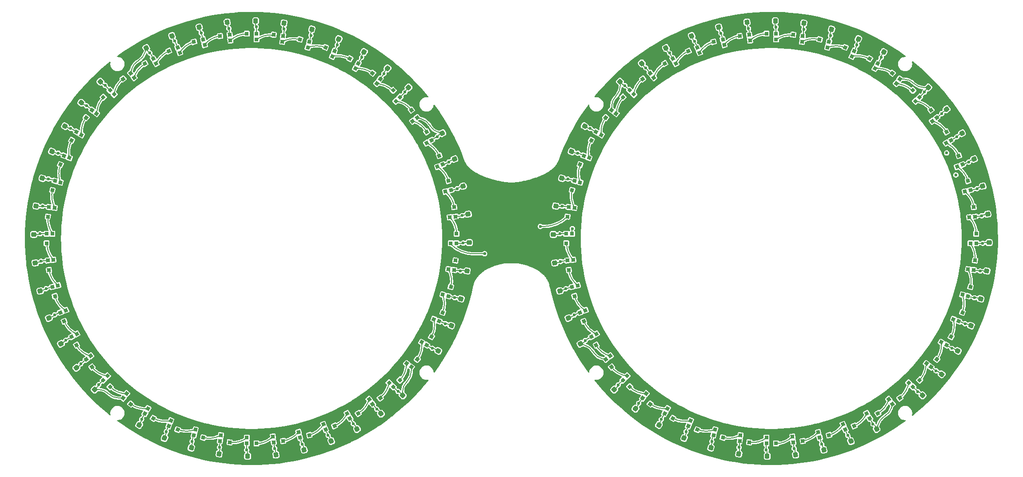
<source format=gtl>
G04 #@! TF.GenerationSoftware,KiCad,Pcbnew,8.0.4*
G04 #@! TF.CreationDate,2025-02-17T12:03:11+11:00*
G04 #@! TF.ProjectId,LGS_FrontPCB,4c47535f-4672-46f6-9e74-5043422e6b69,rev?*
G04 #@! TF.SameCoordinates,Original*
G04 #@! TF.FileFunction,Copper,L1,Top*
G04 #@! TF.FilePolarity,Positive*
%FSLAX46Y46*%
G04 Gerber Fmt 4.6, Leading zero omitted, Abs format (unit mm)*
G04 Created by KiCad (PCBNEW 8.0.4) date 2025-02-17 12:03:11*
%MOMM*%
%LPD*%
G01*
G04 APERTURE LIST*
G04 Aperture macros list*
%AMRoundRect*
0 Rectangle with rounded corners*
0 $1 Rounding radius*
0 $2 $3 $4 $5 $6 $7 $8 $9 X,Y pos of 4 corners*
0 Add a 4 corners polygon primitive as box body*
4,1,4,$2,$3,$4,$5,$6,$7,$8,$9,$2,$3,0*
0 Add four circle primitives for the rounded corners*
1,1,$1+$1,$2,$3*
1,1,$1+$1,$4,$5*
1,1,$1+$1,$6,$7*
1,1,$1+$1,$8,$9*
0 Add four rect primitives between the rounded corners*
20,1,$1+$1,$2,$3,$4,$5,0*
20,1,$1+$1,$4,$5,$6,$7,0*
20,1,$1+$1,$6,$7,$8,$9,0*
20,1,$1+$1,$8,$9,$2,$3,0*%
%AMRotRect*
0 Rectangle, with rotation*
0 The origin of the aperture is its center*
0 $1 length*
0 $2 width*
0 $3 Rotation angle, in degrees counterclockwise*
0 Add horizontal line*
21,1,$1,$2,0,0,$3*%
G04 Aperture macros list end*
G04 #@! TA.AperFunction,SMDPad,CuDef*
%ADD10RotRect,0.700000X0.700000X262.500000*%
G04 #@! TD*
G04 #@! TA.AperFunction,SMDPad,CuDef*
%ADD11RotRect,0.700000X0.700000X255.000000*%
G04 #@! TD*
G04 #@! TA.AperFunction,SMDPad,CuDef*
%ADD12RotRect,0.700000X0.700000X247.500000*%
G04 #@! TD*
G04 #@! TA.AperFunction,SMDPad,CuDef*
%ADD13RotRect,0.700000X0.700000X240.000000*%
G04 #@! TD*
G04 #@! TA.AperFunction,SMDPad,CuDef*
%ADD14RotRect,0.700000X0.700000X232.500000*%
G04 #@! TD*
G04 #@! TA.AperFunction,SMDPad,CuDef*
%ADD15RotRect,0.700000X0.700000X225.000000*%
G04 #@! TD*
G04 #@! TA.AperFunction,SMDPad,CuDef*
%ADD16RotRect,0.700000X0.700000X217.500000*%
G04 #@! TD*
G04 #@! TA.AperFunction,SMDPad,CuDef*
%ADD17RotRect,0.700000X0.700000X210.000000*%
G04 #@! TD*
G04 #@! TA.AperFunction,SMDPad,CuDef*
%ADD18RotRect,0.700000X0.700000X202.500000*%
G04 #@! TD*
G04 #@! TA.AperFunction,SMDPad,CuDef*
%ADD19RotRect,0.700000X0.700000X195.000000*%
G04 #@! TD*
G04 #@! TA.AperFunction,SMDPad,CuDef*
%ADD20RotRect,0.700000X0.700000X187.500000*%
G04 #@! TD*
G04 #@! TA.AperFunction,SMDPad,CuDef*
%ADD21R,0.700000X0.700000*%
G04 #@! TD*
G04 #@! TA.AperFunction,SMDPad,CuDef*
%ADD22RotRect,0.700000X0.700000X172.500000*%
G04 #@! TD*
G04 #@! TA.AperFunction,SMDPad,CuDef*
%ADD23RotRect,0.700000X0.700000X165.000000*%
G04 #@! TD*
G04 #@! TA.AperFunction,SMDPad,CuDef*
%ADD24RotRect,0.700000X0.700000X157.500000*%
G04 #@! TD*
G04 #@! TA.AperFunction,SMDPad,CuDef*
%ADD25RotRect,0.700000X0.700000X150.000000*%
G04 #@! TD*
G04 #@! TA.AperFunction,SMDPad,CuDef*
%ADD26RotRect,0.700000X0.700000X142.500000*%
G04 #@! TD*
G04 #@! TA.AperFunction,SMDPad,CuDef*
%ADD27RotRect,0.700000X0.700000X135.000000*%
G04 #@! TD*
G04 #@! TA.AperFunction,SMDPad,CuDef*
%ADD28RotRect,0.700000X0.700000X127.500000*%
G04 #@! TD*
G04 #@! TA.AperFunction,SMDPad,CuDef*
%ADD29RotRect,0.700000X0.700000X120.000000*%
G04 #@! TD*
G04 #@! TA.AperFunction,SMDPad,CuDef*
%ADD30RotRect,0.700000X0.700000X112.500000*%
G04 #@! TD*
G04 #@! TA.AperFunction,SMDPad,CuDef*
%ADD31RotRect,0.700000X0.700000X105.000000*%
G04 #@! TD*
G04 #@! TA.AperFunction,SMDPad,CuDef*
%ADD32RotRect,0.700000X0.700000X97.500000*%
G04 #@! TD*
G04 #@! TA.AperFunction,SMDPad,CuDef*
%ADD33RotRect,0.700000X0.700000X82.500000*%
G04 #@! TD*
G04 #@! TA.AperFunction,SMDPad,CuDef*
%ADD34RotRect,0.700000X0.700000X75.000000*%
G04 #@! TD*
G04 #@! TA.AperFunction,SMDPad,CuDef*
%ADD35RotRect,0.700000X0.700000X67.500000*%
G04 #@! TD*
G04 #@! TA.AperFunction,SMDPad,CuDef*
%ADD36RotRect,0.700000X0.700000X60.000000*%
G04 #@! TD*
G04 #@! TA.AperFunction,SMDPad,CuDef*
%ADD37RotRect,0.700000X0.700000X52.500000*%
G04 #@! TD*
G04 #@! TA.AperFunction,SMDPad,CuDef*
%ADD38RotRect,0.700000X0.700000X45.000000*%
G04 #@! TD*
G04 #@! TA.AperFunction,SMDPad,CuDef*
%ADD39RotRect,0.700000X0.700000X37.500000*%
G04 #@! TD*
G04 #@! TA.AperFunction,SMDPad,CuDef*
%ADD40RotRect,0.700000X0.700000X30.000000*%
G04 #@! TD*
G04 #@! TA.AperFunction,SMDPad,CuDef*
%ADD41RotRect,0.700000X0.700000X22.500000*%
G04 #@! TD*
G04 #@! TA.AperFunction,SMDPad,CuDef*
%ADD42RotRect,0.700000X0.700000X15.000000*%
G04 #@! TD*
G04 #@! TA.AperFunction,SMDPad,CuDef*
%ADD43RotRect,0.700000X0.700000X7.500000*%
G04 #@! TD*
G04 #@! TA.AperFunction,SMDPad,CuDef*
%ADD44RotRect,0.700000X0.700000X352.500000*%
G04 #@! TD*
G04 #@! TA.AperFunction,SMDPad,CuDef*
%ADD45RotRect,0.700000X0.700000X345.000000*%
G04 #@! TD*
G04 #@! TA.AperFunction,SMDPad,CuDef*
%ADD46RotRect,0.700000X0.700000X337.500000*%
G04 #@! TD*
G04 #@! TA.AperFunction,SMDPad,CuDef*
%ADD47RotRect,0.700000X0.700000X330.000000*%
G04 #@! TD*
G04 #@! TA.AperFunction,SMDPad,CuDef*
%ADD48RotRect,0.700000X0.700000X322.500000*%
G04 #@! TD*
G04 #@! TA.AperFunction,SMDPad,CuDef*
%ADD49RotRect,0.700000X0.700000X315.000000*%
G04 #@! TD*
G04 #@! TA.AperFunction,SMDPad,CuDef*
%ADD50RotRect,0.700000X0.700000X307.500000*%
G04 #@! TD*
G04 #@! TA.AperFunction,SMDPad,CuDef*
%ADD51RotRect,0.700000X0.700000X300.000000*%
G04 #@! TD*
G04 #@! TA.AperFunction,SMDPad,CuDef*
%ADD52RotRect,0.700000X0.700000X292.500000*%
G04 #@! TD*
G04 #@! TA.AperFunction,SMDPad,CuDef*
%ADD53RotRect,0.700000X0.700000X285.000000*%
G04 #@! TD*
G04 #@! TA.AperFunction,SMDPad,CuDef*
%ADD54RotRect,0.700000X0.700000X277.500000*%
G04 #@! TD*
G04 #@! TA.AperFunction,SMDPad,CuDef*
%ADD55RoundRect,0.225000X0.218493X-0.255707X0.277230X0.190444X-0.218493X0.255707X-0.277230X-0.190444X0*%
G04 #@! TD*
G04 #@! TA.AperFunction,SMDPad,CuDef*
%ADD56RoundRect,0.225000X0.183247X-0.282038X0.299716X0.152629X-0.183247X0.282038X-0.299716X-0.152629X0*%
G04 #@! TD*
G04 #@! TA.AperFunction,SMDPad,CuDef*
%ADD57RoundRect,0.225000X0.144866X-0.303544X0.317074X0.112202X-0.144866X0.303544X-0.317074X-0.112202X0*%
G04 #@! TD*
G04 #@! TA.AperFunction,SMDPad,CuDef*
%ADD58RoundRect,0.225000X0.104006X-0.319856X0.329006X0.069856X-0.104006X0.319856X-0.329006X-0.069856X0*%
G04 #@! TD*
G04 #@! TA.AperFunction,SMDPad,CuDef*
%ADD59RoundRect,0.225000X0.017678X-0.335876X0.335876X-0.017678X-0.017678X0.335876X-0.335876X0.017678X0*%
G04 #@! TD*
G04 #@! TA.AperFunction,SMDPad,CuDef*
%ADD60RoundRect,0.225000X-0.069856X-0.329006X0.319856X-0.104006X0.069856X0.329006X-0.319856X0.104006X0*%
G04 #@! TD*
G04 #@! TA.AperFunction,SMDPad,CuDef*
%ADD61RoundRect,0.225000X-0.112202X-0.317074X0.303544X-0.144866X0.112202X0.317074X-0.303544X0.144866X0*%
G04 #@! TD*
G04 #@! TA.AperFunction,SMDPad,CuDef*
%ADD62RoundRect,0.225000X-0.152629X-0.299716X0.282038X-0.183247X0.152629X0.299716X-0.282038X0.183247X0*%
G04 #@! TD*
G04 #@! TA.AperFunction,SMDPad,CuDef*
%ADD63RoundRect,0.225000X-0.190444X-0.277230X0.255707X-0.218493X0.190444X0.277230X-0.255707X0.218493X0*%
G04 #@! TD*
G04 #@! TA.AperFunction,SMDPad,CuDef*
%ADD64RoundRect,0.225000X-0.225000X-0.250000X0.225000X-0.250000X0.225000X0.250000X-0.225000X0.250000X0*%
G04 #@! TD*
G04 #@! TA.AperFunction,SMDPad,CuDef*
%ADD65RoundRect,0.225000X-0.255707X-0.218493X0.190444X-0.277230X0.255707X0.218493X-0.190444X0.277230X0*%
G04 #@! TD*
G04 #@! TA.AperFunction,SMDPad,CuDef*
%ADD66RoundRect,0.225000X-0.282038X-0.183247X0.152629X-0.299716X0.282038X0.183247X-0.152629X0.299716X0*%
G04 #@! TD*
G04 #@! TA.AperFunction,SMDPad,CuDef*
%ADD67RoundRect,0.225000X-0.303544X-0.144866X0.112202X-0.317074X0.303544X0.144866X-0.112202X0.317074X0*%
G04 #@! TD*
G04 #@! TA.AperFunction,SMDPad,CuDef*
%ADD68RoundRect,0.225000X-0.319856X-0.104006X0.069856X-0.329006X0.319856X0.104006X-0.069856X0.329006X0*%
G04 #@! TD*
G04 #@! TA.AperFunction,SMDPad,CuDef*
%ADD69RoundRect,0.225000X-0.335876X-0.017678X-0.017678X-0.335876X0.335876X0.017678X0.017678X0.335876X0*%
G04 #@! TD*
G04 #@! TA.AperFunction,SMDPad,CuDef*
%ADD70RoundRect,0.225000X-0.335310X0.026314X-0.061367X-0.330695X0.335310X-0.026314X0.061367X0.330695X0*%
G04 #@! TD*
G04 #@! TA.AperFunction,SMDPad,CuDef*
%ADD71RoundRect,0.225000X-0.329006X0.069856X-0.104006X-0.319856X0.329006X-0.069856X0.104006X0.319856X0*%
G04 #@! TD*
G04 #@! TA.AperFunction,SMDPad,CuDef*
%ADD72RoundRect,0.225000X-0.317074X0.112202X-0.144866X-0.303544X0.317074X-0.112202X0.144866X0.303544X0*%
G04 #@! TD*
G04 #@! TA.AperFunction,SMDPad,CuDef*
%ADD73RoundRect,0.225000X-0.299716X0.152629X-0.183247X-0.282038X0.299716X-0.152629X0.183247X0.282038X0*%
G04 #@! TD*
G04 #@! TA.AperFunction,SMDPad,CuDef*
%ADD74RoundRect,0.225000X-0.277230X0.190444X-0.218493X-0.255707X0.277230X-0.190444X0.218493X0.255707X0*%
G04 #@! TD*
G04 #@! TA.AperFunction,SMDPad,CuDef*
%ADD75RoundRect,0.225000X-0.250000X0.225000X-0.250000X-0.225000X0.250000X-0.225000X0.250000X0.225000X0*%
G04 #@! TD*
G04 #@! TA.AperFunction,SMDPad,CuDef*
%ADD76RoundRect,0.225000X-0.218493X0.255707X-0.277230X-0.190444X0.218493X-0.255707X0.277230X0.190444X0*%
G04 #@! TD*
G04 #@! TA.AperFunction,SMDPad,CuDef*
%ADD77RoundRect,0.225000X-0.183247X0.282038X-0.299716X-0.152629X0.183247X-0.282038X0.299716X0.152629X0*%
G04 #@! TD*
G04 #@! TA.AperFunction,SMDPad,CuDef*
%ADD78RoundRect,0.225000X-0.144866X0.303544X-0.317074X-0.112202X0.144866X-0.303544X0.317074X0.112202X0*%
G04 #@! TD*
G04 #@! TA.AperFunction,SMDPad,CuDef*
%ADD79RoundRect,0.225000X-0.104006X0.319856X-0.329006X-0.069856X0.104006X-0.319856X0.329006X0.069856X0*%
G04 #@! TD*
G04 #@! TA.AperFunction,SMDPad,CuDef*
%ADD80RoundRect,0.225000X-0.061367X0.330695X-0.335310X-0.026314X0.061367X-0.330695X0.335310X0.026314X0*%
G04 #@! TD*
G04 #@! TA.AperFunction,SMDPad,CuDef*
%ADD81RoundRect,0.225000X-0.017678X0.335876X-0.335876X0.017678X0.017678X-0.335876X0.335876X-0.017678X0*%
G04 #@! TD*
G04 #@! TA.AperFunction,SMDPad,CuDef*
%ADD82RoundRect,0.225000X0.069856X0.329006X-0.319856X0.104006X-0.069856X-0.329006X0.319856X-0.104006X0*%
G04 #@! TD*
G04 #@! TA.AperFunction,SMDPad,CuDef*
%ADD83RoundRect,0.225000X0.112202X0.317074X-0.303544X0.144866X-0.112202X-0.317074X0.303544X-0.144866X0*%
G04 #@! TD*
G04 #@! TA.AperFunction,SMDPad,CuDef*
%ADD84RoundRect,0.225000X0.152629X0.299716X-0.282038X0.183247X-0.152629X-0.299716X0.282038X-0.183247X0*%
G04 #@! TD*
G04 #@! TA.AperFunction,SMDPad,CuDef*
%ADD85RoundRect,0.225000X0.190444X0.277230X-0.255707X0.218493X-0.190444X-0.277230X0.255707X-0.218493X0*%
G04 #@! TD*
G04 #@! TA.AperFunction,SMDPad,CuDef*
%ADD86RoundRect,0.225000X0.225000X0.250000X-0.225000X0.250000X-0.225000X-0.250000X0.225000X-0.250000X0*%
G04 #@! TD*
G04 #@! TA.AperFunction,SMDPad,CuDef*
%ADD87RoundRect,0.225000X0.255707X0.218493X-0.190444X0.277230X-0.255707X-0.218493X0.190444X-0.277230X0*%
G04 #@! TD*
G04 #@! TA.AperFunction,SMDPad,CuDef*
%ADD88RoundRect,0.225000X0.282038X0.183247X-0.152629X0.299716X-0.282038X-0.183247X0.152629X-0.299716X0*%
G04 #@! TD*
G04 #@! TA.AperFunction,SMDPad,CuDef*
%ADD89RoundRect,0.225000X0.303544X0.144866X-0.112202X0.317074X-0.303544X-0.144866X0.112202X-0.317074X0*%
G04 #@! TD*
G04 #@! TA.AperFunction,SMDPad,CuDef*
%ADD90RoundRect,0.225000X0.319856X0.104006X-0.069856X0.329006X-0.319856X-0.104006X0.069856X-0.329006X0*%
G04 #@! TD*
G04 #@! TA.AperFunction,SMDPad,CuDef*
%ADD91RoundRect,0.225000X0.330695X0.061367X-0.026314X0.335310X-0.330695X-0.061367X0.026314X-0.335310X0*%
G04 #@! TD*
G04 #@! TA.AperFunction,SMDPad,CuDef*
%ADD92RoundRect,0.225000X0.335876X0.017678X0.017678X0.335876X-0.335876X-0.017678X-0.017678X-0.335876X0*%
G04 #@! TD*
G04 #@! TA.AperFunction,SMDPad,CuDef*
%ADD93RoundRect,0.225000X0.329006X-0.069856X0.104006X0.319856X-0.329006X0.069856X-0.104006X-0.319856X0*%
G04 #@! TD*
G04 #@! TA.AperFunction,SMDPad,CuDef*
%ADD94RoundRect,0.225000X0.317074X-0.112202X0.144866X0.303544X-0.317074X0.112202X-0.144866X-0.303544X0*%
G04 #@! TD*
G04 #@! TA.AperFunction,SMDPad,CuDef*
%ADD95RoundRect,0.225000X0.299716X-0.152629X0.183247X0.282038X-0.299716X0.152629X-0.183247X-0.282038X0*%
G04 #@! TD*
G04 #@! TA.AperFunction,SMDPad,CuDef*
%ADD96RoundRect,0.225000X0.277230X-0.190444X0.218493X0.255707X-0.277230X0.190444X-0.218493X-0.255707X0*%
G04 #@! TD*
G04 #@! TA.AperFunction,SMDPad,CuDef*
%ADD97RoundRect,0.225000X0.250000X-0.225000X0.250000X0.225000X-0.250000X0.225000X-0.250000X-0.225000X0*%
G04 #@! TD*
G04 #@! TA.AperFunction,SMDPad,CuDef*
%ADD98RoundRect,0.225000X0.335310X-0.026314X0.061367X0.330695X-0.335310X0.026314X-0.061367X-0.330695X0*%
G04 #@! TD*
G04 #@! TA.AperFunction,SMDPad,CuDef*
%ADD99RoundRect,0.225000X-0.330695X-0.061367X0.026314X-0.335310X0.330695X0.061367X-0.026314X0.335310X0*%
G04 #@! TD*
G04 #@! TA.AperFunction,SMDPad,CuDef*
%ADD100RoundRect,0.225000X-0.026314X-0.335310X0.330695X-0.061367X0.026314X0.335310X-0.330695X0.061367X0*%
G04 #@! TD*
G04 #@! TA.AperFunction,SMDPad,CuDef*
%ADD101RoundRect,0.225000X0.061367X-0.330695X0.335310X0.026314X-0.061367X0.330695X-0.335310X-0.026314X0*%
G04 #@! TD*
G04 #@! TA.AperFunction,SMDPad,CuDef*
%ADD102RoundRect,0.225000X0.026314X0.335310X-0.330695X0.061367X-0.026314X-0.335310X0.330695X-0.061367X0*%
G04 #@! TD*
G04 #@! TA.AperFunction,ViaPad*
%ADD103C,0.600000*%
G04 #@! TD*
G04 #@! TA.AperFunction,ViaPad*
%ADD104C,1.000000*%
G04 #@! TD*
G04 #@! TA.AperFunction,Conductor*
%ADD105C,0.200000*%
G04 #@! TD*
G04 APERTURE END LIST*
D10*
X-60403510Y-6004220D03*
X-61494094Y-5860645D03*
X-61255236Y-4046298D03*
X-60164652Y-4189873D03*
D11*
X-61517416Y-10990707D03*
X-62579930Y-10706010D03*
X-62106296Y-8938361D03*
X-61043782Y-9223058D03*
D12*
X-63272659Y-15789138D03*
X-64288923Y-15368192D03*
X-63588617Y-13677488D03*
X-62572353Y-14098434D03*
D13*
X-65639207Y-20317414D03*
X-66591833Y-19767420D03*
X-65676837Y-18182588D03*
X-64724211Y-18732582D03*
D14*
X-68576568Y-24498053D03*
X-69449256Y-23828422D03*
X-68335226Y-22376579D03*
X-67462538Y-23046210D03*
D15*
X-72034480Y-28259521D03*
X-72812297Y-27481711D03*
X-71518294Y-26187699D03*
X-70740477Y-26965509D03*
D16*
X-75953784Y-31537465D03*
X-76623422Y-30664783D03*
X-75171586Y-29550743D03*
X-74501948Y-30423425D03*
D17*
X-80267411Y-34275792D03*
X-80817412Y-33323171D03*
X-79232585Y-32408164D03*
X-78682584Y-33360785D03*
D18*
X-84901560Y-36427651D03*
X-85322512Y-35411390D03*
X-83631812Y-34711073D03*
X-83210860Y-35727334D03*
D19*
X-89776937Y-37956224D03*
X-90061638Y-36893709D03*
X-88293993Y-36420066D03*
X-88009292Y-37482581D03*
D20*
X-94810123Y-38835354D03*
X-94953704Y-37744771D03*
X-93139357Y-37505902D03*
X-92995776Y-38596485D03*
D21*
X-99915000Y-39050000D03*
X-99915003Y-37950006D03*
X-98085000Y-37950000D03*
X-98084997Y-39049994D03*
D22*
X-105004218Y-38596491D03*
X-104860643Y-37505907D03*
X-103046296Y-37744765D03*
X-103189871Y-38835349D03*
D23*
X-109990705Y-37482585D03*
X-109706008Y-36420071D03*
X-107938359Y-36893705D03*
X-108223056Y-37956219D03*
D24*
X-114789136Y-35727342D03*
X-114368190Y-34711078D03*
X-112677486Y-35411384D03*
X-113098432Y-36427648D03*
D25*
X-119317412Y-33360794D03*
X-118767418Y-32408168D03*
X-117182586Y-33323164D03*
X-117732580Y-34275790D03*
D26*
X-123498052Y-30423433D03*
X-122828421Y-29550745D03*
X-121376578Y-30664775D03*
X-122046209Y-31537463D03*
D27*
X-127259521Y-26965520D03*
X-126481711Y-26187703D03*
X-125187699Y-27481706D03*
X-125965509Y-28259523D03*
D28*
X-130537464Y-23046217D03*
X-129664782Y-22376579D03*
X-128550742Y-23828415D03*
X-129423424Y-24498053D03*
D29*
X-133275792Y-18732587D03*
X-132323171Y-18182586D03*
X-131408164Y-19767413D03*
X-132360785Y-20317414D03*
D30*
X-135427651Y-14098439D03*
X-134411390Y-13677487D03*
X-133711073Y-15368187D03*
X-134727334Y-15789139D03*
D31*
X-136956223Y-9223062D03*
X-135893708Y-8938361D03*
X-135420065Y-10706006D03*
X-136482580Y-10990707D03*
D32*
X-137835353Y-4189876D03*
X-136744770Y-4046295D03*
X-136505901Y-5860642D03*
X-137596484Y-6004223D03*
D21*
X-138050000Y915000D03*
X-136950006Y915003D03*
X-136950000Y-915000D03*
X-138049994Y-915003D03*
D33*
X-137596490Y6004219D03*
X-136505906Y5860644D03*
X-136744764Y4046297D03*
X-137835348Y4189872D03*
D34*
X-136482584Y10990706D03*
X-135420070Y10706009D03*
X-135893704Y8938360D03*
X-136956218Y9223057D03*
D35*
X-134727341Y15789137D03*
X-133711077Y15368191D03*
X-134411383Y13677487D03*
X-135427647Y14098433D03*
D36*
X-132360793Y20317413D03*
X-131408167Y19767419D03*
X-132323163Y18182587D03*
X-133275789Y18732581D03*
D37*
X-129423434Y24498051D03*
X-128550746Y23828420D03*
X-129664776Y22376577D03*
X-130537464Y23046208D03*
D38*
X-125965518Y28259522D03*
X-125187701Y27481712D03*
X-126481704Y26187700D03*
X-127259521Y26965510D03*
D39*
X-122046218Y31537464D03*
X-121376580Y30664782D03*
X-122828416Y29550742D03*
X-123498054Y30423424D03*
D40*
X-117732586Y34275792D03*
X-117182585Y33323171D03*
X-118767412Y32408164D03*
X-119317413Y33360785D03*
D41*
X-113098438Y36427651D03*
X-112677486Y35411390D03*
X-114368186Y34711073D03*
X-114789138Y35727334D03*
D42*
X-108223061Y37956223D03*
X-107938360Y36893708D03*
X-109706005Y36420065D03*
X-109990706Y37482580D03*
D43*
X-103189875Y38835353D03*
X-103046294Y37744770D03*
X-104860641Y37505901D03*
X-105004222Y38596484D03*
D21*
X-98085000Y39050000D03*
X-98084997Y37950006D03*
X-99915000Y37950000D03*
X-99915003Y39049994D03*
D44*
X-92995781Y38596490D03*
X-93139356Y37505906D03*
X-94953703Y37744764D03*
X-94810128Y38835348D03*
D45*
X-88009294Y37482584D03*
X-88293991Y36420070D03*
X-90061640Y36893704D03*
X-89776943Y37956218D03*
D46*
X-83210863Y35727341D03*
X-83631809Y34711077D03*
X-85322513Y35411383D03*
X-84901567Y36427647D03*
D47*
X-78682587Y33360793D03*
X-79232581Y32408167D03*
X-80817413Y33323163D03*
X-80267419Y34275789D03*
D48*
X-74501949Y30423434D03*
X-75171580Y29550746D03*
X-76623423Y30664776D03*
X-75953792Y31537464D03*
D49*
X-70740478Y26965518D03*
X-71518288Y26187701D03*
X-72812300Y27481704D03*
X-72034490Y28259521D03*
D50*
X-67462536Y23046218D03*
X-68335218Y22376580D03*
X-69449258Y23828416D03*
X-68576576Y24498054D03*
D51*
X-64724208Y18732587D03*
X-65676829Y18182586D03*
X-66591836Y19767413D03*
X-65639215Y20317414D03*
D52*
X-62572349Y14098438D03*
X-63588610Y13677486D03*
X-64288927Y15368186D03*
X-63272666Y15789138D03*
D53*
X-61043777Y9223061D03*
X-62106292Y8938360D03*
X-62579935Y10706005D03*
X-61517420Y10990706D03*
D54*
X-60164647Y4189875D03*
X-61255230Y4046294D03*
X-61494099Y5860641D03*
X-60403516Y6004222D03*
D21*
X-59950000Y-915000D03*
X-61049994Y-915003D03*
X-61050000Y915000D03*
X-59950006Y915003D03*
D33*
X-38596487Y6004219D03*
X-37505900Y5860643D03*
X-37744767Y4046297D03*
X-38835354Y4189873D03*
D34*
X-37482584Y10990706D03*
X-36420063Y10706005D03*
X-36893704Y8938360D03*
X-37956225Y9223061D03*
D35*
X-35727340Y15789137D03*
X-34711071Y15368186D03*
X-35411384Y13677487D03*
X-36427653Y14098438D03*
D36*
X-33360793Y20317413D03*
X-32408163Y19767412D03*
X-33323163Y18182587D03*
X-34275793Y18732588D03*
D37*
X-30423432Y24498051D03*
X-29550741Y23828414D03*
X-30664774Y22376577D03*
X-31537465Y23046214D03*
D38*
X-26965518Y28259522D03*
X-26187698Y27481704D03*
X-27481704Y26187700D03*
X-28259524Y26965518D03*
D39*
X-23046216Y31537462D03*
X-22376578Y30664773D03*
X-23828416Y29550742D03*
X-24498054Y30423431D03*
D40*
X-18732589Y34275792D03*
X-18182585Y33323164D03*
X-19767411Y32408164D03*
X-20317415Y33360792D03*
D41*
X-14098437Y36427649D03*
X-13677485Y35411383D03*
X-15368187Y34711075D03*
X-15789139Y35727341D03*
D42*
X-9223061Y37956223D03*
X-8938359Y36893705D03*
X-10706005Y36420065D03*
X-10990707Y37482583D03*
D43*
X-4189875Y38835353D03*
X-4046296Y37744762D03*
X-5860641Y37505901D03*
X-6004220Y38596492D03*
D21*
X915000Y39050000D03*
X915001Y37949998D03*
X-915000Y37950000D03*
X-915001Y39050002D03*
D44*
X6004219Y38596487D03*
X5860643Y37505900D03*
X4046297Y37744767D03*
X4189873Y38835354D03*
D45*
X10990706Y37482584D03*
X10706005Y36420063D03*
X8938360Y36893704D03*
X9223061Y37956225D03*
D46*
X15789137Y35727340D03*
X15368186Y34711071D03*
X13677487Y35411384D03*
X14098438Y36427653D03*
D47*
X20317413Y33360793D03*
X19767412Y32408163D03*
X18182587Y33323163D03*
X18732588Y34275793D03*
D48*
X24498051Y30423432D03*
X23828414Y29550741D03*
X22376577Y30664774D03*
X23046214Y31537465D03*
D49*
X28259522Y26965518D03*
X27481704Y26187698D03*
X26187700Y27481704D03*
X26965518Y28259524D03*
D50*
X31537462Y23046216D03*
X30664773Y22376578D03*
X29550742Y23828416D03*
X30423431Y24498054D03*
D51*
X34275792Y18732589D03*
X33323164Y18182585D03*
X32408164Y19767411D03*
X33360792Y20317415D03*
D52*
X36427649Y14098437D03*
X35411383Y13677485D03*
X34711075Y15368187D03*
X35727341Y15789139D03*
D53*
X37956223Y9223061D03*
X36893705Y8938359D03*
X36420065Y10706005D03*
X37482583Y10990707D03*
D54*
X38835353Y4189875D03*
X37744762Y4046296D03*
X37505901Y5860641D03*
X38596492Y6004220D03*
D21*
X39050000Y-915000D03*
X37949998Y-915001D03*
X37950000Y915000D03*
X39050002Y915001D03*
D10*
X38596487Y-6004219D03*
X37505900Y-5860643D03*
X37744767Y-4046297D03*
X38835354Y-4189873D03*
D11*
X37482584Y-10990706D03*
X36420063Y-10706005D03*
X36893704Y-8938360D03*
X37956225Y-9223061D03*
D12*
X35727340Y-15789137D03*
X34711071Y-15368186D03*
X35411384Y-13677487D03*
X36427653Y-14098438D03*
D13*
X33360793Y-20317412D03*
X32408163Y-19767411D03*
X33323163Y-18182586D03*
X34275793Y-18732587D03*
D14*
X30423432Y-24498051D03*
X29550741Y-23828414D03*
X30664774Y-22376577D03*
X31537465Y-23046214D03*
D15*
X26965518Y-28259522D03*
X26187698Y-27481704D03*
X27481704Y-26187700D03*
X28259524Y-26965518D03*
D16*
X23046216Y-31537462D03*
X22376578Y-30664773D03*
X23828416Y-29550742D03*
X24498054Y-30423431D03*
D17*
X18732588Y-34275792D03*
X18182584Y-33323164D03*
X19767410Y-32408164D03*
X20317414Y-33360792D03*
D18*
X14098437Y-36427649D03*
X13677485Y-35411383D03*
X15368187Y-34711075D03*
X15789139Y-35727341D03*
D19*
X9223061Y-37956223D03*
X8938359Y-36893705D03*
X10706005Y-36420065D03*
X10990707Y-37482583D03*
D20*
X4189875Y-38835353D03*
X4046296Y-37744762D03*
X5860641Y-37505901D03*
X6004220Y-38596492D03*
D21*
X-915000Y-39050000D03*
X-915001Y-37949998D03*
X915000Y-37950000D03*
X915001Y-39050002D03*
D22*
X-6004219Y-38596487D03*
X-5860643Y-37505900D03*
X-4046297Y-37744767D03*
X-4189873Y-38835354D03*
D23*
X-10990706Y-37482584D03*
X-10706005Y-36420063D03*
X-8938360Y-36893704D03*
X-9223061Y-37956225D03*
D24*
X-15789137Y-35727340D03*
X-15368186Y-34711071D03*
X-13677487Y-35411384D03*
X-14098438Y-36427653D03*
D25*
X-20317413Y-33360793D03*
X-19767412Y-32408163D03*
X-18182587Y-33323163D03*
X-18732588Y-34275793D03*
D26*
X-24498051Y-30423432D03*
X-23828414Y-29550741D03*
X-22376577Y-30664774D03*
X-23046214Y-31537465D03*
D27*
X-28259522Y-26965518D03*
X-27481704Y-26187698D03*
X-26187700Y-27481704D03*
X-26965518Y-28259524D03*
D28*
X-31537462Y-23046216D03*
X-30664773Y-22376578D03*
X-29550742Y-23828416D03*
X-30423431Y-24498054D03*
D29*
X-34275792Y-18732588D03*
X-33323164Y-18182584D03*
X-32408164Y-19767410D03*
X-33360792Y-20317414D03*
D30*
X-36427649Y-14098437D03*
X-35411383Y-13677485D03*
X-34711075Y-15368187D03*
X-35727341Y-15789139D03*
D31*
X-37956223Y-9223061D03*
X-36893705Y-8938359D03*
X-36420065Y-10706005D03*
X-37482583Y-10990707D03*
D32*
X-38835353Y-4189875D03*
X-37744762Y-4046296D03*
X-37505901Y-5860641D03*
X-38596492Y-6004220D03*
D21*
X-39050000Y915000D03*
X-37949998Y915001D03*
X-37950000Y-915000D03*
X-39050002Y-915001D03*
D55*
X-57753884Y-4648465D03*
X-57956200Y-6185205D03*
D56*
X-58713494Y-9992395D03*
X-59114664Y-11489581D03*
D57*
X-60362420Y-15165353D03*
X-60955580Y-16597367D03*
D58*
X-62672446Y-20078828D03*
X-63447446Y-21421168D03*
D59*
X-69107060Y-28796921D03*
X-70203076Y-29892937D03*
D60*
X-77578829Y-35552552D03*
X-78921169Y-36327552D03*
D61*
X-82402629Y-38044419D03*
X-83834643Y-38637579D03*
D62*
X-87510415Y-39885335D03*
X-89007601Y-40286505D03*
D63*
X-92814791Y-41043802D03*
X-94351531Y-41246118D03*
D64*
X-98224998Y-41499998D03*
X-99774998Y-41499998D03*
D65*
X-103648464Y-41246116D03*
X-105185204Y-41043800D03*
D66*
X-108992395Y-40286505D03*
X-110489581Y-39885335D03*
D67*
X-114165353Y-38637579D03*
X-115597367Y-38044419D03*
D68*
X-119078827Y-36327553D03*
X-120421167Y-35552553D03*
D69*
X-127796920Y-29892939D03*
X-128892936Y-28796923D03*
D70*
X-131452370Y-25878448D03*
X-132395950Y-24648750D03*
D71*
X-134552550Y-21421168D03*
X-135327550Y-20078828D03*
D72*
X-137044416Y-16597368D03*
X-137637576Y-15165354D03*
D73*
X-138885332Y-11489583D03*
X-139286502Y-9992397D03*
D74*
X-140043800Y-6185207D03*
X-140246116Y-4648467D03*
D75*
X-140499998Y-775002D03*
X-140499998Y774998D03*
D76*
X-140246115Y4648465D03*
X-140043799Y6185205D03*
D77*
X-139286503Y9992395D03*
X-138885333Y11489581D03*
D78*
X-137637577Y15165353D03*
X-137044417Y16597367D03*
D79*
X-135327551Y20078827D03*
X-134552551Y21421167D03*
D80*
X-132395951Y24648747D03*
X-131452371Y25878445D03*
D81*
X-128892937Y28796920D03*
X-127796921Y29892936D03*
D82*
X-120421169Y35552551D03*
X-119078829Y36327551D03*
D83*
X-115597369Y38044417D03*
X-114165355Y38637577D03*
D84*
X-110489583Y39885333D03*
X-108992397Y40286503D03*
D85*
X-105185209Y41043802D03*
X-103648469Y41246118D03*
D86*
X-99775002Y41499998D03*
X-98225002Y41499998D03*
D87*
X-94351535Y41246115D03*
X-92814795Y41043799D03*
D88*
X-89007605Y40286503D03*
X-87510419Y39885333D03*
D89*
X-83834647Y38637577D03*
X-82402633Y38044417D03*
D90*
X-78921173Y36327551D03*
X-77578833Y35552551D03*
D91*
X-74351253Y33395951D03*
X-73121555Y32452371D03*
D92*
X-70203080Y29892937D03*
X-69107064Y28796921D03*
D93*
X-63447450Y21421168D03*
X-62672450Y20078828D03*
D94*
X-60955583Y16597369D03*
X-60362423Y15165355D03*
D95*
X-59114667Y11489583D03*
X-58713497Y9992397D03*
D96*
X-57956198Y6185209D03*
X-57753882Y4648469D03*
D97*
X-57500002Y775002D03*
X-57500002Y-774998D03*
D76*
X-41246119Y4648467D03*
X-41043803Y6185207D03*
D77*
X-40286505Y9992398D03*
X-39885335Y11489584D03*
D78*
X-38637579Y15165356D03*
X-38044419Y16597370D03*
D79*
X-36327553Y20078830D03*
X-35552553Y21421170D03*
D81*
X-29892938Y28796923D03*
X-28796922Y29892939D03*
D82*
X-21421169Y35552554D03*
X-20078829Y36327554D03*
D83*
X-16597368Y38044419D03*
X-15165354Y38637579D03*
D84*
X-11489582Y39885335D03*
X-9992396Y40286505D03*
D85*
X-6185205Y41043802D03*
X-4648465Y41246118D03*
D86*
X-774999Y41499999D03*
X775001Y41499999D03*
D87*
X4648467Y41246119D03*
X6185207Y41043803D03*
D88*
X9992398Y40286505D03*
X11489584Y39885335D03*
D89*
X15165356Y38637579D03*
X16597370Y38044419D03*
D90*
X20078830Y36327553D03*
X21421170Y35552553D03*
D92*
X28796923Y29892938D03*
X29892939Y28796922D03*
D98*
X32452373Y25878447D03*
X33395953Y24648749D03*
D93*
X35552554Y21421169D03*
X36327554Y20078829D03*
D94*
X38044419Y16597368D03*
X38637579Y15165354D03*
D95*
X39885335Y11489582D03*
X40286505Y9992396D03*
D96*
X41043802Y6185205D03*
X41246118Y4648465D03*
D97*
X41499999Y774999D03*
X41499999Y-775001D03*
D55*
X41246119Y-4648467D03*
X41043803Y-6185207D03*
D56*
X40286505Y-9992398D03*
X39885335Y-11489584D03*
D57*
X38637579Y-15165356D03*
X38044419Y-16597370D03*
D58*
X36327554Y-20078830D03*
X35552554Y-21421170D03*
D59*
X29892938Y-28796923D03*
X28796922Y-29892939D03*
D60*
X21421168Y-35552553D03*
X20078828Y-36327553D03*
D61*
X16597368Y-38044419D03*
X15165354Y-38637579D03*
D62*
X11489582Y-39885335D03*
X9992396Y-40286505D03*
D63*
X6185205Y-41043802D03*
X4648465Y-41246118D03*
D64*
X774999Y-41499999D03*
X-775001Y-41499999D03*
D65*
X-4648467Y-41246119D03*
X-6185207Y-41043803D03*
D66*
X-9992398Y-40286505D03*
X-11489584Y-39885335D03*
D67*
X-15165356Y-38637579D03*
X-16597370Y-38044419D03*
D68*
X-20078830Y-36327553D03*
X-21421170Y-35552553D03*
D99*
X-24648750Y-33395952D03*
X-25878448Y-32452372D03*
D69*
X-28796923Y-29892938D03*
X-29892939Y-28796922D03*
D71*
X-35552553Y-21421168D03*
X-36327553Y-20078828D03*
D72*
X-38044419Y-16597368D03*
X-38637579Y-15165354D03*
D73*
X-39885335Y-11489582D03*
X-40286505Y-9992396D03*
D74*
X-41043802Y-6185205D03*
X-41246118Y-4648465D03*
D75*
X-41499999Y775001D03*
X-41499999Y-774999D03*
D100*
X-73121551Y-32452371D03*
X-74351249Y-33395951D03*
D101*
X33395952Y-24648750D03*
X32452372Y-25878448D03*
D102*
X-25878447Y32452373D03*
X-24648749Y33395953D03*
D103*
X33435000Y16307000D03*
X35173000Y12111000D03*
X36387000Y7734000D03*
X-54600000Y-2897749D03*
D104*
X37200000Y2500000D03*
X39300000Y7700000D03*
D103*
X-131550784Y-23893310D03*
X-75166054Y-32519600D03*
X-73789853Y31437859D03*
X-130437860Y25310146D03*
X-128149449Y-27874997D03*
X-139298226Y924999D03*
X-139138861Y-4343817D03*
X-98113224Y40361212D03*
X-126898231Y29176192D03*
X-138829398Y6165611D03*
X-135858815Y16289498D03*
X-60298226Y-11275001D03*
X-82698226Y36924999D03*
X-61392518Y14588331D03*
X-58881102Y4361679D03*
X-69798226Y27924999D03*
X-134422087Y-19406098D03*
X-94629400Y-40015630D03*
X-103317822Y40058945D03*
X-63648769Y19411773D03*
X-59798226Y9524999D03*
X-79611515Y-35324488D03*
X-137723829Y11369334D03*
X-87698226Y38724999D03*
X-133474384Y20982368D03*
X-84417861Y-37522330D03*
X-105138857Y-39806178D03*
X-89397071Y-39215862D03*
X-99934441Y-40311215D03*
X-58698226Y-875001D03*
X-118384983Y35374447D03*
X-110340861Y-38651158D03*
X-59198226Y-6175001D03*
X-138142580Y-9549391D03*
X-136545547Y-14555396D03*
X-92798226Y39924999D03*
X-64584953Y-20924492D03*
X-62078607Y-16222336D03*
X-119955591Y-34451158D03*
X-115245542Y-36794600D03*
X-78048771Y34538251D03*
X-108572636Y39169334D03*
X-113625940Y37652716D03*
X-71099999Y-29150003D03*
X-39831172Y6140612D03*
X-38725603Y11344335D03*
X-36860589Y16264499D03*
X-34476158Y20957369D03*
X-27900005Y29151193D03*
X-23893323Y32550756D03*
X-19386757Y35349448D03*
X-14627714Y37627717D03*
X-9574410Y39144335D03*
X-4319596Y40033946D03*
X885002Y40336213D03*
X6200000Y39900000D03*
X11300000Y38700000D03*
X16300000Y36900000D03*
X20949455Y34513252D03*
X29200000Y27900000D03*
X32500000Y23800000D03*
X35349457Y19386774D03*
X37605708Y14563332D03*
X39200000Y9500000D03*
X40117124Y4336680D03*
X40300000Y-900000D03*
X39800000Y-6200000D03*
X38700000Y-11300000D03*
X36919619Y-16247335D03*
X34413273Y-20949491D03*
X31400000Y-25200000D03*
X27898227Y-29175002D03*
X19386711Y-35349487D03*
X14580365Y-37547329D03*
X9601155Y-39240861D03*
X4368826Y-40040629D03*
X-936215Y-40336214D03*
X-6140631Y-39831177D03*
X-11342635Y-38676157D03*
X-16247316Y-36819599D03*
X-20957365Y-34476157D03*
X-25250779Y-31406683D03*
X-29151223Y-27899996D03*
X-35423861Y-19431097D03*
X-37547321Y-14580395D03*
X-39144354Y-9574390D03*
X-40140635Y-4368816D03*
X-40300000Y900000D03*
X-37900000Y1900000D03*
X-44000000Y2302449D03*
D105*
X-29700000Y27000000D02*
G75*
G03*
X-30373775Y25373331I1626693J-1626660D01*
G01*
X-28747270Y29258652D02*
G75*
G02*
X-29670698Y27029292I-3152788J-5D01*
G01*
X-29670698Y27029292D02*
X-29700000Y27000000D01*
X-30373775Y25373331D02*
X-30373780Y24536357D01*
X-28747272Y29931237D02*
X-28747270Y29258652D01*
X27000000Y29700000D02*
G75*
G03*
X25373331Y30373801I-1626700J-1626700D01*
G01*
X29258653Y28747270D02*
G75*
G02*
X27029280Y29670686I-53J3152730D01*
G01*
X27029292Y29670698D02*
X27000000Y29700000D01*
X25373331Y30373775D02*
X24536358Y30373781D01*
X29931237Y28747272D02*
X29258653Y28747270D01*
X22871830Y-32303145D02*
X23088460Y-31494690D01*
X21764115Y-33720710D02*
X21800000Y-33700000D01*
X20121075Y-36284773D02*
X20295151Y-35635108D01*
X21800000Y-33700000D02*
G75*
G03*
X22871837Y-32303147I-1150300J1992300D01*
G01*
X20295151Y-35635108D02*
G75*
G02*
X21764117Y-33720714I3045349J-815992D01*
G01*
X-33812971Y-21714363D02*
X-33792261Y-21750248D01*
X-32395406Y-22822078D02*
X-31586951Y-23038709D01*
X-36377034Y-20071323D02*
X-35727371Y-20245398D01*
X-33792261Y-21750248D02*
G75*
G03*
X-32395406Y-22822078I1992252J1150253D01*
G01*
X-35727371Y-20245398D02*
G75*
G02*
X-33812971Y-21714363I-816008J-3045381D01*
G01*
X-119231031Y35714399D02*
G75*
G02*
X-120700000Y33800000I-3045366J816001D01*
G01*
X-120735872Y33779291D02*
G75*
G03*
X-121807714Y32382438I1150240J-1992262D01*
G01*
X-120700000Y33800000D02*
X-120735872Y33779291D01*
X-119056953Y36364064D02*
X-119231031Y35714399D01*
X-121807714Y32382438D02*
X-122024339Y31573979D01*
X-66814400Y22868970D02*
G75*
G02*
X-64900000Y21400000I-816004J-3045370D01*
G01*
X-64879290Y21364127D02*
G75*
G03*
X-63482438Y20292286I1992272J1150254D01*
G01*
X-64900000Y21400000D02*
X-64879290Y21364127D01*
X-67464064Y23043047D02*
X-66814400Y22868970D01*
X-63482438Y20292286D02*
X-62673979Y20075661D01*
X-68576567Y-25170635D02*
G75*
G02*
X-69500000Y-27400000I-3152803J2D01*
G01*
X-69529290Y-27429288D02*
G75*
G03*
X-70203077Y-29055957I1626682J-1626673D01*
G01*
X-69500000Y-27400000D02*
X-69529290Y-27429288D01*
X-68576567Y-24498052D02*
X-68576567Y-25170635D01*
X-70203077Y-29055957D02*
X-70203077Y-29892935D01*
X-124170636Y-30423433D02*
G75*
G02*
X-126400000Y-29500000I3J3152803D01*
G01*
X-123498052Y-30423433D02*
X-124170636Y-30423433D01*
X-126400000Y-29500000D02*
X-126429289Y-29470711D01*
X-128055957Y-28796923D02*
X-128892936Y-28796923D01*
X-126429289Y-29470711D02*
G75*
G03*
X-128055957Y-28796923I-1626668J-1626667D01*
G01*
X-43144491Y2302449D02*
G75*
G03*
X-38835354Y4189873I-263985J6465460D01*
G01*
X-44000000Y2302449D02*
X-43144491Y2302449D01*
X-61016351Y-1113879D02*
X-61034916Y-1056813D01*
X-61034916Y-1056813D02*
X-61047929Y-978300D01*
X-54600000Y-2897749D02*
X-56943784Y-2897749D01*
X-56943784Y-2897749D02*
G75*
G02*
X-61016351Y-1113879I249761J6110964D01*
G01*
X-61047929Y-978300D02*
X-61049994Y-915003D01*
X-131714103Y-24176187D02*
G75*
G03*
X-131550784Y-23893310I-259795J338577D01*
G01*
X-132426712Y-24722992D02*
X-131714103Y-24176187D01*
X-130568224Y-23120459D02*
X-131531186Y-23859365D01*
X-131531186Y-23859365D02*
G75*
G03*
X-131550784Y-23893310I31184J-40634D01*
G01*
X-74883178Y-32682918D02*
G75*
G03*
X-75166054Y-32519600I-338576J-259796D01*
G01*
X-75200000Y-32500000D02*
G75*
G03*
X-75166054Y-32519600I40629J31170D01*
G01*
X-74336372Y-33395526D02*
X-74883178Y-32682918D01*
X-75938905Y-31537038D02*
X-75200000Y-32500000D01*
X-73800000Y31400000D02*
G75*
G03*
X-73789853Y31437859I-40602J31171D01*
G01*
X-74538906Y30437038D02*
X-73800000Y31400000D01*
X-73158513Y32465976D02*
X-73705315Y31753367D01*
X-73705315Y31753367D02*
G75*
G03*
X-73789853Y31437859I338595J-259804D01*
G01*
X-131465977Y25941484D02*
X-130753368Y25394682D01*
X-130400000Y25300000D02*
G75*
G03*
X-130437860Y25310146I-31173J-40612D01*
G01*
X-129437039Y24561092D02*
X-130400000Y25300000D01*
X-130753368Y25394682D02*
G75*
G03*
X-130437860Y25310146I259803J338604D01*
G01*
X-128909588Y-28811912D02*
X-128274448Y-28176771D01*
X-128134449Y-27838784D02*
G75*
G03*
X-128149449Y-27874997I36217J-36215D01*
G01*
X-127276172Y-26980508D02*
X-128134449Y-27838784D01*
X-128274448Y-28176771D02*
G75*
G03*
X-128149449Y-27874997I-301760J301768D01*
G01*
X-139262013Y939999D02*
G75*
G03*
X-139298226Y924999I4J-51221D01*
G01*
X-140498225Y800000D02*
X-139600000Y800000D01*
X-139600000Y800000D02*
G75*
G03*
X-139298226Y924999I1J426770D01*
G01*
X-138048226Y939999D02*
X-139262013Y939999D01*
X-139421738Y-4507136D02*
G75*
G03*
X-139138861Y-4343817I-55700J423114D01*
G01*
X-140312278Y-4624378D02*
X-139421738Y-4507136D01*
X-137901513Y-4165788D02*
X-139104916Y-4324219D01*
X-139104916Y-4324219D02*
G75*
G03*
X-139138861Y-4343817I6687J-50778D01*
G01*
X-98098226Y39111213D02*
X-98098226Y40324999D01*
X-98238225Y40662984D02*
G75*
G03*
X-98113224Y40361212I426801J16D01*
G01*
X-98238226Y41561207D02*
X-98238225Y40662984D01*
X-98098226Y40324999D02*
G75*
G03*
X-98113224Y40361212I-51188J12D01*
G01*
X-127835146Y29936325D02*
X-127200005Y29301187D01*
X-126862019Y29161191D02*
G75*
G03*
X-126898231Y29176192I-36206J-36193D01*
G01*
X-126003743Y28302913D02*
X-126862019Y29161191D01*
X-127200005Y29301187D02*
G75*
G03*
X-126898231Y29176192I301776J301792D01*
G01*
X-139144903Y6081068D02*
G75*
G03*
X-138829398Y6165611I55700J423121D01*
G01*
X-137588134Y6017323D02*
X-138791537Y6175755D01*
X-140035442Y6198307D02*
X-139144903Y6081068D01*
X-138791537Y6175755D02*
G75*
G03*
X-138829398Y6165611I-6690J-50760D01*
G01*
X-134698226Y15824999D02*
X-135819619Y16289497D01*
X-135819619Y16289497D02*
G75*
G03*
X-135858815Y16289498I-19599J-47297D01*
G01*
X-137015302Y16633227D02*
X-136185451Y16289494D01*
X-136185451Y16289494D02*
G75*
G03*
X-135858815Y16289498I163313J394299D01*
G01*
X-61509515Y-10965964D02*
X-60337088Y-11280115D01*
X-59974383Y-11232365D02*
G75*
G03*
X-60298226Y-11275001I-110455J-412230D01*
G01*
X-59106766Y-11464841D02*
X-59974383Y-11232365D01*
X-60337088Y-11280115D02*
G75*
G03*
X-60298226Y-11275001I13261J49440D01*
G01*
X-82354494Y38081486D02*
X-82698228Y37251636D01*
X-82698228Y37251636D02*
G75*
G03*
X-82698226Y36924999I394301J-163316D01*
G01*
X-83162724Y35764411D02*
X-82698228Y36885803D01*
X-82698228Y36885803D02*
G75*
G03*
X-82698226Y36924999I-47290J19600D01*
G01*
X-61161552Y14819300D02*
G75*
G03*
X-61392518Y14588331I163326J-394290D01*
G01*
X-61420236Y14560617D02*
G75*
G03*
X-61392518Y14588331I-19575J47296D01*
G01*
X-60331703Y15163036D02*
X-61161552Y14819300D01*
X-62541628Y14096121D02*
X-61420236Y14560617D01*
X-60118450Y4183652D02*
X-58915048Y4342083D01*
X-58915048Y4342083D02*
G75*
G03*
X-58881102Y4361679I-6664J50744D01*
G01*
X-58598226Y4524999D02*
G75*
G03*
X-58881102Y4361679I55711J-423129D01*
G01*
X-57707688Y4642242D02*
X-58598226Y4524999D01*
X-69813228Y27888788D02*
G75*
G03*
X-69798226Y27924999I-36183J36204D01*
G01*
X-69038091Y28861914D02*
X-69673229Y28226773D01*
X-70671504Y27030511D02*
X-69813228Y27888788D01*
X-69673229Y28226773D02*
G75*
G03*
X-69798226Y27924999I301785J-301776D01*
G01*
X-134620932Y-19665237D02*
G75*
G03*
X-134422087Y-19406098I-213381J369593D01*
G01*
X-135398817Y-20114350D02*
X-134620932Y-19665237D01*
X-134398226Y-19375001D02*
G75*
G03*
X-134422087Y-19406098I25615J-44358D01*
G01*
X-133347056Y-18768108D02*
X-134398226Y-19375001D01*
X-94807428Y-38778282D02*
X-94648998Y-39981683D01*
X-94648998Y-39981683D02*
G75*
G03*
X-94629400Y-40015630I50777J6684D01*
G01*
X-94348838Y-41189046D02*
X-94466081Y-40298506D01*
X-94466081Y-40298506D02*
G75*
G03*
X-94629400Y-40015630I-423109J-55698D01*
G01*
X-103298226Y40024999D02*
G75*
G03*
X-103317822Y40058945I-50754J-6670D01*
G01*
X-103598386Y41232357D02*
X-103481143Y40341819D01*
X-103139795Y38821597D02*
X-103298226Y40024999D01*
X-103481143Y40341819D02*
G75*
G03*
X-103317822Y40058945I423142J55722D01*
G01*
X-63672632Y19380679D02*
G75*
G03*
X-63648769Y19411773I-25581J44336D01*
G01*
X-64723801Y18773785D02*
X-63672632Y19380679D01*
X-63449926Y19670913D02*
G75*
G03*
X-63648769Y19411773I213390J-369596D01*
G01*
X-62672043Y20120026D02*
X-63449926Y19670913D01*
X-59539088Y9723845D02*
G75*
G03*
X-59798226Y9524999I110464J-412236D01*
G01*
X-58671472Y9956323D02*
X-59539088Y9723845D01*
X-61001751Y9186989D02*
X-59829324Y9501140D01*
X-59829324Y9501140D02*
G75*
G03*
X-59798226Y9524999I-13231J49442D01*
G01*
X-79352376Y-35523332D02*
G75*
G03*
X-79611515Y-35324488I-369593J-213383D01*
G01*
X-79642612Y-35300625D02*
G75*
G03*
X-79611515Y-35324488I44353J25605D01*
G01*
X-80249504Y-34249455D02*
X-79642612Y-35300625D01*
X-78903262Y-36301216D02*
X-79352376Y-35523332D01*
X-138915288Y11559171D02*
X-138047670Y11326696D01*
X-136512540Y11060297D02*
X-137684968Y11374450D01*
X-138047670Y11326696D02*
G75*
G03*
X-137723829Y11369334I110450J412241D01*
G01*
X-137684968Y11374450D02*
G75*
G03*
X-137723829Y11369334I-13257J-49449D01*
G01*
X-87693112Y38686138D02*
G75*
G03*
X-87698226Y38724999I-49437J13261D01*
G01*
X-87740863Y39048841D02*
G75*
G03*
X-87698226Y38724999I412248J-110451D01*
G01*
X-87508387Y39916458D02*
X-87740863Y39048841D01*
X-88007263Y37513711D02*
X-87693112Y38686138D01*
X-132384353Y20370356D02*
X-133435523Y20977251D01*
X-134576111Y21474109D02*
X-133798226Y21024999D01*
X-133435523Y20977251D02*
G75*
G03*
X-133474384Y20982368I-25605J-44333D01*
G01*
X-133798226Y21024999D02*
G75*
G03*
X-133474384Y20982368I213384J369618D01*
G01*
X-84445577Y-37494612D02*
G75*
G03*
X-84417861Y-37522330I47318J19599D01*
G01*
X-84186893Y-37753297D02*
G75*
G03*
X-84417861Y-37522330I-394278J-163312D01*
G01*
X-84910072Y-36373220D02*
X-84445577Y-37494612D01*
X-83843156Y-38583148D02*
X-84186893Y-37753297D01*
X-105149002Y-39768316D02*
G75*
G03*
X-105138857Y-39806178I50777J-6685D01*
G01*
X-104990570Y-38564915D02*
X-105149002Y-39768316D01*
X-105171558Y-41012226D02*
X-105054317Y-40121686D01*
X-105054317Y-40121686D02*
G75*
G03*
X-105138857Y-39806178I-423109J55709D01*
G01*
X-89735082Y-38012337D02*
X-89420932Y-39184764D01*
X-89198226Y-39475001D02*
G75*
G03*
X-89397071Y-39215862I-412219J-110449D01*
G01*
X-88965747Y-40342619D02*
X-89198226Y-39475001D01*
X-89420932Y-39184764D02*
G75*
G03*
X-89397071Y-39215862I49467J13252D01*
G01*
X-99809441Y-41511213D02*
X-99809442Y-40612989D01*
X-99949441Y-40275001D02*
G75*
G03*
X-99934441Y-40311215I51210J-2D01*
G01*
X-99949440Y-39061216D02*
X-99949441Y-40275001D01*
X-99809442Y-40612989D02*
G75*
G03*
X-99934441Y-40311215I-426766J3D01*
G01*
X-58396453Y-750001D02*
G75*
G03*
X-58698226Y-875001I3J-426774D01*
G01*
X-59948226Y-889999D02*
X-58734440Y-889999D01*
X-57498230Y-750000D02*
X-58396453Y-750001D01*
X-58734440Y-889999D02*
G75*
G03*
X-58698226Y-875001I16J51181D01*
G01*
X-117746995Y34299414D02*
X-118353888Y35350584D01*
X-118644123Y35573288D02*
G75*
G03*
X-118384983Y35374447I369601J213400D01*
G01*
X-119093236Y36351171D02*
X-118644123Y35573288D01*
X-118353888Y35350584D02*
G75*
G03*
X-118384983Y35374447I-44340J-25587D01*
G01*
X-110298226Y-38975001D02*
G75*
G03*
X-110340861Y-38651158I-412213J110459D01*
G01*
X-110031825Y-37439869D02*
X-110345977Y-38612296D01*
X-110530703Y-39842620D02*
X-110298226Y-38975001D01*
X-110345977Y-38612296D02*
G75*
G03*
X-110340861Y-38651158I49469J-13255D01*
G01*
X-58882719Y-6090460D02*
G75*
G03*
X-59198226Y-6175001I-55704J-423121D01*
G01*
X-60439490Y-6026713D02*
X-59236088Y-6185144D01*
X-59236088Y-6185144D02*
G75*
G03*
X-59198226Y-6175001I6695J50748D01*
G01*
X-57992180Y-6207700D02*
X-58882719Y-6090460D01*
X-138111484Y-9525530D02*
G75*
G03*
X-138142580Y-9549391I13261J-49475D01*
G01*
X-139269338Y-9980714D02*
X-138401720Y-9748236D01*
X-138401720Y-9748236D02*
G75*
G03*
X-138142580Y-9549391I-110451J412225D01*
G01*
X-136939055Y-9211379D02*
X-138111484Y-9525530D01*
X-135396438Y-14063184D02*
X-136517831Y-14527680D01*
X-137606366Y-15130100D02*
X-136776515Y-14786364D01*
X-136517831Y-14527680D02*
G75*
G03*
X-136545547Y-14555396I19612J-47328D01*
G01*
X-136776515Y-14786364D02*
G75*
G03*
X-136545547Y-14555396I-163308J394276D01*
G01*
X-92765528Y41131044D02*
X-92882768Y40240505D01*
X-92788083Y39887138D02*
G75*
G03*
X-92798226Y39924999I-50744J6695D01*
G01*
X-92946514Y38683736D02*
X-92788083Y39887138D01*
X-92882768Y40240505D02*
G75*
G03*
X-92798226Y39924999I423143J-55696D01*
G01*
X-64261110Y-20967126D02*
G75*
G03*
X-64584953Y-20924492I-213384J-369589D01*
G01*
X-63483225Y-21416236D02*
X-64261110Y-20967126D01*
X-65674984Y-20312480D02*
X-64623815Y-20919374D01*
X-64623815Y-20919374D02*
G75*
G03*
X-64584953Y-20924492I25607J44340D01*
G01*
X-61751969Y-16222335D02*
G75*
G03*
X-62078607Y-16222336I-163318J-394283D01*
G01*
X-63239196Y-15757838D02*
X-62117804Y-16222334D01*
X-60922119Y-16566069D02*
X-61751969Y-16222335D01*
X-62117804Y-16222334D02*
G75*
G03*
X-62078607Y-16222336I19601J47293D01*
G01*
X-119998226Y-34775001D02*
G75*
G03*
X-119955591Y-34451158I-369593J213386D01*
G01*
X-119950475Y-34412296D02*
G75*
G03*
X-119955591Y-34451158I44353J-25607D01*
G01*
X-120447338Y-35552887D02*
X-119998226Y-34775001D01*
X-119343581Y-33361127D02*
X-119950475Y-34412296D01*
X-114781045Y-35634011D02*
X-115245542Y-36755402D01*
X-115245542Y-37121237D02*
G75*
G03*
X-115245542Y-36794600I-394274J163318D01*
G01*
X-115589277Y-37951089D02*
X-115245542Y-37121237D01*
X-115245542Y-36755402D02*
G75*
G03*
X-115245542Y-36794600I47323J-19599D01*
G01*
X-78053889Y34499391D02*
G75*
G03*
X-78048771Y34538251I-44323J25605D01*
G01*
X-78660782Y33448221D02*
X-78053889Y34499391D01*
X-78006138Y34862094D02*
G75*
G03*
X-78048771Y34538251I369610J-213386D01*
G01*
X-77557028Y35639978D02*
X-78006138Y34862094D01*
X-108771482Y39428471D02*
G75*
G03*
X-108572636Y39169334I412250J110476D01*
G01*
X-108548777Y39138237D02*
G75*
G03*
X-108572636Y39169334I-49445J-13235D01*
G01*
X-109003961Y40296087D02*
X-108771482Y39428471D01*
X-108234626Y37965809D02*
X-108548777Y39138237D01*
X-113856909Y37883681D02*
G75*
G03*
X-113625940Y37652716I394298J163336D01*
G01*
X-114200646Y38713530D02*
X-113856909Y37883681D01*
X-113133730Y36503606D02*
X-113598226Y37624999D01*
X-113598226Y37624999D02*
G75*
G03*
X-113625940Y37652716I-47298J-19579D01*
G01*
X-70798226Y-29275001D02*
G75*
G03*
X-71099999Y-29150003I-301771J-301770D01*
G01*
X-71994488Y-28276724D02*
X-71136213Y-29135001D01*
X-71136213Y-29135001D02*
G75*
G03*
X-71099999Y-29150003I36215J36210D01*
G01*
X-70163084Y-29910140D02*
X-70798226Y-29275001D01*
X-41037216Y6173308D02*
X-40146677Y6056069D01*
X-38589908Y5992324D02*
X-39793311Y6150756D01*
X-40146677Y6056069D02*
G75*
G03*
X-39831172Y6140612I55700J423121D01*
G01*
X-39793311Y6150756D02*
G75*
G03*
X-39831172Y6140612I-6690J-50760D01*
G01*
X-37514314Y11035298D02*
X-38686742Y11349451D01*
X-38686742Y11349451D02*
G75*
G03*
X-38725603Y11344335I-13257J-49449D01*
G01*
X-39049444Y11301697D02*
G75*
G03*
X-38725603Y11344335I110450J412241D01*
G01*
X-39917062Y11534172D02*
X-39049444Y11301697D01*
X-35700000Y15800000D02*
X-36821393Y16264498D01*
X-36821393Y16264498D02*
G75*
G03*
X-36860589Y16264499I-19599J-47297D01*
G01*
X-37187225Y16264495D02*
G75*
G03*
X-36860589Y16264499I163313J394299D01*
G01*
X-38017076Y16608228D02*
X-37187225Y16264495D01*
X-35577885Y21449110D02*
X-34800000Y21000000D01*
X-33386127Y20345357D02*
X-34437297Y20952252D01*
X-34437297Y20952252D02*
G75*
G03*
X-34476158Y20957369I-25605J-44333D01*
G01*
X-34800000Y21000000D02*
G75*
G03*
X-34476158Y20957369I213384J369618D01*
G01*
X-27005517Y28277914D02*
X-27863793Y29136192D01*
X-28836920Y29911326D02*
X-28201779Y29276188D01*
X-28201779Y29276188D02*
G75*
G03*
X-27900005Y29151193I301776J301792D01*
G01*
X-27863793Y29136192D02*
G75*
G03*
X-27900005Y29151193I-36206J-36193D01*
G01*
X-23120473Y31568194D02*
X-23859379Y32531156D01*
X-24176200Y32714071D02*
G75*
G03*
X-23893323Y32550756I338583J259816D01*
G01*
X-24723005Y33426678D02*
X-24176200Y32714071D01*
X-23859379Y32531156D02*
G75*
G03*
X-23893323Y32550756I-40621J-31156D01*
G01*
X-19645897Y35548289D02*
G75*
G03*
X-19386757Y35349448I369601J213400D01*
G01*
X-18748769Y34274415D02*
X-19355662Y35325585D01*
X-20095010Y36326172D02*
X-19645897Y35548289D01*
X-19355662Y35325585D02*
G75*
G03*
X-19386757Y35349448I-44340J-25587D01*
G01*
X-14858683Y37858682D02*
G75*
G03*
X-14627714Y37627717I394298J163336D01*
G01*
X-15202420Y38688531D02*
X-14858683Y37858682D01*
X-14600000Y37600000D02*
G75*
G03*
X-14627714Y37627717I-47298J-19579D01*
G01*
X-14135504Y36478607D02*
X-14600000Y37600000D01*
X-9550551Y39113238D02*
G75*
G03*
X-9574410Y39144335I-49445J-13235D01*
G01*
X-10005735Y40271088D02*
X-9773256Y39403472D01*
X-9236400Y37940810D02*
X-9550551Y39113238D01*
X-9773256Y39403472D02*
G75*
G03*
X-9574410Y39144335I412250J110476D01*
G01*
X-4141569Y38796598D02*
X-4300000Y40000000D01*
X-4300000Y40000000D02*
G75*
G03*
X-4319596Y40033946I-50754J-6670D01*
G01*
X-4600160Y41207358D02*
X-4482917Y40316820D01*
X-4482917Y40316820D02*
G75*
G03*
X-4319596Y40033946I423142J55722D01*
G01*
X760000Y41536208D02*
X760001Y40637985D01*
X900000Y40300000D02*
G75*
G03*
X884998Y40336209I-51200J0D01*
G01*
X900000Y39086214D02*
X900000Y40300000D01*
X760001Y40637985D02*
G75*
G03*
X885002Y40336213I426799J15D01*
G01*
X6210143Y39862139D02*
G75*
G03*
X6199980Y39899985I-50743J6661D01*
G01*
X6232698Y41106045D02*
X6115458Y40215506D01*
X6115458Y40215506D02*
G75*
G03*
X6199994Y39899995I423142J-55706D01*
G01*
X6051712Y38658737D02*
X6210143Y39862139D01*
X11489839Y39891459D02*
X11257363Y39023842D01*
X10990963Y37488712D02*
X11305114Y38661139D01*
X11257363Y39023842D02*
G75*
G03*
X11300007Y38700004I412237J-110442D01*
G01*
X11305114Y38661139D02*
G75*
G03*
X11299998Y38699999I-49414J13261D01*
G01*
X16299998Y36860804D02*
G75*
G03*
X16299997Y36899999I-47298J19596D01*
G01*
X15835502Y35739412D02*
X16299998Y36860804D01*
X16299998Y37226637D02*
G75*
G03*
X16299985Y36899994I394302J-163337D01*
G01*
X16643732Y38056487D02*
X16299998Y37226637D01*
X20944337Y34474392D02*
G75*
G03*
X20949456Y34513252I-44337J25608D01*
G01*
X20337444Y33423222D02*
X20944337Y34474392D01*
X21441198Y35614979D02*
X20992088Y34837095D01*
X20992088Y34837095D02*
G75*
G03*
X20949448Y34513250I369612J-213395D01*
G01*
X29184998Y27863789D02*
G75*
G03*
X29200001Y27900000I-36198J36211D01*
G01*
X29960135Y28836915D02*
X29324997Y28201774D01*
X28326722Y27005512D02*
X29184998Y27863789D01*
X29324997Y28201774D02*
G75*
G03*
X29200007Y27900000I301803J-301774D01*
G01*
X32480400Y23766057D02*
G75*
G03*
X32499998Y23800000I-31200J40643D01*
G01*
X33375924Y24629682D02*
X32663317Y24082877D01*
X31517439Y23027150D02*
X32480400Y23766057D01*
X32663317Y24082877D02*
G75*
G03*
X32499994Y23800001I259783J-338577D01*
G01*
X35548300Y19645914D02*
G75*
G03*
X35349451Y19386776I213400J-369614D01*
G01*
X35325594Y19355680D02*
G75*
G03*
X35349442Y19386778I-25594J44320D01*
G01*
X36326183Y20095027D02*
X35548300Y19645914D01*
X34274425Y18748786D02*
X35325594Y19355680D01*
X37836674Y14794301D02*
G75*
G03*
X37605702Y14563334I163326J-394301D01*
G01*
X37577990Y14535618D02*
G75*
G03*
X37605694Y14563338I-19590J47282D01*
G01*
X36456598Y14071122D02*
X37577990Y14535618D01*
X38666523Y15138037D02*
X37836674Y14794301D01*
X37996475Y9161990D02*
X39168902Y9476141D01*
X39168902Y9476141D02*
G75*
G03*
X39200022Y9499987I-13202J49459D01*
G01*
X39459138Y9698846D02*
G75*
G03*
X39199995Y9500003I110462J-412246D01*
G01*
X40326754Y9931324D02*
X39459138Y9698846D01*
X40400000Y4500000D02*
G75*
G03*
X40117127Y4336678I55700J-423100D01*
G01*
X41290538Y4617243D02*
X40400000Y4500000D01*
X38879776Y4158653D02*
X40083178Y4317084D01*
X40083178Y4317084D02*
G75*
G03*
X40117108Y4336692I-6678J50716D01*
G01*
X40601773Y-775000D02*
G75*
G03*
X40300007Y-900007I27J-426800D01*
G01*
X39050000Y-914998D02*
X40263786Y-914998D01*
X41499996Y-774999D02*
X40601773Y-775000D01*
X40263786Y-914998D02*
G75*
G03*
X40300002Y-900002I14J51198D01*
G01*
X38558736Y-6051712D02*
X39762138Y-6210143D01*
X40115507Y-6115459D02*
G75*
G03*
X39799996Y-6199995I-55707J-423141D01*
G01*
X39762138Y-6210143D02*
G75*
G03*
X39799985Y-6199980I6662J50743D01*
G01*
X41006046Y-6232699D02*
X40115507Y-6115459D01*
X39023843Y-11257364D02*
G75*
G03*
X38700004Y-11300008I-110443J-412236D01*
G01*
X37488711Y-10990963D02*
X38661138Y-11305114D01*
X39891460Y-11489840D02*
X39023843Y-11257364D01*
X38661138Y-11305114D02*
G75*
G03*
X38699999Y-11299998I13262J49414D01*
G01*
X37246257Y-16247334D02*
G75*
G03*
X36919608Y-16247307I-163357J-394266D01*
G01*
X36880422Y-16247333D02*
G75*
G03*
X36919612Y-16247319I19578J47333D01*
G01*
X38076107Y-16591068D02*
X37246257Y-16247334D01*
X35759030Y-15782837D02*
X36880422Y-16247333D01*
X34737116Y-20992125D02*
G75*
G03*
X34413266Y-20949466I-213416J-369575D01*
G01*
X34374411Y-20944373D02*
G75*
G03*
X34413269Y-20949474I25589J44373D01*
G01*
X35515001Y-21441235D02*
X34737116Y-20992125D01*
X33323242Y-20337479D02*
X34374411Y-20944373D01*
X31715507Y-25284539D02*
G75*
G03*
X31399999Y-25199992I-259807J-338561D01*
G01*
X32428117Y-25831342D02*
X31715507Y-25284539D01*
X31362138Y-25189853D02*
G75*
G03*
X31399998Y-25199983I31162J40653D01*
G01*
X30399178Y-24450946D02*
X31362138Y-25189853D01*
X27862013Y-29160000D02*
G75*
G03*
X27898227Y-29174985I36187J36200D01*
G01*
X28835142Y-29935139D02*
X28200000Y-29300000D01*
X27003738Y-28301723D02*
X27862013Y-29160000D01*
X28200000Y-29300000D02*
G75*
G03*
X27898227Y-29174990I-301800J-301800D01*
G01*
X19355614Y-35325624D02*
G75*
G03*
X19386708Y-35349498I44386J25624D01*
G01*
X19645850Y-35548331D02*
G75*
G03*
X19386706Y-35349506I-369550J-213369D01*
G01*
X18748722Y-34274454D02*
X19355614Y-35325624D01*
X20094964Y-36326215D02*
X19645850Y-35548331D01*
X15155070Y-38608147D02*
X14811333Y-37778296D01*
X14811333Y-37778296D02*
G75*
G03*
X14580357Y-37547348I-394233J-163304D01*
G01*
X14088154Y-36398219D02*
X14552649Y-37519611D01*
X14552649Y-37519611D02*
G75*
G03*
X14580361Y-37547339I47351J19611D01*
G01*
X9263144Y-38037336D02*
X9577294Y-39209763D01*
X10032479Y-40367618D02*
X9800000Y-39500000D01*
X9800000Y-39500000D02*
G75*
G03*
X9601165Y-39240843I-412200J-110400D01*
G01*
X9577294Y-39209763D02*
G75*
G03*
X9601149Y-39240871I49506J13263D01*
G01*
X4649388Y-41214045D02*
X4532145Y-40323505D01*
X4532145Y-40323505D02*
G75*
G03*
X4368836Y-40040616I-423145J-55695D01*
G01*
X4349228Y-40006682D02*
G75*
G03*
X4368827Y-40040628I50772J6682D01*
G01*
X4190798Y-38803281D02*
X4349228Y-40006682D01*
X-951215Y-40300000D02*
G75*
G03*
X-936215Y-40336214I51210J-2D01*
G01*
X-951214Y-39086215D02*
X-951215Y-40300000D01*
X-811216Y-40637988D02*
G75*
G03*
X-936215Y-40336214I-426766J3D01*
G01*
X-811215Y-41536212D02*
X-811216Y-40637988D01*
X-6056091Y-40146685D02*
G75*
G03*
X-6140631Y-39831177I-423109J55709D01*
G01*
X-6173332Y-41037225D02*
X-6056091Y-40146685D01*
X-5992344Y-38589914D02*
X-6150776Y-39793315D01*
X-6150776Y-39793315D02*
G75*
G03*
X-6140631Y-39831177I50777J-6685D01*
G01*
X-11033599Y-37464868D02*
X-11347751Y-38637295D01*
X-11300000Y-39000000D02*
G75*
G03*
X-11342635Y-38676157I-412213J110459D01*
G01*
X-11532477Y-39867619D02*
X-11300000Y-39000000D01*
X-11347751Y-38637295D02*
G75*
G03*
X-11342635Y-38676157I49469J-13255D01*
G01*
X-16247316Y-37146236D02*
G75*
G03*
X-16247316Y-36819599I-394274J163318D01*
G01*
X-16591051Y-37976088D02*
X-16247316Y-37146236D01*
X-15782819Y-35659010D02*
X-16247316Y-36780401D01*
X-16247316Y-36780401D02*
G75*
G03*
X-16247316Y-36819599I47323J-19599D01*
G01*
X-21449112Y-35577886D02*
X-21000000Y-34800000D01*
X-20952249Y-34437295D02*
G75*
G03*
X-20957365Y-34476157I44353J-25607D01*
G01*
X-21000000Y-34800000D02*
G75*
G03*
X-20957365Y-34476157I-369593J213386D01*
G01*
X-20345355Y-33386126D02*
X-20952249Y-34437295D01*
X-25882123Y-32434801D02*
X-25335319Y-31722191D01*
X-24501727Y-30405861D02*
X-25240634Y-31368822D01*
X-25335319Y-31722191D02*
G75*
G03*
X-25250779Y-31406683I-338572J259800D01*
G01*
X-25240634Y-31368822D02*
G75*
G03*
X-25250779Y-31406683I40628J-31176D01*
G01*
X-29276222Y-28201770D02*
G75*
G03*
X-29151223Y-27899996I-301760J301768D01*
G01*
X-29136223Y-27863783D02*
G75*
G03*
X-29151223Y-27899996I36217J-36215D01*
G01*
X-29911362Y-28836911D02*
X-29276222Y-28201770D01*
X-28277946Y-27005507D02*
X-29136223Y-27863783D01*
X-34348830Y-18793107D02*
X-35400000Y-19400000D01*
X-36400591Y-20139349D02*
X-35622706Y-19690236D01*
X-35622706Y-19690236D02*
G75*
G03*
X-35423861Y-19431097I-213381J369593D01*
G01*
X-35400000Y-19400000D02*
G75*
G03*
X-35423861Y-19431097I25615J-44358D01*
G01*
X-37519605Y-14552679D02*
G75*
G03*
X-37547321Y-14580395I19612J-47328D01*
G01*
X-38608140Y-15155099D02*
X-37778289Y-14811363D01*
X-37778289Y-14811363D02*
G75*
G03*
X-37547321Y-14580395I-163308J394276D01*
G01*
X-36398212Y-14088183D02*
X-37519605Y-14552679D01*
X-39403494Y-9773235D02*
G75*
G03*
X-39144354Y-9574390I-110451J412225D01*
G01*
X-40271112Y-10005713D02*
X-39403494Y-9773235D01*
X-37940829Y-9236378D02*
X-39113258Y-9550529D01*
X-39113258Y-9550529D02*
G75*
G03*
X-39144354Y-9574390I13261J-49475D01*
G01*
X-40106690Y-4349218D02*
G75*
G03*
X-40140635Y-4368816I6687J-50778D01*
G01*
X-41314052Y-4649377D02*
X-40423512Y-4532135D01*
X-40423512Y-4532135D02*
G75*
G03*
X-40140635Y-4368816I-55700J423114D01*
G01*
X-38903287Y-4190787D02*
X-40106690Y-4349218D01*
X-39050000Y915000D02*
X-40263787Y915000D01*
X-40263787Y915000D02*
G75*
G03*
X-40300000Y900000I4J-51221D01*
G01*
X-41499999Y775001D02*
X-40601774Y775001D01*
X-40601774Y775001D02*
G75*
G03*
X-40300000Y900000I1J426770D01*
G01*
X-37949998Y915001D02*
X-37949998Y1850002D01*
X-37949998Y1850002D02*
X-37900000Y1900000D01*
X11023120Y-37454042D02*
G75*
G03*
X13699999Y-35399999I-1140980J4258262D01*
G01*
X38800000Y-4200000D02*
G75*
G03*
X37926708Y-940840I-4370740J575440D01*
G01*
X37454042Y11023120D02*
G75*
G03*
X35400006Y13700010I-4258342J-1141020D01*
G01*
X38600000Y6000000D02*
G75*
G03*
X36912944Y8922098I-4370800J-575400D01*
G01*
X39049994Y915003D02*
G75*
G03*
X37758764Y4032289I-4408494J-3D01*
G01*
X882708Y-39091224D02*
G75*
G03*
X4000000Y-37800000I22J4408464D01*
G01*
X-4159162Y-38873289D02*
G75*
G03*
X-900000Y-38000000I575442J4370750D01*
G01*
X-38991224Y-982708D02*
G75*
G03*
X-37700000Y-4100000I4408477J-17D01*
G01*
X-33376879Y-20345957D02*
G75*
G03*
X-30700000Y-22400000I3817860J2204220D01*
G01*
X4159162Y38773289D02*
G75*
G03*
X900001Y37899999I-575432J-4370779D01*
G01*
X24512932Y-30322084D02*
G75*
G03*
X26200019Y-27400003I-2683632J3497484D01*
G01*
X-34259586Y18745267D02*
G75*
G03*
X-34700000Y15400000I3817851J-2204255D01*
G01*
X-38587066Y-5977915D02*
G75*
G03*
X-36900000Y-8900000I4370770J575408D01*
G01*
X15814127Y-35685872D02*
G75*
G03*
X18199986Y-33299994I-1687027J4072872D01*
G01*
X-37940412Y9245267D02*
G75*
G03*
X-37500000Y5900000I4258259J-1141015D01*
G01*
X-24512932Y30422084D02*
G75*
G03*
X-26200000Y27500000I2683712J-3497501D01*
G01*
X-11023120Y37454042D02*
G75*
G03*
X-13700000Y35400000I1140998J-4258288D01*
G01*
X18645267Y34259586D02*
G75*
G03*
X15299999Y34700005I-2204267J-3817886D01*
G01*
X37940412Y-9245267D02*
G75*
G03*
X37499999Y-5900000I-4258232J1141017D01*
G01*
X20345957Y-33276879D02*
G75*
G03*
X22400001Y-30600000I-2204217J3817859D01*
G01*
X-6077915Y38587066D02*
G75*
G03*
X-9000000Y36900000I575419J-4370790D01*
G01*
X-35685872Y-15814127D02*
G75*
G03*
X-33300000Y-18200000I4072907J1687033D01*
G01*
X36399999Y-14074133D02*
G75*
G03*
X36399997Y-10700001I-4072869J1687063D01*
G01*
X-26917292Y-28308774D02*
G75*
G03*
X-23800000Y-29600000I3117277J3117252D01*
G01*
X35685872Y15814127D02*
G75*
G03*
X33300015Y18200036I-4072972J-1687027D01*
G01*
X-15814127Y35685872D02*
G75*
G03*
X-18200000Y33300000I1687053J-4072927D01*
G01*
X34259586Y-18745267D02*
G75*
G03*
X34700015Y-15399996I-3817786J2204267D01*
G01*
X28208774Y-27017292D02*
G75*
G03*
X29500004Y-23900000I-3117274J3117292D01*
G01*
X31526709Y-23059162D02*
G75*
G03*
X32400039Y-19799995I-3497409J2683762D01*
G01*
X5977915Y-38587066D02*
G75*
G03*
X8899997Y-36899998I-575405J4370756D01*
G01*
X26817292Y28208774D02*
G75*
G03*
X23700000Y29500004I-3117292J-3117274D01*
G01*
X22959162Y31526709D02*
G75*
G03*
X19699997Y32400019I-2683762J-3497509D01*
G01*
X-14074133Y-36399999D02*
G75*
G03*
X-10700000Y-36400000I1687068J4072884D01*
G01*
X-31526709Y23059162D02*
G75*
G03*
X-32400000Y19800000I3497481J-2683728D01*
G01*
X-30422084Y-24512932D02*
G75*
G03*
X-27500000Y-26200000I3497492J2683696D01*
G01*
X-20345957Y33276879D02*
G75*
G03*
X-22400000Y30600000I2204240J-3817876D01*
G01*
X30422084Y24512932D02*
G75*
G03*
X27499998Y26199981I-3497484J-2683732D01*
G01*
X-982708Y38991224D02*
G75*
G03*
X-4100000Y37700000I-8J-4408499D01*
G01*
X-9245267Y-37940412D02*
G75*
G03*
X-5900000Y-37500000I1141016J4258246D01*
G01*
X14074133Y36399999D02*
G75*
G03*
X10700001Y36399997I-1687063J-4072919D01*
G01*
X-23059162Y-31526709D02*
G75*
G03*
X-19800000Y-32400000I2683725J3497469D01*
G01*
X-37454042Y-11023120D02*
G75*
G03*
X-35400000Y-13700000I4258271J1140985D01*
G01*
X33376879Y20345957D02*
G75*
G03*
X30699999Y22399994I-3817879J-2204257D01*
G01*
X9145267Y37940412D02*
G75*
G03*
X5800002Y37499997I-1141007J-4258282D01*
G01*
X-18745267Y-34259586D02*
G75*
G03*
X-15400000Y-34700000I2204254J3817838D01*
G01*
X-36399999Y14074133D02*
G75*
G03*
X-36400000Y10700000I4072897J-1687068D01*
G01*
X-28208774Y26917292D02*
G75*
G03*
X-29500000Y23800000I3117268J-3117284D01*
G01*
X-61059588Y-9245267D02*
G75*
G03*
X-61500000Y-5900000I-4258235J1141018D01*
G01*
X-62600001Y-14074133D02*
G75*
G03*
X-62600000Y-10700000I-4072871J1687068D01*
G01*
X-64740414Y-18745267D02*
G75*
G03*
X-64300000Y-15400000I-3817823J2204252D01*
G01*
X-67473291Y-23059162D02*
G75*
G03*
X-66600000Y-19800000I-3497453J2683721D01*
G01*
X-70791226Y-27017292D02*
G75*
G03*
X-69500000Y-23900000I-3117236J3117271D01*
G01*
X-74487068Y-30322084D02*
G75*
G03*
X-72800000Y-27400000I-2683681J3497483D01*
G01*
X-78654043Y-33276879D02*
G75*
G03*
X-76600000Y-30600000I-2204213J3817855D01*
G01*
X-83185873Y-35685872D02*
G75*
G03*
X-80800000Y-33300000I-1687027J4072900D01*
G01*
X-87976880Y-37454042D02*
G75*
G03*
X-85300000Y-35400000I-1140979J4258263D01*
G01*
X-93022085Y-38587066D02*
G75*
G03*
X-90100000Y-36900000I-575402J4370760D01*
G01*
X-98117292Y-39091224D02*
G75*
G03*
X-95000000Y-37800000I22J4408465D01*
G01*
X-103159162Y-38873289D02*
G75*
G03*
X-99900000Y-38000000I575442J4370750D01*
G01*
X-108245267Y-37940412D02*
G75*
G03*
X-104900000Y-37500000I1141016J4258246D01*
G01*
X-113074133Y-36399999D02*
G75*
G03*
X-109700000Y-36400000I1687068J4072884D01*
G01*
X-117745267Y-34259586D02*
G75*
G03*
X-114400000Y-34700000I2204254J3817838D01*
G01*
X-122059162Y-31526709D02*
G75*
G03*
X-118800000Y-32400000I2683725J3497469D01*
G01*
X-125917292Y-28308774D02*
G75*
G03*
X-122800000Y-29600000I3117277J3117252D01*
G01*
X-129422084Y-24512932D02*
G75*
G03*
X-126500000Y-26200000I3497492J2683696D01*
G01*
X-132376879Y-20345957D02*
G75*
G03*
X-129700000Y-22400000I3817860J2204220D01*
G01*
X-134685872Y-15814127D02*
G75*
G03*
X-132300000Y-18200000I4072907J1687033D01*
G01*
X-136454042Y-11023120D02*
G75*
G03*
X-134400000Y-13700000I4258271J1140985D01*
G01*
X-137587066Y-5977915D02*
G75*
G03*
X-135900000Y-8900000I4370770J575408D01*
G01*
X-137991224Y-982708D02*
G75*
G03*
X-136700000Y-4100000I4408477J-17D01*
G01*
X-137773289Y4159162D02*
G75*
G03*
X-136900000Y900000I4370762J-575438D01*
G01*
X-136940412Y9245267D02*
G75*
G03*
X-136500000Y5900000I4258259J-1141015D01*
G01*
X-135399999Y14074133D02*
G75*
G03*
X-135400000Y10700000I4072897J-1687068D01*
G01*
X-133259586Y18745267D02*
G75*
G03*
X-133700000Y15400000I3817851J-2204255D01*
G01*
X-130526709Y23059162D02*
G75*
G03*
X-131400000Y19800000I3497481J-2683728D01*
G01*
X-127208774Y26917292D02*
G75*
G03*
X-128500000Y23800000I3117268J-3117284D01*
G01*
X-123512932Y30422084D02*
G75*
G03*
X-125200000Y27500000I2683712J-3497501D01*
G01*
X-119345957Y33276879D02*
G75*
G03*
X-121400000Y30600000I2204240J-3817876D01*
G01*
X-114814127Y35685872D02*
G75*
G03*
X-117200000Y33300000I1687053J-4072927D01*
G01*
X-110023120Y37454042D02*
G75*
G03*
X-112700000Y35400000I1140998J-4258288D01*
G01*
X-105077915Y38587066D02*
G75*
G03*
X-108000000Y36900000I575419J-4370790D01*
G01*
X-99982708Y38991224D02*
G75*
G03*
X-103100000Y37700000I-8J-4408499D01*
G01*
X-94840838Y38773289D02*
G75*
G03*
X-98100000Y37900000I-575433J-4370784D01*
G01*
X-89854733Y37940412D02*
G75*
G03*
X-93200000Y37500000I-1141011J-4258283D01*
G01*
X-84925867Y36399999D02*
G75*
G03*
X-88300000Y36400000I-1687068J-4072924D01*
G01*
X-80354733Y34259586D02*
G75*
G03*
X-83700000Y34700000I-2204259J-3817878D01*
G01*
X-76040838Y31526709D02*
G75*
G03*
X-79300000Y32400000I-2683733J-3497497D01*
G01*
X-72182708Y28208774D02*
G75*
G03*
X-75300000Y29500000I-3117286J-3117272D01*
G01*
X-68577916Y24512932D02*
G75*
G03*
X-71500000Y26200000I-3497504J-2683717D01*
G01*
X-65623121Y20345957D02*
G75*
G03*
X-68300000Y22400000I-3817881J-2204247D01*
G01*
X-63314128Y15814127D02*
G75*
G03*
X-65700000Y18200000I-4072933J-1687060D01*
G01*
X-61545958Y11023120D02*
G75*
G03*
X-63600000Y13700000I-4258296J-1141004D01*
G01*
X-60400000Y6000000D02*
G75*
G03*
X-62087066Y8922085I-4370800J-575425D01*
G01*
X-59950006Y915003D02*
G75*
G03*
X-61241230Y4032295I-4408517J1D01*
G01*
X-61241230Y4032295D02*
X-61255230Y4046294D01*
G04 #@! TA.AperFunction,Conductor*
G36*
X978923Y43188384D02*
G01*
X981920Y43188316D01*
X2285986Y43138951D01*
X2288979Y43138792D01*
X3590925Y43049971D01*
X3593912Y43049722D01*
X4892574Y42921527D01*
X4895553Y42921188D01*
X6189792Y42753729D01*
X6192758Y42753299D01*
X7481275Y42546743D01*
X7484227Y42546224D01*
X8765949Y42300744D01*
X8768884Y42300135D01*
X10042534Y42015977D01*
X10045450Y42015280D01*
X11309913Y41692693D01*
X11312806Y41691909D01*
X12566972Y41331175D01*
X12569840Y41330303D01*
X13812506Y40931766D01*
X13815346Y40930807D01*
X15045338Y40494847D01*
X15048148Y40493803D01*
X16264422Y40020787D01*
X16267198Y40019658D01*
X17468537Y39510061D01*
X17471279Y39508849D01*
X18656702Y38963089D01*
X18659405Y38961794D01*
X19827693Y38380429D01*
X19830356Y38379054D01*
X20980561Y37762558D01*
X20983182Y37761102D01*
X22114201Y37110065D01*
X22116776Y37108530D01*
X23227546Y36423562D01*
X23230073Y36421950D01*
X24319583Y35703678D01*
X24322060Y35701991D01*
X25389355Y34951044D01*
X25391780Y34949282D01*
X25600586Y34792705D01*
X25635799Y34742668D01*
X25634875Y34681489D01*
X25598168Y34632538D01*
X25541193Y34614500D01*
X25404710Y34614500D01*
X25194761Y34581247D01*
X25194758Y34581246D01*
X25194757Y34581246D01*
X24992588Y34515557D01*
X24851025Y34443427D01*
X24803184Y34419051D01*
X24803180Y34419049D01*
X24631213Y34294108D01*
X24631211Y34294106D01*
X24631208Y34294104D01*
X24480896Y34143792D01*
X24480893Y34143788D01*
X24480891Y34143786D01*
X24355950Y33971819D01*
X24355948Y33971815D01*
X24259443Y33782412D01*
X24193752Y33580238D01*
X24160500Y33370290D01*
X24160500Y33157709D01*
X24193752Y32947761D01*
X24259443Y32745587D01*
X24355948Y32556184D01*
X24355950Y32556180D01*
X24480891Y32384213D01*
X24631213Y32233891D01*
X24803180Y32108950D01*
X24803184Y32108948D01*
X24992587Y32012443D01*
X25194761Y31946752D01*
X25404710Y31913500D01*
X25404713Y31913500D01*
X25617290Y31913500D01*
X25827238Y31946752D01*
X26029412Y32012443D01*
X26218815Y32108948D01*
X26218819Y32108950D01*
X26390786Y32233891D01*
X26390788Y32233893D01*
X26390792Y32233896D01*
X26541104Y32384208D01*
X26541108Y32384213D01*
X26666049Y32556180D01*
X26666051Y32556184D01*
X26762557Y32745588D01*
X26828246Y32947757D01*
X26828247Y32947761D01*
X26861500Y33157709D01*
X26861500Y33370290D01*
X26828336Y33579675D01*
X26828246Y33580243D01*
X26810475Y33634933D01*
X26810475Y33696117D01*
X26846438Y33745618D01*
X26904629Y33764526D01*
X26962820Y33745620D01*
X26966394Y33742897D01*
X27458093Y33350381D01*
X27460407Y33348475D01*
X28455150Y32503834D01*
X28457405Y32501860D01*
X29426138Y31627475D01*
X29428333Y31625433D01*
X30370163Y30722109D01*
X30372294Y30720002D01*
X31286328Y29788596D01*
X31288395Y29786425D01*
X32173813Y28827774D01*
X32175814Y28825541D01*
X33031825Y27840498D01*
X33033756Y27838206D01*
X33859524Y26827737D01*
X33861386Y26825387D01*
X34656197Y25790363D01*
X34657986Y25787959D01*
X35421099Y24729346D01*
X35422815Y24726888D01*
X36153527Y23645661D01*
X36155168Y23643152D01*
X36852827Y22540275D01*
X36854390Y22537718D01*
X37518309Y21414277D01*
X37519795Y21411674D01*
X38149409Y20268628D01*
X38150816Y20265981D01*
X38745564Y19104349D01*
X38746889Y19101660D01*
X39306157Y17922633D01*
X39307401Y17919906D01*
X39830750Y16724418D01*
X39831910Y16721654D01*
X40318812Y15510906D01*
X40319888Y15508108D01*
X40769910Y14283179D01*
X40770901Y14280350D01*
X41183633Y13042358D01*
X41184538Y13039501D01*
X41559608Y11789561D01*
X41560426Y11786677D01*
X41897481Y10525961D01*
X41898211Y10523054D01*
X42196942Y9252725D01*
X42197584Y9249797D01*
X42457721Y7970997D01*
X42458274Y7968050D01*
X42679573Y6681974D01*
X42680037Y6679013D01*
X42862307Y5386781D01*
X42862680Y5383807D01*
X43005737Y4086722D01*
X43006021Y4083738D01*
X43109749Y2782860D01*
X43109942Y2779869D01*
X43174239Y1476453D01*
X43174341Y1473457D01*
X43199147Y168728D01*
X43199159Y165730D01*
X43184453Y-1139183D01*
X43184374Y-1142179D01*
X43130171Y-2446052D01*
X43130001Y-2449045D01*
X43036347Y-3750686D01*
X43036086Y-3753672D01*
X42903075Y-5051822D01*
X42902725Y-5054799D01*
X42730465Y-6348403D01*
X42730024Y-6351368D01*
X42518687Y-7639115D01*
X42518157Y-7642065D01*
X42267929Y-8922834D01*
X42267310Y-8925767D01*
X41978418Y-10198393D01*
X41977710Y-10201306D01*
X41650425Y-11464595D01*
X41649629Y-11467485D01*
X41284258Y-12720251D01*
X41283376Y-12723115D01*
X40880234Y-13964285D01*
X40879265Y-13967122D01*
X40438728Y-15195527D01*
X40437673Y-15198333D01*
X39960159Y-16412815D01*
X39959020Y-16415587D01*
X39444964Y-17615039D01*
X39443742Y-17617776D01*
X38893592Y-18801151D01*
X38892287Y-18803850D01*
X38306571Y-19970013D01*
X38305185Y-19972671D01*
X37684446Y-21120542D01*
X37682981Y-21123157D01*
X37027750Y-22251752D01*
X37026206Y-22254321D01*
X36337120Y-23362544D01*
X36335499Y-23365065D01*
X35613175Y-24451924D01*
X35611478Y-24454395D01*
X34856590Y-25518873D01*
X34854819Y-25521292D01*
X34068048Y-26562433D01*
X34066205Y-26564797D01*
X33248266Y-27581653D01*
X33246352Y-27583960D01*
X32398009Y-28575581D01*
X32396026Y-28577829D01*
X31518038Y-29543325D01*
X31515988Y-29545511D01*
X30609207Y-30483949D01*
X30607092Y-30486073D01*
X29672284Y-31396661D01*
X29670105Y-31398720D01*
X28708173Y-32280576D01*
X28705933Y-32282568D01*
X27717739Y-33134902D01*
X27715440Y-33136825D01*
X26966360Y-33744359D01*
X26909255Y-33766329D01*
X26850143Y-33750538D01*
X26811601Y-33703017D01*
X26808353Y-33641918D01*
X26809845Y-33636875D01*
X26828246Y-33580243D01*
X26844084Y-33480248D01*
X26861500Y-33370290D01*
X26861500Y-33157709D01*
X26828247Y-32947761D01*
X26800979Y-32863839D01*
X26762557Y-32745588D01*
X26666051Y-32556184D01*
X26666049Y-32556180D01*
X26541108Y-32384213D01*
X26541106Y-32384211D01*
X26541104Y-32384208D01*
X26390792Y-32233896D01*
X26390788Y-32233893D01*
X26390786Y-32233891D01*
X26218819Y-32108950D01*
X26218815Y-32108948D01*
X26029412Y-32012443D01*
X25827238Y-31946752D01*
X25617290Y-31913500D01*
X25617287Y-31913500D01*
X25404713Y-31913500D01*
X25404710Y-31913500D01*
X25194761Y-31946752D01*
X24992587Y-32012443D01*
X24803184Y-32108948D01*
X24803180Y-32108950D01*
X24631213Y-32233891D01*
X24480891Y-32384213D01*
X24355950Y-32556180D01*
X24355948Y-32556184D01*
X24259443Y-32745587D01*
X24193752Y-32947761D01*
X24160500Y-33157709D01*
X24160500Y-33370290D01*
X24193752Y-33580238D01*
X24259443Y-33782412D01*
X24355948Y-33971815D01*
X24355950Y-33971819D01*
X24480891Y-34143786D01*
X24480893Y-34143788D01*
X24480896Y-34143792D01*
X24631208Y-34294104D01*
X24631211Y-34294106D01*
X24631213Y-34294108D01*
X24803180Y-34419049D01*
X24803184Y-34419051D01*
X24992588Y-34515557D01*
X25194757Y-34581246D01*
X25194758Y-34581246D01*
X25194761Y-34581247D01*
X25404710Y-34614500D01*
X25544841Y-34614500D01*
X25603032Y-34633407D01*
X25638996Y-34682907D01*
X25638996Y-34744093D01*
X25603032Y-34793593D01*
X25602434Y-34794023D01*
X24597737Y-35512619D01*
X24595273Y-35514326D01*
X23511321Y-36241035D01*
X23508806Y-36242666D01*
X22403394Y-36936197D01*
X22400831Y-36937752D01*
X21274899Y-37597519D01*
X21272291Y-37598995D01*
X20126877Y-38224385D01*
X20124224Y-38225781D01*
X18960472Y-38816172D01*
X18957779Y-38817488D01*
X17776618Y-39372410D01*
X17773886Y-39373643D01*
X16576504Y-39892534D01*
X16573736Y-39893684D01*
X15361189Y-40376090D01*
X15358387Y-40377156D01*
X14131796Y-40822630D01*
X14128963Y-40823611D01*
X12889420Y-41231755D01*
X12886559Y-41232649D01*
X11635254Y-41603072D01*
X11632368Y-41603879D01*
X10370430Y-41936249D01*
X10367520Y-41936969D01*
X9096069Y-42230988D01*
X9093138Y-42231619D01*
X7813375Y-42487009D01*
X7810427Y-42487551D01*
X6523518Y-42704081D01*
X6520555Y-42704533D01*
X5227719Y-42881998D01*
X5224744Y-42882361D01*
X3927072Y-43020610D01*
X3924087Y-43020882D01*
X2622867Y-43119780D01*
X2619875Y-43119962D01*
X1316229Y-43179421D01*
X1313232Y-43179512D01*
X8421Y-43199475D01*
X5424Y-43199476D01*
X-1299426Y-43179929D01*
X-1302422Y-43179839D01*
X-2606086Y-43120797D01*
X-2609078Y-43120616D01*
X-3910363Y-43022132D01*
X-3913348Y-43021860D01*
X-5210995Y-42884033D01*
X-5213971Y-42883672D01*
X-6506932Y-42706611D01*
X-6509895Y-42706159D01*
X-7796849Y-42490045D01*
X-7799797Y-42489504D01*
X-9079628Y-42234526D01*
X-9082559Y-42233896D01*
X-10354112Y-41940281D01*
X-10357022Y-41939562D01*
X-11619056Y-41607599D01*
X-11621943Y-41606793D01*
X-12873375Y-41236768D01*
X-12876236Y-41235875D01*
X-14115912Y-40828126D01*
X-14118745Y-40827146D01*
X-15345478Y-40382065D01*
X-15348280Y-40381000D01*
X-16560969Y-39898986D01*
X-16563738Y-39897837D01*
X-17761325Y-39379311D01*
X-17764057Y-39378078D01*
X-18945329Y-38823566D01*
X-18948023Y-38822252D01*
X-20112031Y-38232199D01*
X-20114684Y-38230803D01*
X-21260257Y-37605801D01*
X-21262866Y-37604326D01*
X-22389007Y-36944920D01*
X-22391570Y-36943366D01*
X-23497219Y-36250179D01*
X-23499735Y-36248549D01*
X-24583906Y-35522195D01*
X-24586371Y-35520489D01*
X-25648072Y-34761634D01*
X-25650483Y-34759854D01*
X-26688682Y-33969237D01*
X-26691039Y-33967385D01*
X-27704833Y-33145694D01*
X-27707133Y-33143772D01*
X-28695618Y-32291738D01*
X-28697859Y-32289746D01*
X-29660071Y-31408199D01*
X-29662250Y-31406141D01*
X-30597333Y-30495868D01*
X-30599449Y-30493745D01*
X-31506546Y-29555581D01*
X-31508597Y-29553395D01*
X-32386894Y-28588177D01*
X-32388877Y-28585930D01*
X-33237535Y-27594584D01*
X-33239450Y-27592277D01*
X-33672573Y-27054174D01*
X-33694331Y-26996988D01*
X-33678321Y-26937935D01*
X-33630657Y-26899570D01*
X-33579965Y-26894318D01*
X-33427290Y-26918500D01*
X-33427287Y-26918500D01*
X-33214710Y-26918500D01*
X-33004761Y-26885247D01*
X-33004758Y-26885246D01*
X-33004757Y-26885246D01*
X-32802588Y-26819557D01*
X-32613184Y-26723051D01*
X-32613180Y-26723049D01*
X-32441213Y-26598108D01*
X-32441211Y-26598106D01*
X-32441208Y-26598104D01*
X-32290896Y-26447792D01*
X-32290893Y-26447788D01*
X-32290891Y-26447786D01*
X-32165950Y-26275819D01*
X-32165948Y-26275815D01*
X-32069443Y-26086412D01*
X-32003752Y-25884238D01*
X-31970500Y-25674290D01*
X-31970500Y-25461709D01*
X-32003752Y-25251761D01*
X-32069443Y-25049587D01*
X-32165948Y-24860184D01*
X-32165950Y-24860180D01*
X-32290891Y-24688213D01*
X-32441213Y-24537891D01*
X-32613180Y-24412950D01*
X-32613184Y-24412948D01*
X-32625321Y-24406764D01*
X-31116850Y-24406764D01*
X-31111633Y-24486357D01*
X-31085260Y-24539836D01*
X-30635084Y-25126518D01*
X-30590252Y-25165834D01*
X-30514721Y-25191473D01*
X-30435128Y-25186256D01*
X-30381649Y-25159883D01*
X-30381647Y-25159882D01*
X-30379113Y-25157937D01*
X-30377734Y-25157448D01*
X-30377516Y-25157313D01*
X-30377486Y-25157360D01*
X-30321437Y-25137512D01*
X-30262771Y-25154889D01*
X-30250710Y-25164653D01*
X-30031840Y-25372356D01*
X-29744269Y-25605228D01*
X-29643783Y-25674290D01*
X-29439331Y-25814807D01*
X-29439326Y-25814809D01*
X-29439313Y-25814819D01*
X-29118853Y-25999837D01*
X-28784864Y-26159142D01*
X-28527436Y-26257958D01*
X-28479889Y-26296461D01*
X-28464053Y-26355562D01*
X-28485979Y-26412683D01*
X-28492903Y-26420374D01*
X-28910236Y-26837707D01*
X-28943364Y-26887287D01*
X-28944762Y-26894318D01*
X-28955271Y-26947154D01*
X-28958924Y-26965518D01*
X-28943364Y-27043749D01*
X-28936398Y-27054174D01*
X-28907534Y-27097373D01*
X-28909921Y-27098968D01*
X-28891083Y-27145231D01*
X-28905724Y-27204639D01*
X-28919820Y-27222410D01*
X-29067911Y-27370500D01*
X-29122427Y-27398277D01*
X-29137914Y-27399496D01*
X-29223187Y-27399496D01*
X-29361273Y-27440042D01*
X-29361276Y-27440043D01*
X-29361277Y-27440043D01*
X-29361280Y-27440045D01*
X-29482349Y-27517851D01*
X-29482350Y-27517852D01*
X-29482351Y-27517853D01*
X-29576600Y-27626623D01*
X-29624971Y-27732540D01*
X-29636388Y-27757539D01*
X-29656870Y-27899993D01*
X-29656870Y-27899997D01*
X-29651653Y-27936279D01*
X-29662086Y-27996568D01*
X-29705963Y-28039211D01*
X-29766525Y-28047919D01*
X-29780237Y-28044524D01*
X-29807868Y-28035546D01*
X-29942654Y-28035546D01*
X-30070842Y-28077197D01*
X-30152451Y-28136489D01*
X-30152452Y-28136490D01*
X-30152456Y-28136493D01*
X-30553368Y-28537405D01*
X-30612664Y-28619019D01*
X-30654315Y-28747207D01*
X-30654315Y-28881993D01*
X-30612664Y-29010180D01*
X-30553368Y-29091794D01*
X-30187811Y-29457351D01*
X-30106197Y-29516647D01*
X-29978010Y-29558298D01*
X-29978008Y-29558298D01*
X-29843226Y-29558298D01*
X-29843224Y-29558298D01*
X-29715036Y-29516647D01*
X-29636310Y-29459449D01*
X-29633426Y-29457354D01*
X-29633425Y-29457353D01*
X-29633422Y-29457351D01*
X-29232510Y-29056439D01*
X-29230053Y-29053058D01*
X-29173214Y-28974825D01*
X-29131563Y-28846637D01*
X-29131563Y-28711851D01*
X-29169164Y-28596128D01*
X-29169164Y-28534943D01*
X-29145013Y-28495532D01*
X-29063739Y-28414258D01*
X-29063739Y-28414259D01*
X-29055666Y-28406186D01*
X-29013557Y-28381203D01*
X-28952661Y-28363323D01*
X-28941173Y-28359950D01*
X-28941172Y-28359949D01*
X-28941170Y-28359949D01*
X-28922466Y-28347929D01*
X-28820096Y-28282140D01*
X-28800499Y-28259524D01*
X-27664920Y-28259524D01*
X-27649360Y-28337755D01*
X-27616232Y-28387335D01*
X-27093329Y-28910238D01*
X-27043749Y-28943366D01*
X-26991595Y-28953739D01*
X-26965519Y-28958926D01*
X-26965518Y-28958926D01*
X-26965517Y-28958926D01*
X-26926402Y-28951146D01*
X-26887287Y-28943366D01*
X-26837707Y-28910238D01*
X-26836613Y-28909144D01*
X-26835982Y-28908823D01*
X-26833950Y-28907155D01*
X-26833583Y-28907601D01*
X-26782099Y-28881369D01*
X-26721667Y-28890940D01*
X-26708427Y-28899052D01*
X-26418210Y-29109909D01*
X-26102703Y-29303253D01*
X-25772998Y-29471246D01*
X-25431130Y-29612853D01*
X-25079205Y-29727200D01*
X-24871504Y-29777063D01*
X-24819337Y-29809032D01*
X-24795922Y-29865560D01*
X-24810205Y-29925055D01*
X-24816070Y-29933588D01*
X-24948516Y-30106195D01*
X-25159876Y-30381644D01*
X-25159878Y-30381648D01*
X-25159880Y-30381650D01*
X-25186253Y-30435129D01*
X-25191470Y-30514722D01*
X-25165831Y-30590253D01*
X-25165830Y-30590254D01*
X-25142684Y-30616648D01*
X-25118531Y-30672864D01*
X-25132035Y-30732541D01*
X-25138574Y-30742191D01*
X-25234690Y-30867451D01*
X-25285115Y-30902106D01*
X-25313232Y-30906183D01*
X-25322743Y-30906183D01*
X-25460829Y-30946729D01*
X-25460832Y-30946730D01*
X-25460833Y-30946730D01*
X-25460836Y-30946732D01*
X-25581905Y-31024538D01*
X-25581906Y-31024539D01*
X-25581907Y-31024540D01*
X-25676156Y-31133310D01*
X-25706132Y-31198948D01*
X-25735944Y-31264226D01*
X-25756426Y-31406680D01*
X-25756426Y-31406685D01*
X-25735945Y-31549137D01*
X-25735944Y-31549138D01*
X-25735944Y-31549140D01*
X-25735935Y-31549160D01*
X-25731973Y-31557834D01*
X-25724996Y-31618621D01*
X-25755081Y-31671899D01*
X-25810736Y-31697318D01*
X-25840066Y-31696306D01*
X-25893483Y-31686406D01*
X-25893484Y-31686406D01*
X-25893485Y-31686406D01*
X-25917364Y-31689549D01*
X-26027114Y-31703998D01*
X-26027116Y-31703998D01*
X-26027117Y-31703999D01*
X-26027717Y-31704285D01*
X-26148769Y-31762023D01*
X-26148770Y-31762024D01*
X-26148772Y-31762025D01*
X-26221948Y-31831467D01*
X-26250394Y-31868539D01*
X-26567095Y-32281270D01*
X-26567101Y-32281279D01*
X-26614193Y-32368012D01*
X-26615237Y-32369934D01*
X-26639799Y-32502462D01*
X-26622206Y-32636094D01*
X-26564180Y-32757749D01*
X-26494739Y-32830925D01*
X-26084594Y-33145640D01*
X-25995939Y-33193776D01*
X-25863411Y-33218338D01*
X-25729779Y-33200745D01*
X-25608124Y-33142719D01*
X-25534948Y-33073277D01*
X-25480364Y-33002142D01*
X-25189800Y-32623473D01*
X-25189794Y-32623464D01*
X-25141660Y-32534813D01*
X-25141658Y-32534808D01*
X-25117097Y-32402282D01*
X-25134689Y-32268652D01*
X-25134691Y-32268647D01*
X-25192716Y-32146991D01*
X-25194404Y-32144537D01*
X-25195249Y-32141682D01*
X-25196070Y-32139962D01*
X-25195797Y-32139832D01*
X-25211779Y-32085871D01*
X-25191355Y-32028200D01*
X-25094797Y-31902363D01*
X-25047149Y-31869615D01*
X-25047167Y-31869577D01*
X-25046948Y-31869477D01*
X-25044373Y-31867707D01*
X-25044252Y-31867671D01*
X-25040726Y-31866636D01*
X-25034253Y-31862476D01*
X-24919652Y-31788827D01*
X-24896428Y-31762025D01*
X-24825402Y-31680056D01*
X-24806941Y-31639633D01*
X-24801973Y-31628755D01*
X-23739633Y-31628755D01*
X-23713994Y-31704286D01*
X-23674678Y-31749118D01*
X-23087996Y-32199294D01*
X-23034517Y-32225667D01*
X-22954924Y-32230884D01*
X-22879393Y-32205245D01*
X-22879392Y-32205244D01*
X-22879391Y-32205244D01*
X-22834562Y-32165930D01*
X-22834559Y-32165927D01*
X-22824515Y-32152837D01*
X-22774089Y-32118182D01*
X-22712925Y-32119785D01*
X-22698739Y-32126100D01*
X-22459780Y-32255847D01*
X-22121736Y-32406355D01*
X-21772925Y-32529876D01*
X-21415498Y-32625648D01*
X-21051676Y-32693078D01*
X-21051675Y-32693079D01*
X-21051673Y-32693079D01*
X-21051658Y-32693082D01*
X-20746876Y-32725114D01*
X-20690982Y-32750000D01*
X-20660389Y-32802988D01*
X-20666785Y-32863839D01*
X-20671483Y-32873060D01*
X-20979034Y-33405754D01*
X-20998201Y-33462218D01*
X-20992984Y-33541812D01*
X-20957705Y-33613350D01*
X-20949189Y-33620818D01*
X-20929716Y-33637896D01*
X-20898432Y-33690479D01*
X-20904031Y-33751408D01*
X-20909255Y-33761828D01*
X-21013583Y-33942528D01*
X-21059052Y-33983469D01*
X-21071427Y-33988018D01*
X-21115924Y-34001084D01*
X-21167418Y-34016204D01*
X-21167420Y-34016205D01*
X-21167422Y-34016206D01*
X-21288491Y-34094012D01*
X-21288492Y-34094013D01*
X-21288493Y-34094014D01*
X-21382742Y-34202784D01*
X-21436620Y-34320759D01*
X-21442530Y-34333700D01*
X-21463012Y-34476154D01*
X-21463012Y-34476159D01*
X-21442531Y-34618611D01*
X-21442530Y-34618612D01*
X-21442530Y-34618614D01*
X-21425494Y-34655915D01*
X-21418519Y-34716699D01*
X-21448605Y-34769977D01*
X-21504261Y-34795395D01*
X-21520725Y-34795906D01*
X-21536054Y-34795103D01*
X-21536057Y-34795103D01*
X-21666251Y-34829988D01*
X-21666254Y-34829990D01*
X-21779288Y-34903395D01*
X-21779289Y-34903395D01*
X-21822357Y-34956580D01*
X-21842776Y-34981795D01*
X-22126264Y-35472811D01*
X-22162416Y-35566990D01*
X-22169470Y-35701590D01*
X-22134585Y-35831783D01*
X-22067372Y-35935282D01*
X-22061177Y-35944821D01*
X-22061178Y-35944821D01*
X-22061176Y-35944822D01*
X-22061176Y-35944823D01*
X-21982777Y-36008309D01*
X-21535063Y-36266797D01*
X-21440883Y-36302949D01*
X-21306283Y-36310003D01*
X-21176090Y-36275118D01*
X-21176085Y-36275115D01*
X-21063051Y-36201710D01*
X-21063050Y-36201710D01*
X-20999563Y-36123310D01*
X-20891006Y-35935283D01*
X-20716076Y-35632295D01*
X-20712453Y-35622858D01*
X-20679923Y-35538114D01*
X-20672870Y-35403521D01*
X-20672870Y-35403515D01*
X-20707755Y-35273321D01*
X-20707757Y-35273318D01*
X-20781163Y-35160283D01*
X-20781697Y-35159690D01*
X-20782021Y-35158961D01*
X-20785407Y-35153748D01*
X-20784580Y-35153211D01*
X-20806579Y-35103793D01*
X-20793857Y-35043951D01*
X-20740401Y-34951363D01*
X-20734331Y-34940850D01*
X-20702120Y-34907067D01*
X-20697738Y-34904251D01*
X-20626237Y-34858300D01*
X-20531988Y-34749530D01*
X-20514407Y-34711033D01*
X-20472199Y-34618613D01*
X-20451718Y-34476159D01*
X-20451718Y-34476154D01*
X-20465942Y-34377218D01*
X-19413376Y-34377218D01*
X-19408159Y-34456812D01*
X-19372880Y-34528350D01*
X-19328049Y-34567666D01*
X-18687627Y-34937414D01*
X-18631163Y-34956581D01*
X-18551569Y-34951364D01*
X-18480031Y-34916085D01*
X-18440715Y-34871254D01*
X-18428762Y-34850551D01*
X-18383293Y-34809611D01*
X-18322443Y-34803215D01*
X-18307560Y-34807624D01*
X-18055841Y-34904251D01*
X-17701044Y-35009347D01*
X-17339094Y-35086283D01*
X-17227420Y-35100985D01*
X-16972218Y-35134583D01*
X-16826455Y-35142221D01*
X-16602695Y-35153948D01*
X-16294888Y-35145887D01*
X-16236224Y-35163264D01*
X-16198977Y-35211806D01*
X-16197375Y-35272970D01*
X-16200834Y-35282739D01*
X-16439229Y-35858275D01*
X-16450862Y-35916758D01*
X-16435300Y-35994990D01*
X-16390986Y-36061311D01*
X-16367474Y-36077020D01*
X-16329596Y-36125067D01*
X-16327192Y-36186205D01*
X-16331008Y-36197210D01*
X-16365501Y-36280483D01*
X-16371985Y-36296137D01*
X-16411722Y-36342663D01*
X-16435556Y-36353240D01*
X-16457366Y-36359644D01*
X-16457368Y-36359645D01*
X-16578442Y-36437454D01*
X-16578443Y-36437455D01*
X-16578444Y-36437456D01*
X-16672693Y-36546226D01*
X-16705044Y-36617065D01*
X-16732481Y-36677142D01*
X-16752963Y-36819596D01*
X-16752963Y-36819601D01*
X-16742733Y-36890754D01*
X-16732481Y-36962056D01*
X-16672693Y-37092972D01*
X-16635047Y-37136416D01*
X-16611231Y-37192773D01*
X-16625089Y-37252369D01*
X-16671329Y-37292437D01*
X-16702101Y-37299941D01*
X-16810139Y-37308443D01*
X-16810141Y-37308444D01*
X-16934667Y-37360025D01*
X-16934669Y-37360027D01*
X-17037155Y-37447557D01*
X-17037160Y-37447562D01*
X-17054205Y-37475378D01*
X-17089867Y-37533575D01*
X-17306840Y-38057392D01*
X-17330390Y-38155485D01*
X-17319815Y-38289854D01*
X-17268234Y-38414380D01*
X-17180699Y-38516871D01*
X-17094684Y-38569581D01*
X-16617061Y-38767419D01*
X-16518968Y-38790969D01*
X-16384599Y-38780394D01*
X-16260073Y-38728813D01*
X-16173253Y-38654662D01*
X-16157584Y-38641280D01*
X-16157579Y-38641275D01*
X-16113442Y-38569247D01*
X-16104873Y-38555263D01*
X-16104764Y-38555000D01*
X-15887900Y-38031447D01*
X-15864350Y-37933353D01*
X-15874924Y-37798984D01*
X-15912915Y-37707270D01*
X-15926506Y-37674458D01*
X-15926507Y-37674456D01*
X-15926508Y-37674455D01*
X-16014040Y-37571966D01*
X-16019965Y-37566907D01*
X-16018019Y-37564629D01*
X-16048973Y-37528370D01*
X-16053759Y-37467372D01*
X-16048964Y-37452619D01*
X-15967379Y-37255655D01*
X-15929437Y-37210257D01*
X-15916188Y-37201742D01*
X-15821939Y-37092972D01*
X-15816078Y-37080138D01*
X-15762150Y-36962055D01*
X-15741669Y-36819601D01*
X-15741669Y-36819596D01*
X-15762150Y-36677142D01*
X-15762150Y-36677140D01*
X-15789583Y-36617071D01*
X-14760163Y-36617071D01*
X-14744601Y-36695303D01*
X-14700287Y-36761624D01*
X-14650708Y-36794752D01*
X-13967503Y-37077745D01*
X-13909020Y-37089378D01*
X-13830788Y-37073816D01*
X-13764467Y-37029502D01*
X-13731339Y-36979923D01*
X-13729015Y-36974313D01*
X-13713675Y-36937279D01*
X-13673937Y-36890754D01*
X-13614442Y-36876471D01*
X-13599122Y-36878897D01*
X-13306460Y-36949160D01*
X-12940980Y-37007047D01*
X-12572085Y-37036081D01*
X-12572078Y-37036081D01*
X-12202056Y-37036081D01*
X-12202049Y-37036081D01*
X-11833153Y-37007048D01*
X-11566047Y-36964742D01*
X-11505617Y-36974313D01*
X-11462352Y-37017578D01*
X-11452781Y-37078010D01*
X-11454931Y-37088129D01*
X-11618146Y-37697253D01*
X-11619393Y-37716274D01*
X-11621049Y-37741550D01*
X-11622046Y-37756754D01*
X-11596406Y-37832285D01*
X-11543814Y-37892255D01*
X-11541961Y-37893168D01*
X-11539503Y-37895562D01*
X-11536076Y-37898193D01*
X-11536387Y-37898598D01*
X-11498133Y-37935862D01*
X-11487770Y-37996163D01*
X-11490117Y-38007573D01*
X-11534726Y-38174057D01*
X-11568050Y-38225372D01*
X-11576829Y-38231718D01*
X-11597810Y-38245202D01*
X-11673763Y-38294014D01*
X-11768012Y-38402784D01*
X-11820114Y-38516870D01*
X-11827800Y-38533700D01*
X-11848282Y-38676154D01*
X-11848282Y-38676159D01*
X-11841894Y-38720586D01*
X-11827800Y-38818614D01*
X-11768012Y-38949530D01*
X-11711167Y-39015132D01*
X-11687350Y-39071488D01*
X-11701208Y-39131083D01*
X-11747448Y-39171152D01*
X-11765403Y-39176797D01*
X-11796594Y-39183427D01*
X-11796596Y-39183428D01*
X-11796599Y-39183429D01*
X-11875647Y-39229067D01*
X-11913326Y-39250821D01*
X-11913328Y-39250823D01*
X-12003512Y-39350982D01*
X-12003513Y-39350984D01*
X-12003515Y-39350986D01*
X-12044547Y-39443145D01*
X-12191291Y-39990802D01*
X-12201836Y-40091129D01*
X-12173812Y-40222968D01*
X-12106419Y-40339696D01*
X-12006255Y-40429885D01*
X-11914096Y-40470916D01*
X-11414736Y-40604720D01*
X-11314409Y-40615264D01*
X-11182569Y-40587241D01*
X-11065841Y-40519848D01*
X-11059508Y-40512815D01*
X-10975655Y-40419687D01*
X-10975652Y-40419682D01*
X-10940040Y-40339696D01*
X-10934622Y-40327527D01*
X-10934621Y-40327527D01*
X-10844397Y-39990803D01*
X-10787877Y-39779868D01*
X-10777332Y-39679541D01*
X-10777865Y-39677032D01*
X-10805355Y-39547702D01*
X-10872748Y-39430974D01*
X-10872750Y-39430972D01*
X-10972908Y-39340788D01*
X-10972915Y-39340783D01*
X-10991534Y-39332494D01*
X-11037002Y-39291552D01*
X-11049722Y-39231704D01*
X-11046892Y-39216431D01*
X-11046739Y-39215862D01*
X-11017526Y-39106834D01*
X-11009740Y-39077780D01*
X-11009740Y-39077779D01*
X-11008060Y-39071511D01*
X-11007289Y-39068634D01*
X-10986480Y-39029417D01*
X-10980279Y-39022261D01*
X-10917258Y-38949530D01*
X-10890626Y-38891215D01*
X-10857469Y-38818613D01*
X-10836988Y-38676159D01*
X-10836988Y-38676154D01*
X-10857469Y-38533700D01*
X-10917258Y-38402783D01*
X-10926052Y-38392634D01*
X-10949867Y-38336274D01*
X-10946857Y-38302183D01*
X-10927621Y-38230395D01*
X-9854401Y-38230395D01*
X-9828761Y-38305926D01*
X-9776169Y-38365896D01*
X-9722690Y-38392269D01*
X-9008392Y-38583665D01*
X-8965891Y-38586450D01*
X-8948893Y-38587565D01*
X-8948892Y-38587564D01*
X-8948891Y-38587565D01*
X-8873360Y-38561925D01*
X-8813390Y-38509333D01*
X-8787017Y-38455854D01*
X-8787015Y-38455850D01*
X-8780090Y-38430006D01*
X-8746764Y-38378693D01*
X-8689642Y-38356768D01*
X-8674122Y-38357173D01*
X-8412482Y-38384674D01*
X-8042572Y-38394361D01*
X-8042571Y-38394360D01*
X-8042569Y-38394361D01*
X-7673048Y-38374997D01*
X-7550761Y-38358897D01*
X-7306173Y-38326696D01*
X-6944223Y-38249761D01*
X-6944215Y-38249758D01*
X-6944212Y-38249758D01*
X-6642524Y-38160394D01*
X-6581360Y-38161996D01*
X-6532818Y-38199243D01*
X-6515441Y-38257909D01*
X-6516252Y-38268223D01*
X-6598271Y-38891217D01*
X-6594371Y-38950718D01*
X-6559092Y-39022256D01*
X-6499123Y-39074849D01*
X-6499121Y-39074849D01*
X-6499121Y-39074850D01*
X-6442199Y-39094172D01*
X-6393173Y-39130780D01*
X-6375028Y-39189213D01*
X-6375866Y-39200834D01*
X-6396573Y-39358118D01*
X-6396705Y-39359119D01*
X-6423046Y-39414344D01*
X-6441333Y-39429480D01*
X-6471759Y-39449034D01*
X-6566008Y-39557804D01*
X-6620458Y-39677032D01*
X-6625796Y-39688720D01*
X-6646278Y-39831174D01*
X-6646278Y-39831179D01*
X-6644389Y-39844315D01*
X-6625796Y-39973634D01*
X-6566008Y-40104550D01*
X-6476708Y-40207608D01*
X-6452891Y-40263968D01*
X-6466750Y-40323563D01*
X-6512991Y-40363630D01*
X-6518472Y-40365757D01*
X-6564523Y-40382065D01*
X-6581212Y-40387975D01*
X-6688142Y-40470025D01*
X-6688143Y-40470026D01*
X-6688145Y-40470028D01*
X-6764488Y-40581107D01*
X-6793139Y-40677833D01*
X-6825155Y-40921018D01*
X-6867143Y-41239954D01*
X-6867144Y-41239958D01*
X-6864504Y-41340804D01*
X-6819512Y-41467857D01*
X-6737459Y-41574790D01*
X-6626380Y-41651133D01*
X-6529654Y-41679785D01*
X-6017101Y-41747263D01*
X-5916255Y-41744623D01*
X-5789202Y-41699631D01*
X-5750809Y-41670171D01*
X-5682271Y-41617580D01*
X-5682270Y-41617579D01*
X-5682268Y-41617577D01*
X-5605926Y-41506499D01*
X-5605925Y-41506497D01*
X-5577276Y-41409778D01*
X-5577275Y-41409777D01*
X-5503269Y-40847648D01*
X-5505910Y-40746803D01*
X-5507915Y-40741142D01*
X-5517675Y-40713576D01*
X-5550901Y-40619749D01*
X-5632952Y-40512818D01*
X-5632953Y-40512817D01*
X-5737242Y-40441140D01*
X-5774489Y-40392598D01*
X-5779320Y-40346630D01*
X-5759195Y-40193759D01*
X-5759195Y-40193758D01*
X-5758162Y-40185912D01*
X-5758161Y-40185908D01*
X-5757095Y-40177814D01*
X-5733763Y-40125910D01*
X-5715254Y-40104550D01*
X-5704367Y-40080711D01*
X-5655465Y-39973633D01*
X-5634984Y-39831179D01*
X-5634984Y-39831174D01*
X-5655465Y-39688720D01*
X-5715254Y-39557803D01*
X-5715254Y-39557802D01*
X-5774157Y-39489823D01*
X-5797974Y-39433463D01*
X-5797490Y-39412071D01*
X-5779442Y-39274980D01*
X-5753101Y-39219755D01*
X-5699331Y-39190560D01*
X-5687777Y-39189115D01*
X-5649988Y-39186639D01*
X-5601524Y-39162739D01*
X-5578452Y-39151361D01*
X-5578451Y-39151361D01*
X-5575872Y-39148421D01*
X-5559790Y-39130084D01*
X-4783925Y-39130084D01*
X-4780025Y-39189585D01*
X-4744746Y-39261123D01*
X-4684777Y-39313716D01*
X-4628312Y-39332883D01*
X-3895143Y-39429406D01*
X-3835642Y-39425506D01*
X-3778305Y-39397230D01*
X-3764106Y-39390228D01*
X-3764105Y-39390228D01*
X-3764103Y-39390226D01*
X-3711511Y-39330258D01*
X-3711509Y-39330253D01*
X-3694716Y-39280783D01*
X-3658107Y-39231758D01*
X-3603561Y-39213639D01*
X-3560400Y-39212508D01*
X-3275514Y-39205050D01*
X-2907505Y-39166371D01*
X-2907491Y-39166368D01*
X-2907487Y-39166368D01*
X-2907484Y-39166367D01*
X-2543665Y-39098938D01*
X-2186238Y-39003166D01*
X-1837426Y-38879645D01*
X-1604764Y-38776056D01*
X-1543917Y-38769661D01*
X-1490929Y-38800254D01*
X-1466042Y-38856149D01*
X-1465500Y-38866498D01*
X-1465500Y-39419748D01*
X-1453867Y-39478231D01*
X-1409552Y-39544552D01*
X-1343231Y-39588867D01*
X-1331399Y-39591220D01*
X-1278018Y-39621114D01*
X-1252401Y-39676678D01*
X-1251714Y-39688317D01*
X-1251714Y-39899109D01*
X-1270621Y-39957300D01*
X-1275888Y-39963933D01*
X-1361592Y-40062841D01*
X-1405089Y-40158086D01*
X-1421380Y-40193757D01*
X-1441862Y-40336211D01*
X-1441862Y-40336216D01*
X-1434420Y-40387975D01*
X-1421380Y-40478671D01*
X-1361592Y-40609587D01*
X-1267343Y-40718357D01*
X-1247220Y-40731289D01*
X-1208487Y-40778654D01*
X-1204993Y-40839739D01*
X-1238071Y-40891213D01*
X-1248212Y-40897832D01*
X-1253218Y-40901469D01*
X-1253221Y-40901471D01*
X-1348529Y-40996779D01*
X-1348530Y-40996781D01*
X-1409717Y-41116866D01*
X-1409717Y-41116868D01*
X-1409720Y-41116873D01*
X-1425501Y-41216511D01*
X-1425501Y-41783487D01*
X-1409720Y-41883125D01*
X-1348529Y-42003219D01*
X-1253221Y-42098527D01*
X-1133127Y-42159718D01*
X-1054886Y-42172110D01*
X-1033491Y-42175499D01*
X-1033489Y-42175499D01*
X-516511Y-42175499D01*
X-492542Y-42171702D01*
X-416875Y-42159718D01*
X-416870Y-42159715D01*
X-416868Y-42159715D01*
X-296783Y-42098528D01*
X-296781Y-42098527D01*
X-201473Y-42003219D01*
X-201471Y-42003216D01*
X-140284Y-41883131D01*
X-140282Y-41883124D01*
X-140119Y-41882099D01*
X-124501Y-41783487D01*
X-124501Y-41216511D01*
X-140282Y-41116873D01*
X-140284Y-41116866D01*
X-201471Y-40996781D01*
X-296783Y-40901469D01*
X-416871Y-40840281D01*
X-416872Y-40840280D01*
X-427204Y-40838644D01*
X-481720Y-40810865D01*
X-509497Y-40756348D01*
X-510715Y-40740863D01*
X-510715Y-40630855D01*
X-501769Y-40589729D01*
X-500632Y-40587241D01*
X-451050Y-40478671D01*
X-451049Y-40478669D01*
X-451049Y-40478668D01*
X-451048Y-40478666D01*
X-430568Y-40336216D01*
X-430568Y-40336211D01*
X-451049Y-40193757D01*
X-510837Y-40062842D01*
X-605089Y-39954068D01*
X-605243Y-39953970D01*
X-605339Y-39953852D01*
X-610436Y-39949436D01*
X-609671Y-39948553D01*
X-643971Y-39906601D01*
X-650714Y-39870690D01*
X-650714Y-39699500D01*
X-631807Y-39641309D01*
X-582307Y-39605345D01*
X-551714Y-39600500D01*
X-545253Y-39600500D01*
X-545252Y-39600500D01*
X-545246Y-39600498D01*
X-545241Y-39600498D01*
X-531231Y-39597711D01*
X-486769Y-39588867D01*
X-420448Y-39544552D01*
X-412599Y-39532806D01*
X-376134Y-39478233D01*
X-376132Y-39478227D01*
X-364501Y-39419758D01*
X-364500Y-39419746D01*
X-364500Y-38680255D01*
X364501Y-38680255D01*
X364501Y-39419748D01*
X364502Y-39419760D01*
X376133Y-39478229D01*
X376135Y-39478235D01*
X420445Y-39544548D01*
X420449Y-39544554D01*
X486770Y-39588869D01*
X531232Y-39597713D01*
X545242Y-39600500D01*
X545247Y-39600500D01*
X545253Y-39600502D01*
X545254Y-39600502D01*
X1284748Y-39600502D01*
X1284749Y-39600502D01*
X1343232Y-39588869D01*
X1409553Y-39544554D01*
X1453868Y-39478233D01*
X1464698Y-39423783D01*
X1494595Y-39370401D01*
X1546308Y-39345319D01*
X1802100Y-39304808D01*
X2161912Y-39218426D01*
X2513838Y-39104079D01*
X2855706Y-38962472D01*
X3185411Y-38794479D01*
X3466130Y-38622452D01*
X3525621Y-38608170D01*
X3582149Y-38631584D01*
X3614118Y-38683753D01*
X3616007Y-38693943D01*
X3678833Y-39171152D01*
X3692345Y-39273788D01*
X3692346Y-39273791D01*
X3692347Y-39273798D01*
X3711512Y-39330256D01*
X3713475Y-39332494D01*
X3764102Y-39390222D01*
X3764107Y-39390227D01*
X3835642Y-39425504D01*
X3835644Y-39425505D01*
X3889717Y-39429049D01*
X3946544Y-39451720D01*
X3979194Y-39503466D01*
X3981393Y-39514914D01*
X3999419Y-39651837D01*
X3988269Y-39711998D01*
X3976086Y-39729589D01*
X3943449Y-39767255D01*
X3883660Y-39898172D01*
X3863179Y-40040626D01*
X3863179Y-40040631D01*
X3883660Y-40183085D01*
X3938910Y-40304064D01*
X3943449Y-40314002D01*
X4037698Y-40422772D01*
X4037699Y-40422773D01*
X4162477Y-40502963D01*
X4201209Y-40550329D01*
X4204702Y-40611415D01*
X4171622Y-40662887D01*
X4165032Y-40667832D01*
X4158470Y-40672343D01*
X4096211Y-40715132D01*
X4096210Y-40715133D01*
X4014159Y-40822064D01*
X3969168Y-40949118D01*
X3966527Y-41049963D01*
X4040533Y-41612092D01*
X4040534Y-41612093D01*
X4069183Y-41708812D01*
X4069185Y-41708816D01*
X4145528Y-41819894D01*
X4145529Y-41819895D01*
X4252460Y-41901946D01*
X4252459Y-41901946D01*
X4278797Y-41911272D01*
X4379513Y-41946938D01*
X4480359Y-41949578D01*
X4992912Y-41882100D01*
X5089638Y-41853448D01*
X5200717Y-41777105D01*
X5282770Y-41670172D01*
X5327762Y-41543119D01*
X5330402Y-41442273D01*
X5326123Y-41409774D01*
X5303229Y-41235875D01*
X5256397Y-40880148D01*
X5227746Y-40783422D01*
X5151403Y-40672343D01*
X5151401Y-40672341D01*
X5151400Y-40672340D01*
X5044470Y-40590290D01*
X5027611Y-40584320D01*
X4919031Y-40545869D01*
X4870492Y-40508624D01*
X4853928Y-40465474D01*
X4828794Y-40274565D01*
X4836894Y-40220521D01*
X4853991Y-40183086D01*
X4868710Y-40080710D01*
X4874473Y-40040631D01*
X4874473Y-40040626D01*
X4853991Y-39898172D01*
X4829394Y-39844312D01*
X4794203Y-39767256D01*
X4699954Y-39658486D01*
X4636473Y-39617689D01*
X4597743Y-39570324D01*
X4591845Y-39547328D01*
X4576985Y-39434455D01*
X4588135Y-39374296D01*
X4632517Y-39332179D01*
X4643304Y-39327793D01*
X4684779Y-39313715D01*
X4744748Y-39261122D01*
X4780027Y-39189584D01*
X4783927Y-39130083D01*
X4687404Y-38396914D01*
X4687400Y-38396903D01*
X4668237Y-38340449D01*
X4665931Y-38337820D01*
X4634309Y-38301763D01*
X5410168Y-38301763D01*
X5449581Y-38601135D01*
X5506476Y-39033301D01*
X5506691Y-39034930D01*
X5506692Y-39034937D01*
X5525857Y-39091395D01*
X5532004Y-39098404D01*
X5578447Y-39151361D01*
X5578452Y-39151366D01*
X5630021Y-39176797D01*
X5649989Y-39186644D01*
X5709490Y-39190544D01*
X6442659Y-39094021D01*
X6499124Y-39074854D01*
X6559093Y-39022261D01*
X6594372Y-38950723D01*
X6598272Y-38891222D01*
X6594369Y-38861579D01*
X6605518Y-38801421D01*
X6649900Y-38759303D01*
X6664395Y-38753738D01*
X6917321Y-38678820D01*
X7262780Y-38546211D01*
X7596769Y-38386906D01*
X7917229Y-38201888D01*
X7917242Y-38201878D01*
X7917247Y-38201876D01*
X8066994Y-38098957D01*
X8222185Y-37992297D01*
X8465774Y-37795041D01*
X8522894Y-37773115D01*
X8581995Y-37788950D01*
X8620500Y-37836500D01*
X8623701Y-37846350D01*
X8690609Y-38096052D01*
X8787016Y-38455850D01*
X8787017Y-38455852D01*
X8813390Y-38509331D01*
X8873360Y-38561923D01*
X8948891Y-38587563D01*
X8948892Y-38587562D01*
X8948893Y-38587563D01*
X9013245Y-38583345D01*
X9013363Y-38585152D01*
X9066559Y-38593209D01*
X9110115Y-38636180D01*
X9117839Y-38656098D01*
X9182637Y-38897924D01*
X9179435Y-38959025D01*
X9177063Y-38964674D01*
X9115989Y-39098404D01*
X9095508Y-39240858D01*
X9095508Y-39240863D01*
X9115989Y-39383317D01*
X9170860Y-39503466D01*
X9175778Y-39514234D01*
X9268389Y-39621114D01*
X9270028Y-39623005D01*
X9286339Y-39633487D01*
X9358068Y-39679584D01*
X9396799Y-39726949D01*
X9400293Y-39788035D01*
X9378221Y-39824275D01*
X9380463Y-39826091D01*
X9375560Y-39832144D01*
X9308167Y-39948872D01*
X9280144Y-40080709D01*
X9280144Y-40080711D01*
X9290689Y-40181038D01*
X9360126Y-40440180D01*
X9437433Y-40728697D01*
X9478464Y-40820852D01*
X9478467Y-40820857D01*
X9541816Y-40891213D01*
X9568653Y-40921018D01*
X9685381Y-40988411D01*
X9817221Y-41016434D01*
X9917548Y-41005890D01*
X10416908Y-40872086D01*
X10509067Y-40831055D01*
X10609231Y-40740866D01*
X10676624Y-40624138D01*
X10704648Y-40492299D01*
X10694103Y-40391972D01*
X10547359Y-39844315D01*
X10541510Y-39831179D01*
X10513050Y-39767256D01*
X10506327Y-39752156D01*
X10506325Y-39752154D01*
X10506324Y-39752152D01*
X10416140Y-39651993D01*
X10416138Y-39651991D01*
X10356726Y-39617690D01*
X10299411Y-39584599D01*
X10299408Y-39584598D01*
X10183107Y-39559878D01*
X10130119Y-39529285D01*
X10108064Y-39488665D01*
X10089311Y-39418680D01*
X10086945Y-39378969D01*
X10106802Y-39240861D01*
X10105878Y-39234435D01*
X10086320Y-39098404D01*
X10084163Y-39093681D01*
X10026532Y-38967488D01*
X9932283Y-38858718D01*
X9932282Y-38858717D01*
X9932281Y-38858716D01*
X9811208Y-38780908D01*
X9810650Y-38780653D01*
X9810272Y-38780306D01*
X9805252Y-38777080D01*
X9805810Y-38776211D01*
X9765572Y-38739280D01*
X9756150Y-38716223D01*
X9755627Y-38714272D01*
X9696601Y-38493981D01*
X9699804Y-38432879D01*
X9738309Y-38385329D01*
X9748435Y-38379570D01*
X9776169Y-38365894D01*
X9828761Y-38305924D01*
X9854401Y-38230393D01*
X9850501Y-38170892D01*
X9659105Y-37456594D01*
X9632732Y-37403115D01*
X9632727Y-37403111D01*
X9572357Y-37350168D01*
X9541073Y-37297586D01*
X9543886Y-37243912D01*
X9544056Y-37243408D01*
X9544059Y-37243406D01*
X9555937Y-37208415D01*
X10359366Y-37208415D01*
X10363266Y-37267908D01*
X10363266Y-37267909D01*
X10363267Y-37267911D01*
X10363267Y-37267914D01*
X10432566Y-37526541D01*
X10554662Y-37982210D01*
X10554663Y-37982212D01*
X10581036Y-38035691D01*
X10641006Y-38088283D01*
X10716537Y-38113923D01*
X10716538Y-38113922D01*
X10716539Y-38113923D01*
X10731412Y-38112948D01*
X10776038Y-38110023D01*
X11490336Y-37918627D01*
X11543815Y-37892254D01*
X11596407Y-37832284D01*
X11622047Y-37756753D01*
X11618147Y-37697252D01*
X11611356Y-37671908D01*
X11614558Y-37610810D01*
X11653064Y-37563260D01*
X11666709Y-37555850D01*
X11966465Y-37422392D01*
X12291659Y-37245826D01*
X12601997Y-37044290D01*
X12675339Y-36988013D01*
X12895548Y-36819042D01*
X12895569Y-36819025D01*
X12898609Y-36816288D01*
X13170557Y-36571424D01*
X13338213Y-36394750D01*
X13391982Y-36365556D01*
X13452644Y-36373542D01*
X13497027Y-36415659D01*
X13501486Y-36425009D01*
X13515013Y-36457664D01*
X13731337Y-36979918D01*
X13762351Y-37026332D01*
X13764466Y-37029498D01*
X13830787Y-37073812D01*
X13909019Y-37089374D01*
X13958827Y-37079466D01*
X14019584Y-37086657D01*
X14064514Y-37128189D01*
X14069602Y-37138679D01*
X14123104Y-37267845D01*
X14127905Y-37328841D01*
X14121694Y-37346854D01*
X14095201Y-37404868D01*
X14095198Y-37404876D01*
X14074718Y-37547326D01*
X14074718Y-37547331D01*
X14095199Y-37689785D01*
X14154987Y-37820700D01*
X14154988Y-37820702D01*
X14239838Y-37918625D01*
X14249238Y-37929473D01*
X14368835Y-38006333D01*
X14370312Y-38007282D01*
X14500706Y-38045568D01*
X14551212Y-38080103D01*
X14571774Y-38137730D01*
X14554536Y-38196437D01*
X14548095Y-38204852D01*
X14494492Y-38267615D01*
X14494491Y-38267616D01*
X14494490Y-38267618D01*
X14472898Y-38319744D01*
X14442908Y-38392144D01*
X14432334Y-38526513D01*
X14455884Y-38624607D01*
X14672856Y-39148421D01*
X14672857Y-39148423D01*
X14677136Y-39155406D01*
X14725563Y-39234435D01*
X14725568Y-39234440D01*
X14744748Y-39250821D01*
X14828057Y-39321973D01*
X14952583Y-39373554D01*
X15086952Y-39384129D01*
X15185045Y-39360579D01*
X15662668Y-39162741D01*
X15748683Y-39110031D01*
X15751414Y-39106834D01*
X15762363Y-39094014D01*
X15836218Y-39007540D01*
X15887799Y-38883014D01*
X15898374Y-38748645D01*
X15874824Y-38650552D01*
X15657851Y-38126735D01*
X15634286Y-38088280D01*
X15605144Y-38040722D01*
X15605139Y-38040717D01*
X15502653Y-37953187D01*
X15502651Y-37953185D01*
X15385054Y-37904474D01*
X15378123Y-37901603D01*
X15241729Y-37890869D01*
X15185201Y-37867454D01*
X15158032Y-37830059D01*
X15154156Y-37820702D01*
X15115877Y-37728285D01*
X15110905Y-37716282D01*
X15110903Y-37716274D01*
X15104900Y-37701782D01*
X15104894Y-37701716D01*
X15084793Y-37653193D01*
X15078263Y-37601216D01*
X15086012Y-37547329D01*
X15085488Y-37543687D01*
X15065530Y-37404872D01*
X15040709Y-37350523D01*
X15005742Y-37273956D01*
X14911493Y-37165186D01*
X14911492Y-37165185D01*
X14911491Y-37165184D01*
X14790422Y-37087378D01*
X14790420Y-37087377D01*
X14790418Y-37087376D01*
X14741158Y-37072912D01*
X14731640Y-37070117D01*
X14681133Y-37035580D01*
X14668068Y-37013013D01*
X14655618Y-36982956D01*
X14624585Y-36908037D01*
X14619785Y-36847042D01*
X14651754Y-36794873D01*
X14661048Y-36787838D01*
X14700280Y-36761624D01*
X14700286Y-36761620D01*
X14700288Y-36761618D01*
X14709125Y-36748391D01*
X14744600Y-36695299D01*
X14760162Y-36617067D01*
X14748529Y-36558584D01*
X14465536Y-35875379D01*
X14449242Y-35850994D01*
X14432407Y-35825798D01*
X14365640Y-35781187D01*
X14327760Y-35733137D01*
X14323544Y-35679556D01*
X14339210Y-35600803D01*
X14339210Y-35600802D01*
X14338336Y-35596405D01*
X14327577Y-35542318D01*
X14325757Y-35537923D01*
X15127414Y-35537923D01*
X15139046Y-35596404D01*
X15422039Y-36279610D01*
X15444889Y-36313806D01*
X15455168Y-36329190D01*
X15521489Y-36373504D01*
X15599721Y-36389066D01*
X15658204Y-36377433D01*
X16341409Y-36094440D01*
X16390988Y-36061312D01*
X16435302Y-35994991D01*
X16450864Y-35916759D01*
X16439231Y-35858276D01*
X16425543Y-35825232D01*
X16420743Y-35764238D01*
X16452712Y-35712069D01*
X16465269Y-35702944D01*
X16745283Y-35531352D01*
X17044650Y-35313848D01*
X17326028Y-35073527D01*
X17587683Y-34811870D01*
X17828002Y-34530490D01*
X17970181Y-34334793D01*
X18019678Y-34298832D01*
X18080864Y-34298831D01*
X18130364Y-34334794D01*
X18136003Y-34343478D01*
X18440715Y-34871253D01*
X18480031Y-34916084D01*
X18480033Y-34916085D01*
X18480032Y-34916085D01*
X18551567Y-34951362D01*
X18551569Y-34951363D01*
X18631163Y-34956580D01*
X18687627Y-34937413D01*
X18687626Y-34937413D01*
X18691684Y-34936036D01*
X18752864Y-34935235D01*
X18802830Y-34970548D01*
X18809243Y-34980282D01*
X18893365Y-35125986D01*
X18906086Y-35185834D01*
X18902619Y-35203373D01*
X18901545Y-35207029D01*
X18881064Y-35349484D01*
X18881064Y-35349489D01*
X18901545Y-35491943D01*
X18953172Y-35604989D01*
X18961334Y-35622860D01*
X19039339Y-35712883D01*
X19055584Y-35731631D01*
X19176653Y-35809437D01*
X19176658Y-35809440D01*
X19279065Y-35839509D01*
X19314746Y-35849986D01*
X19314747Y-35849986D01*
X19314750Y-35849987D01*
X19314753Y-35849987D01*
X19321757Y-35850994D01*
X19321454Y-35853098D01*
X19370069Y-35868894D01*
X19406033Y-35918394D01*
X19406033Y-35979580D01*
X19394907Y-36002906D01*
X19365413Y-36048322D01*
X19330528Y-36178515D01*
X19330528Y-36178521D01*
X19337581Y-36313114D01*
X19366737Y-36389067D01*
X19373734Y-36407295D01*
X19540013Y-36695299D01*
X19657221Y-36898310D01*
X19720708Y-36976710D01*
X19833743Y-37050115D01*
X19833744Y-37050116D01*
X19833748Y-37050118D01*
X19963941Y-37085003D01*
X20098541Y-37077949D01*
X20192721Y-37041797D01*
X20640435Y-36783309D01*
X20718834Y-36719823D01*
X20792243Y-36606783D01*
X20827128Y-36476590D01*
X20820074Y-36341990D01*
X20783922Y-36247811D01*
X20570940Y-35878916D01*
X20558220Y-35819070D01*
X20561050Y-35803802D01*
X20574133Y-35754979D01*
X20584796Y-35715179D01*
X20586145Y-35710600D01*
X20669550Y-35451015D01*
X20672970Y-35441930D01*
X20780441Y-35194024D01*
X20784732Y-35185325D01*
X20790430Y-35175072D01*
X20915981Y-34949153D01*
X20921097Y-34940923D01*
X21074875Y-34718736D01*
X21080787Y-34711033D01*
X21104055Y-34683609D01*
X21255583Y-34505011D01*
X21262220Y-34497926D01*
X21266905Y-34493392D01*
X21456385Y-34310013D01*
X21463665Y-34303629D01*
X21675335Y-34135636D01*
X21683181Y-34130014D01*
X21912278Y-33982300D01*
X21916418Y-33979773D01*
X21921476Y-33976853D01*
X21940931Y-33965620D01*
X21940963Y-33965606D01*
X21950262Y-33960237D01*
X21950265Y-33960237D01*
X21971320Y-33948080D01*
X21971321Y-33948079D01*
X21971324Y-33948084D01*
X21971338Y-33948069D01*
X21984470Y-33940491D01*
X21984472Y-33940488D01*
X21991484Y-33936442D01*
X21991526Y-33936412D01*
X22076757Y-33887203D01*
X22311798Y-33713731D01*
X22525938Y-33515034D01*
X22716486Y-33293611D01*
X22881046Y-33052246D01*
X23017547Y-32793975D01*
X23124274Y-32522045D01*
X23150062Y-32425805D01*
X23150066Y-32425794D01*
X23151849Y-32419138D01*
X23151851Y-32419136D01*
X23233835Y-32113171D01*
X23267160Y-32061857D01*
X23269166Y-32060275D01*
X23674680Y-31749115D01*
X23713996Y-31704283D01*
X23739635Y-31628752D01*
X23734418Y-31549159D01*
X23708045Y-31495680D01*
X23708043Y-31495677D01*
X23708041Y-31495674D01*
X23257869Y-30908998D01*
X23257867Y-30908996D01*
X23213038Y-30869682D01*
X23136997Y-30843870D01*
X23087972Y-30807261D01*
X23070032Y-30756599D01*
X23069130Y-30742840D01*
X23064780Y-30676470D01*
X23038407Y-30622991D01*
X23038405Y-30622989D01*
X23038403Y-30622985D01*
X22815229Y-30332139D01*
X23804635Y-30332139D01*
X23804635Y-30332143D01*
X23809852Y-30411735D01*
X23836223Y-30465210D01*
X23836228Y-30465218D01*
X24286400Y-31051894D01*
X24286402Y-31051896D01*
X24331231Y-31091210D01*
X24331232Y-31091210D01*
X24331233Y-31091211D01*
X24406764Y-31116850D01*
X24486357Y-31111633D01*
X24539836Y-31085260D01*
X25126518Y-30635084D01*
X25165834Y-30590252D01*
X25191473Y-30514721D01*
X25186256Y-30435128D01*
X25159883Y-30381649D01*
X25115499Y-30323807D01*
X25095076Y-30266133D01*
X25112453Y-30207467D01*
X25122222Y-30195403D01*
X25372347Y-29931833D01*
X25605221Y-29644264D01*
X25814813Y-29339309D01*
X25999833Y-29018850D01*
X26159139Y-28684862D01*
X26230217Y-28499696D01*
X26268722Y-28452149D01*
X26327822Y-28436313D01*
X26384944Y-28458239D01*
X26392634Y-28465163D01*
X26837707Y-28910236D01*
X26887287Y-28943364D01*
X26926402Y-28951144D01*
X26965517Y-28958924D01*
X26965518Y-28958924D01*
X26965519Y-28958924D01*
X26991595Y-28953737D01*
X27043749Y-28943364D01*
X27082093Y-28917743D01*
X27140979Y-28901134D01*
X27198383Y-28922310D01*
X27207093Y-28930049D01*
X27365015Y-29087973D01*
X27392791Y-29142487D01*
X27393003Y-29172059D01*
X27392580Y-29175001D01*
X27392580Y-29175004D01*
X27413061Y-29317458D01*
X27451341Y-29401278D01*
X27472850Y-29448375D01*
X27551418Y-29539048D01*
X27567100Y-29557146D01*
X27687136Y-29634288D01*
X27688174Y-29634955D01*
X27794630Y-29666213D01*
X27826262Y-29675501D01*
X27826263Y-29675501D01*
X27826266Y-29675502D01*
X27826268Y-29675502D01*
X27942293Y-29675502D01*
X28000484Y-29694409D01*
X28036448Y-29743909D01*
X28036448Y-29800123D01*
X28036765Y-29800174D01*
X28036448Y-29802175D01*
X28036448Y-29805091D01*
X28035546Y-29807868D01*
X28035546Y-29942654D01*
X28077197Y-30070842D01*
X28136493Y-30152456D01*
X28537405Y-30553368D01*
X28619019Y-30612664D01*
X28747207Y-30654315D01*
X28747209Y-30654315D01*
X28881991Y-30654315D01*
X28881993Y-30654315D01*
X29010180Y-30612664D01*
X29091794Y-30553368D01*
X29457351Y-30187811D01*
X29516647Y-30106197D01*
X29558298Y-29978010D01*
X29558298Y-29843224D01*
X29516647Y-29715036D01*
X29457351Y-29633422D01*
X29056439Y-29232510D01*
X29056435Y-29232507D01*
X29056434Y-29232506D01*
X29022862Y-29208115D01*
X28974825Y-29173214D01*
X28846637Y-29131563D01*
X28711851Y-29131563D01*
X28576845Y-29175429D01*
X28515660Y-29175429D01*
X28476250Y-29151278D01*
X28434880Y-29109909D01*
X28434878Y-29109907D01*
X28434657Y-29109686D01*
X28412486Y-29087514D01*
X28411035Y-29086063D01*
X28386990Y-29038869D01*
X28385388Y-29039340D01*
X28383393Y-29032546D01*
X28333049Y-28922310D01*
X28323604Y-28901629D01*
X28229355Y-28792859D01*
X28229354Y-28792858D01*
X28229353Y-28792857D01*
X28108284Y-28715051D01*
X28108281Y-28715049D01*
X28108280Y-28715049D01*
X28108277Y-28715048D01*
X27970191Y-28674502D01*
X27970188Y-28674502D01*
X27842493Y-28674502D01*
X27784302Y-28655595D01*
X27772489Y-28645505D01*
X27747490Y-28620506D01*
X27632859Y-28505874D01*
X27605083Y-28451359D01*
X27614655Y-28390927D01*
X27620542Y-28380882D01*
X27649360Y-28337753D01*
X27664920Y-28259522D01*
X27664446Y-28257141D01*
X27650736Y-28188208D01*
X27649360Y-28181291D01*
X27616232Y-28131711D01*
X27093329Y-27608808D01*
X27093323Y-27608804D01*
X27043749Y-27575680D01*
X27043747Y-27575679D01*
X26964989Y-27560014D01*
X26911604Y-27530118D01*
X26887204Y-27482228D01*
X26878813Y-27440043D01*
X26871540Y-27403473D01*
X26838412Y-27353893D01*
X26450036Y-26965517D01*
X27560122Y-26965517D01*
X27560122Y-26965518D01*
X27575681Y-27043747D01*
X27575682Y-27043749D01*
X27608810Y-27093329D01*
X28131713Y-27616232D01*
X28181293Y-27649360D01*
X28220408Y-27657140D01*
X28259523Y-27664920D01*
X28259524Y-27664920D01*
X28259525Y-27664920D01*
X28285601Y-27659733D01*
X28337755Y-27649360D01*
X28387335Y-27616232D01*
X28910238Y-27093329D01*
X28943366Y-27043749D01*
X28958926Y-26965518D01*
X28955273Y-26947154D01*
X28944764Y-26894318D01*
X28943366Y-26887287D01*
X28910238Y-26837707D01*
X28893305Y-26820774D01*
X28865530Y-26766260D01*
X28875101Y-26705828D01*
X28883212Y-26692591D01*
X29009912Y-26518205D01*
X29203254Y-26202701D01*
X29371246Y-25873000D01*
X29512852Y-25531135D01*
X29627199Y-25179213D01*
X29712895Y-24822261D01*
X29744861Y-24770098D01*
X29801389Y-24746683D01*
X29860884Y-24760966D01*
X29869424Y-24766836D01*
X30381644Y-25159876D01*
X30381648Y-25159878D01*
X30381650Y-25159880D01*
X30435127Y-25186252D01*
X30435129Y-25186253D01*
X30514722Y-25191470D01*
X30590253Y-25165831D01*
X30635085Y-25126515D01*
X30635094Y-25126502D01*
X30636827Y-25124654D01*
X30637852Y-25124088D01*
X30638742Y-25123308D01*
X30638913Y-25123503D01*
X30690400Y-25095097D01*
X30751114Y-25102674D01*
X30769358Y-25113769D01*
X30863930Y-25186336D01*
X30898585Y-25236761D01*
X30901654Y-25250788D01*
X30914834Y-25342456D01*
X30945727Y-25410100D01*
X30974623Y-25473373D01*
X31068872Y-25582143D01*
X31068873Y-25582144D01*
X31158837Y-25639960D01*
X31189947Y-25659953D01*
X31290811Y-25689569D01*
X31328035Y-25700499D01*
X31328036Y-25700499D01*
X31328039Y-25700500D01*
X31328041Y-25700500D01*
X31471959Y-25700500D01*
X31471961Y-25700500D01*
X31581979Y-25668196D01*
X31643138Y-25669943D01*
X31691591Y-25707306D01*
X31708829Y-25766013D01*
X31707211Y-25781227D01*
X31686406Y-25893483D01*
X31686406Y-25893484D01*
X31703998Y-26027114D01*
X31704000Y-26027119D01*
X31762023Y-26148769D01*
X31762024Y-26148770D01*
X31762025Y-26148772D01*
X31831467Y-26221948D01*
X31876186Y-26256262D01*
X32281270Y-26567095D01*
X32281279Y-26567101D01*
X32369934Y-26615237D01*
X32502462Y-26639799D01*
X32636094Y-26622206D01*
X32757749Y-26564180D01*
X32830925Y-26494739D01*
X33145640Y-26084594D01*
X33193776Y-25995939D01*
X33218338Y-25863411D01*
X33200745Y-25729779D01*
X33142719Y-25608124D01*
X33073277Y-25534948D01*
X33032756Y-25503855D01*
X32623473Y-25189800D01*
X32623464Y-25189794D01*
X32534813Y-25141660D01*
X32534808Y-25141658D01*
X32402282Y-25117097D01*
X32268652Y-25134689D01*
X32268647Y-25134691D01*
X32166275Y-25183519D01*
X32105613Y-25191505D01*
X32063390Y-25172706D01*
X31889530Y-25039299D01*
X31859747Y-25001886D01*
X31825377Y-24926627D01*
X31731128Y-24817857D01*
X31731127Y-24817856D01*
X31731126Y-24817855D01*
X31610057Y-24740049D01*
X31610054Y-24740047D01*
X31610053Y-24740047D01*
X31610050Y-24740046D01*
X31471964Y-24699500D01*
X31471961Y-24699500D01*
X31328039Y-24699500D01*
X31328037Y-24699500D01*
X31295784Y-24708970D01*
X31234623Y-24707221D01*
X31207630Y-24692522D01*
X31128684Y-24631945D01*
X31094029Y-24581520D01*
X31095631Y-24520355D01*
X31100163Y-24509614D01*
X31111634Y-24486354D01*
X31116851Y-24406761D01*
X31091212Y-24331230D01*
X31091211Y-24331229D01*
X31091211Y-24331228D01*
X31051897Y-24286399D01*
X31051895Y-24286397D01*
X30465219Y-23836225D01*
X30465211Y-23836220D01*
X30411735Y-23809849D01*
X30411736Y-23809849D01*
X30331601Y-23804596D01*
X30274772Y-23781923D01*
X30244330Y-23737629D01*
X30244159Y-23737127D01*
X30244160Y-23737124D01*
X30218521Y-23661593D01*
X30218519Y-23661591D01*
X30218519Y-23661590D01*
X30179206Y-23616762D01*
X30179204Y-23616760D01*
X29592528Y-23166588D01*
X29592520Y-23166583D01*
X29539044Y-23140212D01*
X29539046Y-23140212D01*
X29497686Y-23137501D01*
X30844046Y-23137501D01*
X30844046Y-23137505D01*
X30869685Y-23213036D01*
X30908999Y-23257865D01*
X30909001Y-23257867D01*
X31495677Y-23708039D01*
X31495679Y-23708040D01*
X31495683Y-23708043D01*
X31549160Y-23734415D01*
X31549162Y-23734416D01*
X31628755Y-23739633D01*
X31704286Y-23713994D01*
X31749118Y-23674678D01*
X32199294Y-23087996D01*
X32225667Y-23034517D01*
X32230884Y-22954924D01*
X32205245Y-22879393D01*
X32205244Y-22879392D01*
X32205244Y-22879391D01*
X32165930Y-22834562D01*
X32165928Y-22834560D01*
X32152837Y-22824515D01*
X32118181Y-22774090D01*
X32119783Y-22712926D01*
X32126102Y-22698734D01*
X32251456Y-22467870D01*
X32255821Y-22459831D01*
X32255825Y-22459823D01*
X32311492Y-22334796D01*
X32406335Y-22121784D01*
X32529861Y-21772972D01*
X32625638Y-21415544D01*
X32626645Y-21410114D01*
X32645888Y-21306288D01*
X32693075Y-21051702D01*
X32725116Y-20746873D01*
X32750002Y-20690982D01*
X32802990Y-20660389D01*
X32863841Y-20666785D01*
X32873068Y-20671486D01*
X33405754Y-20979033D01*
X33405757Y-20979034D01*
X33405759Y-20979035D01*
X33433156Y-20988334D01*
X33462218Y-20998200D01*
X33541812Y-20992983D01*
X33613350Y-20957704D01*
X33621342Y-20948589D01*
X33673923Y-20917306D01*
X33734852Y-20922903D01*
X33745275Y-20928128D01*
X33877324Y-21004367D01*
X33918265Y-21049836D01*
X33925816Y-21076013D01*
X33928107Y-21091947D01*
X33987895Y-21222862D01*
X33987896Y-21222864D01*
X34065816Y-21312789D01*
X34082146Y-21331635D01*
X34203215Y-21409441D01*
X34203220Y-21409444D01*
X34309676Y-21440702D01*
X34341308Y-21449990D01*
X34341309Y-21449990D01*
X34341312Y-21449991D01*
X34341314Y-21449991D01*
X34485232Y-21449991D01*
X34485234Y-21449991D01*
X34623326Y-21409444D01*
X34645461Y-21395218D01*
X34704633Y-21379663D01*
X34761650Y-21401860D01*
X34794731Y-21453332D01*
X34797848Y-21483682D01*
X34795103Y-21536050D01*
X34795104Y-21536057D01*
X34829989Y-21666251D01*
X34829991Y-21666254D01*
X34903396Y-21779288D01*
X34903396Y-21779289D01*
X34981794Y-21842774D01*
X34981796Y-21842776D01*
X35472812Y-22126264D01*
X35566991Y-22162416D01*
X35701591Y-22169470D01*
X35831784Y-22134585D01*
X35944824Y-22061176D01*
X36008310Y-21982777D01*
X36266798Y-21535063D01*
X36302950Y-21440883D01*
X36310004Y-21306283D01*
X36275119Y-21176090D01*
X36275116Y-21176086D01*
X36275116Y-21176085D01*
X36201711Y-21063051D01*
X36201711Y-21063050D01*
X36123311Y-20999563D01*
X35927148Y-20886309D01*
X35632296Y-20716076D01*
X35625989Y-20713655D01*
X35538115Y-20679923D01*
X35403522Y-20672870D01*
X35403516Y-20672870D01*
X35273322Y-20707755D01*
X35273319Y-20707757D01*
X35160285Y-20781162D01*
X35160283Y-20781163D01*
X35153740Y-20789244D01*
X35102425Y-20822567D01*
X35041324Y-20819364D01*
X35027304Y-20812677D01*
X34883199Y-20729478D01*
X34842644Y-20684864D01*
X34838651Y-20676119D01*
X34761074Y-20586590D01*
X34744401Y-20567348D01*
X34744400Y-20567347D01*
X34744399Y-20567346D01*
X34623330Y-20489540D01*
X34623327Y-20489538D01*
X34623326Y-20489538D01*
X34623323Y-20489537D01*
X34485237Y-20448991D01*
X34485234Y-20448991D01*
X34341312Y-20448991D01*
X34341310Y-20448991D01*
X34341306Y-20448992D01*
X34233549Y-20480631D01*
X34172389Y-20478883D01*
X34156159Y-20471377D01*
X34055449Y-20413232D01*
X34014508Y-20367763D01*
X34008112Y-20306913D01*
X34019214Y-20277994D01*
X34020558Y-20275663D01*
X34022414Y-20272451D01*
X34022416Y-20272447D01*
X34031941Y-20244385D01*
X34041581Y-20215987D01*
X34036364Y-20136393D01*
X34001085Y-20064855D01*
X33956254Y-20025539D01*
X33315832Y-19655791D01*
X33315830Y-19655790D01*
X33315826Y-19655788D01*
X33259369Y-19636624D01*
X33259364Y-19636623D01*
X33179237Y-19641876D01*
X33119934Y-19626815D01*
X33083971Y-19586874D01*
X33083734Y-19586393D01*
X33083734Y-19586392D01*
X33048455Y-19514854D01*
X33003624Y-19475538D01*
X32363202Y-19105790D01*
X32363200Y-19105789D01*
X32363196Y-19105787D01*
X32306739Y-19086623D01*
X32306735Y-19086623D01*
X32227142Y-19091840D01*
X32155608Y-19127117D01*
X32116290Y-19171949D01*
X31746539Y-19812377D01*
X31727375Y-19868834D01*
X31727375Y-19868838D01*
X31732592Y-19948431D01*
X31767869Y-20019965D01*
X31767871Y-20019968D01*
X31812702Y-20059284D01*
X31812704Y-20059285D01*
X31812705Y-20059286D01*
X32083806Y-20215807D01*
X32124747Y-20261276D01*
X32133306Y-20301543D01*
X32133306Y-20550333D01*
X32132929Y-20558962D01*
X32102445Y-20907359D01*
X32101318Y-20915922D01*
X32040582Y-21260354D01*
X32038712Y-21268786D01*
X31948192Y-21606595D01*
X31945595Y-21614832D01*
X31825976Y-21943471D01*
X31822671Y-21951451D01*
X31674856Y-22268429D01*
X31670868Y-22276089D01*
X31648258Y-22315250D01*
X31648256Y-22315253D01*
X31602786Y-22356194D01*
X31541936Y-22362588D01*
X31535259Y-22360273D01*
X31535189Y-22360536D01*
X31525770Y-22358012D01*
X31446177Y-22352795D01*
X31446173Y-22352795D01*
X31370642Y-22378434D01*
X31325813Y-22417748D01*
X31325811Y-22417750D01*
X30875639Y-23004426D01*
X30875634Y-23004434D01*
X30849263Y-23057909D01*
X30844046Y-23137501D01*
X29497686Y-23137501D01*
X29459453Y-23134995D01*
X29459449Y-23134995D01*
X29383918Y-23160634D01*
X29339089Y-23199948D01*
X29339087Y-23199950D01*
X28888915Y-23786626D01*
X28888910Y-23786634D01*
X28862539Y-23840109D01*
X28857322Y-23919701D01*
X28857322Y-23919705D01*
X28882960Y-23995234D01*
X28882961Y-23995235D01*
X28922277Y-24040067D01*
X29140585Y-24207580D01*
X29175241Y-24258003D01*
X29178471Y-24299043D01*
X29137653Y-24609080D01*
X29136153Y-24617585D01*
X29060460Y-24959016D01*
X29058225Y-24967359D01*
X28953057Y-25300907D01*
X28950103Y-25309023D01*
X28816266Y-25632133D01*
X28812616Y-25639960D01*
X28651132Y-25950167D01*
X28646814Y-25957647D01*
X28463591Y-26245249D01*
X28416379Y-26284167D01*
X28355307Y-26287903D01*
X28342215Y-26283522D01*
X28337758Y-26281676D01*
X28259525Y-26266116D01*
X28259523Y-26266116D01*
X28181294Y-26281675D01*
X28181292Y-26281676D01*
X28131716Y-26314801D01*
X27608807Y-26837710D01*
X27575682Y-26887286D01*
X27575681Y-26887288D01*
X27560122Y-26965517D01*
X26450036Y-26965517D01*
X26315509Y-26830990D01*
X26265929Y-26797862D01*
X26265927Y-26797861D01*
X26187699Y-26782302D01*
X26187697Y-26782302D01*
X26109468Y-26797861D01*
X26109466Y-26797862D01*
X26059890Y-26830987D01*
X25536981Y-27353896D01*
X25503856Y-27403472D01*
X25503855Y-27403474D01*
X25488296Y-27481703D01*
X25488296Y-27481704D01*
X25503855Y-27559933D01*
X25503856Y-27559935D01*
X25536983Y-27609514D01*
X25757440Y-27829972D01*
X25785217Y-27884488D01*
X25783063Y-27925598D01*
X25748203Y-28055699D01*
X25745605Y-28063936D01*
X25625986Y-28392584D01*
X25622681Y-28400564D01*
X25474877Y-28717526D01*
X25470889Y-28725186D01*
X25296029Y-29028050D01*
X25291389Y-29035335D01*
X25090782Y-29321827D01*
X25085524Y-29328679D01*
X24860716Y-29596590D01*
X24854880Y-29602958D01*
X24736258Y-29721576D01*
X24681741Y-29749352D01*
X24634435Y-29745318D01*
X24626672Y-29742683D01*
X24589344Y-29730012D01*
X24589342Y-29730012D01*
X24589341Y-29730012D01*
X24509749Y-29735229D01*
X24456274Y-29761600D01*
X24456266Y-29761605D01*
X23869590Y-30211777D01*
X23869588Y-30211779D01*
X23830274Y-30256608D01*
X23804635Y-30332139D01*
X22815229Y-30332139D01*
X22588231Y-30036309D01*
X22588229Y-30036307D01*
X22543400Y-29996993D01*
X22467869Y-29971354D01*
X22467865Y-29971354D01*
X22388273Y-29976571D01*
X22334798Y-30002942D01*
X22334790Y-30002947D01*
X21748114Y-30453119D01*
X21748112Y-30453121D01*
X21708798Y-30497950D01*
X21683159Y-30573481D01*
X21683159Y-30573485D01*
X21688376Y-30653077D01*
X21714747Y-30706552D01*
X21714752Y-30706560D01*
X21908843Y-30959504D01*
X21929267Y-31017179D01*
X21921765Y-31057656D01*
X21866483Y-31191120D01*
X21862833Y-31198948D01*
X21701346Y-31509162D01*
X21697028Y-31516642D01*
X21509110Y-31811615D01*
X21504156Y-31818689D01*
X21291253Y-32096149D01*
X21285701Y-32102765D01*
X21049434Y-32360605D01*
X21043327Y-32366713D01*
X20785466Y-32602997D01*
X20778850Y-32608548D01*
X20657151Y-32701930D01*
X20599475Y-32722354D01*
X20553097Y-32712178D01*
X20498434Y-32685221D01*
X20498435Y-32685221D01*
X20418841Y-32680004D01*
X20418837Y-32680004D01*
X20362380Y-32699168D01*
X19721952Y-33068919D01*
X19677120Y-33108237D01*
X19641843Y-33179771D01*
X19636626Y-33259364D01*
X19636626Y-33259368D01*
X19655790Y-33315825D01*
X19655792Y-33315829D01*
X19655793Y-33315831D01*
X20025541Y-33956253D01*
X20064857Y-34001084D01*
X20064859Y-34001085D01*
X20064858Y-34001085D01*
X20136393Y-34036362D01*
X20136395Y-34036363D01*
X20215989Y-34041580D01*
X20272453Y-34022413D01*
X20912875Y-33652665D01*
X20957706Y-33613349D01*
X20992985Y-33541811D01*
X20998202Y-33462217D01*
X20985428Y-33424587D01*
X20979036Y-33405755D01*
X20948522Y-33352902D01*
X20935801Y-33293054D01*
X20960688Y-33237158D01*
X20971946Y-33226475D01*
X21248965Y-33002151D01*
X21248971Y-33002144D01*
X21248975Y-33002142D01*
X21384987Y-32873072D01*
X21517381Y-32747436D01*
X21764983Y-32472446D01*
X21990247Y-32178877D01*
X22191783Y-31868538D01*
X22290838Y-31686098D01*
X22335219Y-31643982D01*
X22395881Y-31635996D01*
X22449652Y-31665190D01*
X22456382Y-31673071D01*
X22629134Y-31898206D01*
X22649558Y-31955882D01*
X22646219Y-31984096D01*
X22588141Y-32200844D01*
X22588140Y-32200847D01*
X22582278Y-32222722D01*
X22580691Y-32228042D01*
X22513194Y-32433155D01*
X22509138Y-32443489D01*
X22420263Y-32637223D01*
X22415076Y-32647038D01*
X22305062Y-32829616D01*
X22298808Y-32838788D01*
X22169055Y-33007885D01*
X22161814Y-33016300D01*
X22013936Y-33169818D01*
X22005798Y-33177369D01*
X21841664Y-33313362D01*
X21832731Y-33319955D01*
X21652242Y-33438131D01*
X21647515Y-33441040D01*
X21621442Y-33456094D01*
X21613865Y-33460469D01*
X21579645Y-33480219D01*
X21579642Y-33480221D01*
X21574478Y-33483202D01*
X21574338Y-33483294D01*
X21519359Y-33515037D01*
X21466943Y-33545299D01*
X21191150Y-33742929D01*
X21191138Y-33742939D01*
X20936061Y-33966635D01*
X20936046Y-33966650D01*
X20704114Y-34214280D01*
X20704101Y-34214295D01*
X20497555Y-34483473D01*
X20318378Y-34771614D01*
X20318375Y-34771619D01*
X20168318Y-35075907D01*
X20168317Y-35075909D01*
X20075963Y-35321289D01*
X20037769Y-35369090D01*
X19978774Y-35385312D01*
X19921510Y-35363760D01*
X19887851Y-35312664D01*
X19885316Y-35300505D01*
X19871876Y-35207030D01*
X19862196Y-35185834D01*
X19812088Y-35076114D01*
X19717839Y-34967344D01*
X19717838Y-34967343D01*
X19717837Y-34967342D01*
X19596768Y-34889536D01*
X19596765Y-34889534D01*
X19596764Y-34889534D01*
X19545637Y-34874522D01*
X19459064Y-34849102D01*
X19408557Y-34814566D01*
X19401223Y-34803619D01*
X19326811Y-34674735D01*
X19314091Y-34614887D01*
X19338978Y-34558992D01*
X19347264Y-34550813D01*
X19372880Y-34528349D01*
X19408159Y-34456811D01*
X19413376Y-34377217D01*
X19402091Y-34343972D01*
X19394211Y-34320758D01*
X19394209Y-34320754D01*
X19394209Y-34320753D01*
X19024461Y-33680331D01*
X18985145Y-33635500D01*
X18985142Y-33635498D01*
X18985143Y-33635498D01*
X18913120Y-33599980D01*
X18869293Y-33557285D01*
X18858119Y-33504713D01*
X18858153Y-33504185D01*
X18858155Y-33504183D01*
X18863372Y-33424589D01*
X18844209Y-33368137D01*
X18844207Y-33368130D01*
X18844206Y-33368128D01*
X18844205Y-33368125D01*
X18474457Y-32727703D01*
X18435141Y-32682872D01*
X18435138Y-32682870D01*
X18435139Y-32682870D01*
X18363604Y-32647593D01*
X18363605Y-32647593D01*
X18284011Y-32642376D01*
X18284007Y-32642376D01*
X18227550Y-32661540D01*
X17587122Y-33031291D01*
X17552111Y-33061995D01*
X17542295Y-33070605D01*
X17542290Y-33070609D01*
X17507013Y-33142143D01*
X17501796Y-33221736D01*
X17501796Y-33221740D01*
X17520960Y-33278197D01*
X17520962Y-33278201D01*
X17520963Y-33278203D01*
X17627201Y-33462212D01*
X17684219Y-33560971D01*
X17696940Y-33620820D01*
X17684219Y-33659970D01*
X17593903Y-33816406D01*
X17589262Y-33823690D01*
X17388665Y-34110177D01*
X17383408Y-34117030D01*
X17158598Y-34384951D01*
X17152763Y-34391318D01*
X16905467Y-34638616D01*
X16899099Y-34644451D01*
X16631191Y-34869255D01*
X16624339Y-34874513D01*
X16337856Y-35075110D01*
X16330572Y-35079750D01*
X16235836Y-35134446D01*
X16175988Y-35147168D01*
X16133110Y-35128077D01*
X16131218Y-35130909D01*
X16056790Y-35081179D01*
X16056789Y-35081178D01*
X15978557Y-35065616D01*
X15978556Y-35065616D01*
X15920075Y-35077248D01*
X15236869Y-35360241D01*
X15187289Y-35393370D01*
X15142977Y-35459689D01*
X15142976Y-35459691D01*
X15132448Y-35512619D01*
X15127414Y-35537923D01*
X14325757Y-35537923D01*
X14044584Y-34859113D01*
X14011456Y-34809534D01*
X14008606Y-34807630D01*
X13965179Y-34778613D01*
X13945135Y-34765220D01*
X13866903Y-34749658D01*
X13866902Y-34749658D01*
X13808421Y-34761290D01*
X13125215Y-35044283D01*
X13075635Y-35077412D01*
X13031323Y-35143731D01*
X13031322Y-35143733D01*
X13015760Y-35221965D01*
X13025975Y-35273321D01*
X13027393Y-35280447D01*
X13027393Y-35280449D01*
X13155627Y-35590036D01*
X13160428Y-35651033D01*
X13142705Y-35688188D01*
X13031670Y-35832893D01*
X13026118Y-35839509D01*
X12789833Y-36097369D01*
X12783727Y-36103476D01*
X12525887Y-36339744D01*
X12519270Y-36345296D01*
X12241805Y-36558203D01*
X12234730Y-36563157D01*
X11939767Y-36751068D01*
X11932288Y-36755386D01*
X11622069Y-36916876D01*
X11614241Y-36920526D01*
X11516929Y-36960833D01*
X11455932Y-36965633D01*
X11403763Y-36933664D01*
X11400504Y-36929639D01*
X11400378Y-36929475D01*
X11340408Y-36876883D01*
X11340406Y-36876882D01*
X11264877Y-36851243D01*
X11264874Y-36851242D01*
X11205381Y-36855142D01*
X11205380Y-36855142D01*
X10491079Y-37046538D01*
X10437598Y-37072912D01*
X10385007Y-37132881D01*
X10385006Y-37132883D01*
X10359367Y-37208412D01*
X10359366Y-37208415D01*
X9555937Y-37208415D01*
X9569699Y-37167875D01*
X9565799Y-37108374D01*
X9374403Y-36394076D01*
X9348030Y-36340597D01*
X9316691Y-36313114D01*
X9288060Y-36288005D01*
X9288058Y-36288004D01*
X9212529Y-36262365D01*
X9212526Y-36262364D01*
X9153033Y-36266264D01*
X9153032Y-36266264D01*
X9153028Y-36266264D01*
X9153028Y-36266265D01*
X9089231Y-36283359D01*
X8438731Y-36457660D01*
X8385250Y-36484034D01*
X8332659Y-36544003D01*
X8332658Y-36544005D01*
X8307019Y-36619534D01*
X8307018Y-36619537D01*
X8310918Y-36679030D01*
X8310918Y-36679032D01*
X8310919Y-36679034D01*
X8310919Y-36679036D01*
X8315278Y-36695303D01*
X8387604Y-36965230D01*
X8384401Y-37026332D01*
X8361981Y-37060856D01*
X8180880Y-37241960D01*
X8174512Y-37247795D01*
X7906605Y-37472598D01*
X7899753Y-37477856D01*
X7613271Y-37678453D01*
X7605987Y-37683094D01*
X7303094Y-37857969D01*
X7295439Y-37861953D01*
X7204254Y-37904474D01*
X6978486Y-38009751D01*
X6970507Y-38013056D01*
X6641855Y-38132676D01*
X6633618Y-38135273D01*
X6593036Y-38146147D01*
X6531935Y-38142945D01*
X6489447Y-38108538D01*
X6489012Y-38108920D01*
X6486790Y-38106387D01*
X6484385Y-38104439D01*
X6482766Y-38101799D01*
X6482582Y-38101589D01*
X6482582Y-38101588D01*
X6429989Y-38041619D01*
X6429988Y-38041618D01*
X6429987Y-38041617D01*
X6358452Y-38006340D01*
X6338617Y-38005040D01*
X6298950Y-38002440D01*
X6298949Y-38002440D01*
X6298948Y-38002440D01*
X5565781Y-38098963D01*
X5565774Y-38098964D01*
X5509316Y-38118129D01*
X5449345Y-38170724D01*
X5449345Y-38170725D01*
X5414068Y-38242259D01*
X5413875Y-38245201D01*
X5410169Y-38301755D01*
X5410168Y-38301763D01*
X4634309Y-38301763D01*
X4615644Y-38280480D01*
X4615643Y-38280479D01*
X4615290Y-38280077D01*
X4591136Y-38223860D01*
X4600931Y-38171012D01*
X4601167Y-38170532D01*
X4601169Y-38170531D01*
X4636448Y-38098993D01*
X4640348Y-38039492D01*
X4543825Y-37306323D01*
X4540955Y-37297869D01*
X4524658Y-37249858D01*
X4498362Y-37219874D01*
X4472065Y-37189889D01*
X4472064Y-37189888D01*
X4472063Y-37189887D01*
X4400528Y-37154610D01*
X4380693Y-37153310D01*
X4341026Y-37150710D01*
X4341025Y-37150710D01*
X4341024Y-37150710D01*
X3607857Y-37247233D01*
X3607850Y-37247234D01*
X3551392Y-37266399D01*
X3491421Y-37318994D01*
X3491421Y-37318995D01*
X3456144Y-37390529D01*
X3455319Y-37403111D01*
X3452350Y-37448423D01*
X3452244Y-37450033D01*
X3496691Y-37787648D01*
X3485541Y-37847809D01*
X3458806Y-37879112D01*
X3242399Y-38045169D01*
X3235324Y-38050123D01*
X2940357Y-38238038D01*
X2932877Y-38242356D01*
X2622667Y-38403842D01*
X2614839Y-38407492D01*
X2291726Y-38541329D01*
X2283611Y-38544283D01*
X1950059Y-38649451D01*
X1941716Y-38651686D01*
X1600281Y-38727380D01*
X1591778Y-38728880D01*
X1575506Y-38731022D01*
X1570080Y-38731736D01*
X1509920Y-38720588D01*
X1467802Y-38676207D01*
X1460060Y-38652904D01*
X1453868Y-38621771D01*
X1409553Y-38555450D01*
X1409546Y-38555445D01*
X1343234Y-38511136D01*
X1343232Y-38511135D01*
X1343229Y-38511134D01*
X1343228Y-38511134D01*
X1284759Y-38499503D01*
X1284749Y-38499502D01*
X545253Y-38499502D01*
X545252Y-38499502D01*
X545242Y-38499503D01*
X486773Y-38511134D01*
X486767Y-38511136D01*
X420452Y-38555447D01*
X420446Y-38555453D01*
X376135Y-38621768D01*
X376133Y-38621774D01*
X364502Y-38680243D01*
X364501Y-38680255D01*
X-364500Y-38680255D01*
X-364500Y-38680253D01*
X-364501Y-38680241D01*
X-376132Y-38621772D01*
X-376134Y-38621766D01*
X-420747Y-38555000D01*
X-437356Y-38496112D01*
X-420747Y-38444996D01*
X-376135Y-38378231D01*
X-376133Y-38378225D01*
X-364502Y-38319756D01*
X-364501Y-38319744D01*
X-364501Y-37580251D01*
X-364502Y-37580239D01*
X-376133Y-37521770D01*
X-376135Y-37521764D01*
X-420446Y-37455449D01*
X-420452Y-37455443D01*
X-486767Y-37411132D01*
X-486773Y-37411130D01*
X-545242Y-37399499D01*
X-545252Y-37399498D01*
X-545253Y-37399498D01*
X-1284749Y-37399498D01*
X-1284759Y-37399499D01*
X-1343228Y-37411130D01*
X-1343229Y-37411130D01*
X-1343232Y-37411131D01*
X-1343234Y-37411132D01*
X-1409549Y-37455443D01*
X-1409553Y-37455446D01*
X-1453868Y-37521767D01*
X-1458953Y-37547331D01*
X-1465499Y-37580239D01*
X-1465501Y-37580251D01*
X-1465501Y-37961384D01*
X-1484408Y-38019575D01*
X-1515001Y-38047120D01*
X-1604795Y-38098963D01*
X-1665743Y-38134152D01*
X-1683121Y-38144185D01*
X-1690782Y-38148173D01*
X-2007737Y-38295972D01*
X-2015716Y-38299277D01*
X-2344369Y-38418898D01*
X-2352606Y-38421496D01*
X-2690425Y-38512014D01*
X-2698857Y-38513883D01*
X-2882188Y-38546209D01*
X-2971318Y-38561925D01*
X-3043276Y-38574613D01*
X-3051839Y-38575740D01*
X-3400235Y-38606219D01*
X-3408863Y-38606596D01*
X-3498773Y-38606596D01*
X-3556964Y-38587689D01*
X-3592928Y-38538189D01*
X-3597561Y-38514073D01*
X-3599721Y-38481121D01*
X-3634998Y-38409587D01*
X-3634998Y-38409586D01*
X-3694969Y-38356991D01*
X-3751427Y-38337826D01*
X-3751434Y-38337825D01*
X-4484601Y-38241302D01*
X-4484602Y-38241302D01*
X-4484603Y-38241302D01*
X-4524270Y-38243902D01*
X-4544105Y-38245202D01*
X-4615639Y-38280479D01*
X-4615640Y-38280479D01*
X-4615641Y-38280480D01*
X-4615642Y-38280481D01*
X-4650086Y-38319756D01*
X-4668235Y-38340450D01*
X-4687399Y-38396907D01*
X-4687402Y-38396915D01*
X-4783925Y-39130084D01*
X-5559790Y-39130084D01*
X-5542203Y-39110030D01*
X-5525856Y-39091390D01*
X-5506691Y-39034932D01*
X-5506690Y-39034925D01*
X-5505022Y-39022260D01*
X-5448537Y-38593209D01*
X-5410167Y-38301758D01*
X-5414067Y-38242255D01*
X-5449584Y-38170234D01*
X-5458363Y-38109682D01*
X-5435224Y-38061171D01*
X-5434875Y-38060773D01*
X-5434874Y-38060773D01*
X-5382281Y-38000804D01*
X-5382280Y-38000803D01*
X-5363115Y-37944345D01*
X-5363114Y-37944338D01*
X-5356692Y-37895562D01*
X-5313376Y-37566537D01*
X-5266591Y-37211171D01*
X-5266772Y-37208417D01*
X-5268289Y-37185257D01*
X-5270491Y-37151667D01*
X-5305768Y-37080133D01*
X-5305768Y-37080132D01*
X-5365739Y-37027537D01*
X-5422197Y-37008372D01*
X-5422204Y-37008371D01*
X-6155371Y-36911848D01*
X-6155372Y-36911848D01*
X-6155373Y-36911848D01*
X-6195040Y-36914448D01*
X-6214875Y-36915748D01*
X-6286409Y-36951025D01*
X-6286410Y-36951025D01*
X-6286411Y-36951026D01*
X-6286412Y-36951027D01*
X-6305832Y-36973171D01*
X-6339005Y-37010996D01*
X-6356446Y-37062377D01*
X-6358172Y-37067461D01*
X-6397170Y-37363690D01*
X-6423511Y-37418914D01*
X-6457437Y-37442231D01*
X-6695240Y-37540733D01*
X-6703356Y-37543687D01*
X-7036907Y-37648856D01*
X-7045250Y-37651091D01*
X-7386685Y-37726785D01*
X-7395190Y-37728285D01*
X-7741932Y-37773935D01*
X-7750536Y-37774688D01*
X-8099939Y-37789943D01*
X-8108576Y-37789943D01*
X-8457978Y-37774687D01*
X-8466582Y-37773934D01*
X-8506304Y-37768704D01*
X-8561529Y-37742362D01*
X-8590723Y-37688591D01*
X-8591533Y-37683477D01*
X-8591719Y-37682059D01*
X-8617360Y-37606525D01*
X-8617361Y-37606523D01*
X-8669952Y-37546554D01*
X-8723433Y-37520180D01*
X-9437734Y-37328784D01*
X-9497228Y-37324884D01*
X-9497231Y-37324885D01*
X-9572760Y-37350524D01*
X-9572762Y-37350525D01*
X-9628614Y-37399506D01*
X-9632732Y-37403117D01*
X-9659105Y-37456596D01*
X-9850501Y-38170894D01*
X-9852533Y-38201890D01*
X-9854400Y-38230386D01*
X-9854401Y-38230395D01*
X-10927621Y-38230395D01*
X-10912997Y-38175817D01*
X-10879673Y-38124502D01*
X-10822551Y-38102576D01*
X-10791751Y-38105813D01*
X-10776037Y-38110024D01*
X-10733536Y-38112809D01*
X-10716538Y-38113924D01*
X-10716537Y-38113923D01*
X-10716536Y-38113924D01*
X-10641005Y-38088284D01*
X-10581035Y-38035692D01*
X-10554662Y-37982213D01*
X-10554661Y-37982211D01*
X-10418110Y-37472595D01*
X-10363266Y-37267915D01*
X-10363266Y-37267912D01*
X-10363265Y-37267910D01*
X-10363265Y-37267909D01*
X-10359365Y-37208416D01*
X-10359366Y-37208413D01*
X-10385179Y-37132372D01*
X-10385980Y-37071191D01*
X-10356708Y-37026116D01*
X-10356306Y-37025763D01*
X-10356304Y-37025763D01*
X-10296334Y-36973171D01*
X-10269961Y-36919692D01*
X-10266838Y-36908039D01*
X-10140746Y-36437456D01*
X-10078565Y-36205394D01*
X-10078564Y-36205392D01*
X-10078564Y-36205389D01*
X-10078564Y-36205388D01*
X-10074664Y-36145895D01*
X-10074665Y-36145892D01*
X-10100304Y-36070363D01*
X-10100305Y-36070361D01*
X-10152896Y-36010392D01*
X-10206377Y-35984018D01*
X-10920678Y-35792622D01*
X-10980172Y-35788722D01*
X-10980175Y-35788723D01*
X-11055704Y-35814362D01*
X-11055706Y-35814363D01*
X-11105779Y-35858276D01*
X-11115676Y-35866955D01*
X-11142049Y-35920434D01*
X-11218405Y-36205397D01*
X-11220183Y-36212034D01*
X-11253507Y-36263348D01*
X-11290187Y-36282038D01*
X-11493760Y-36336586D01*
X-11502192Y-36338455D01*
X-11846609Y-36399185D01*
X-11855171Y-36400312D01*
X-12203568Y-36430794D01*
X-12212197Y-36431171D01*
X-12561936Y-36431171D01*
X-12570565Y-36430794D01*
X-12918961Y-36400312D01*
X-12927523Y-36399185D01*
X-13271940Y-36338454D01*
X-13280372Y-36336585D01*
X-13365385Y-36313806D01*
X-13416699Y-36280482D01*
X-13436859Y-36237495D01*
X-13452274Y-36160004D01*
X-13452275Y-36160001D01*
X-13496588Y-36093682D01*
X-13546168Y-36060553D01*
X-14229374Y-35777560D01*
X-14287855Y-35765928D01*
X-14287856Y-35765928D01*
X-14366088Y-35781490D01*
X-14376913Y-35788723D01*
X-14432406Y-35825802D01*
X-14432409Y-35825804D01*
X-14465537Y-35875383D01*
X-14748530Y-36558588D01*
X-14760163Y-36617071D01*
X-15789583Y-36617071D01*
X-15805672Y-36581843D01*
X-15812647Y-36521057D01*
X-15807083Y-36502831D01*
X-15778657Y-36434206D01*
X-15738920Y-36387680D01*
X-15679425Y-36373397D01*
X-15662975Y-36376501D01*
X-15662972Y-36376483D01*
X-15661033Y-36376868D01*
X-15658446Y-36377357D01*
X-15658214Y-36377426D01*
X-15658202Y-36377432D01*
X-15599719Y-36389065D01*
X-15521487Y-36373503D01*
X-15455166Y-36329189D01*
X-15444426Y-36313116D01*
X-15422037Y-36279609D01*
X-15139044Y-35596403D01*
X-15128287Y-35542319D01*
X-15127412Y-35537922D01*
X-15130707Y-35521360D01*
X-15143079Y-35459162D01*
X-15135887Y-35398401D01*
X-15100982Y-35357532D01*
X-15034215Y-35312920D01*
X-15001086Y-35263340D01*
X-14718093Y-34580134D01*
X-14706461Y-34521653D01*
X-14709770Y-34505017D01*
X-14722023Y-34443421D01*
X-14723918Y-34440585D01*
X-14766336Y-34377100D01*
X-14815916Y-34343971D01*
X-15499122Y-34060978D01*
X-15557603Y-34049346D01*
X-15557604Y-34049346D01*
X-15635836Y-34064908D01*
X-15667849Y-34086298D01*
X-15683389Y-34096682D01*
X-15702157Y-34109222D01*
X-15707374Y-34117030D01*
X-15735286Y-34158802D01*
X-15735286Y-34158803D01*
X-15758271Y-34214295D01*
X-15839227Y-34409741D01*
X-15852003Y-34440584D01*
X-15891739Y-34487110D01*
X-15930545Y-34500852D01*
X-16178683Y-34533521D01*
X-16187286Y-34534274D01*
X-16536690Y-34549530D01*
X-16545327Y-34549530D01*
X-16894730Y-34534275D01*
X-16903334Y-34533522D01*
X-17250073Y-34487873D01*
X-17258579Y-34486373D01*
X-17600019Y-34410677D01*
X-17608361Y-34408442D01*
X-17941910Y-34303273D01*
X-17950026Y-34300319D01*
X-17992079Y-34282900D01*
X-18038604Y-34243163D01*
X-18052888Y-34183668D01*
X-18052346Y-34178511D01*
X-18051800Y-34174365D01*
X-18057017Y-34094772D01*
X-18092294Y-34023238D01*
X-18092300Y-34023233D01*
X-18114125Y-34004092D01*
X-18137126Y-33983920D01*
X-18777554Y-33614169D01*
X-18834011Y-33595005D01*
X-18834015Y-33595005D01*
X-18913608Y-33600222D01*
X-18985142Y-33635499D01*
X-18985145Y-33635501D01*
X-19024461Y-33680332D01*
X-19394209Y-34320754D01*
X-19394210Y-34320757D01*
X-19394211Y-34320759D01*
X-19402093Y-34343978D01*
X-19413376Y-34377218D01*
X-20465942Y-34377218D01*
X-20472198Y-34333703D01*
X-20483350Y-34309284D01*
X-20490323Y-34248497D01*
X-20479032Y-34218660D01*
X-20391068Y-34066301D01*
X-20345598Y-34025360D01*
X-20284748Y-34018964D01*
X-20273508Y-34022055D01*
X-20272454Y-34022412D01*
X-20272452Y-34022414D01*
X-20215988Y-34041581D01*
X-20136394Y-34036364D01*
X-20064856Y-34001085D01*
X-20025540Y-33956254D01*
X-19655792Y-33315832D01*
X-19655790Y-33315827D01*
X-19655789Y-33315826D01*
X-19636625Y-33259369D01*
X-19636624Y-33259364D01*
X-19641877Y-33179237D01*
X-19626816Y-33119934D01*
X-19586875Y-33083971D01*
X-19586394Y-33083734D01*
X-19586393Y-33083734D01*
X-19514855Y-33048455D01*
X-19475539Y-33003624D01*
X-19105791Y-32363202D01*
X-19105790Y-32363200D01*
X-19105788Y-32363196D01*
X-19086624Y-32306739D01*
X-19086624Y-32306735D01*
X-19091841Y-32227142D01*
X-19127118Y-32155608D01*
X-19130278Y-32152837D01*
X-19144958Y-32139962D01*
X-19171950Y-32116290D01*
X-19812378Y-31746539D01*
X-19868835Y-31727375D01*
X-19868839Y-31727375D01*
X-19948432Y-31732592D01*
X-20019966Y-31767869D01*
X-20019969Y-31767871D01*
X-20059285Y-31812702D01*
X-20202208Y-32060253D01*
X-20215807Y-32083807D01*
X-20261277Y-32124748D01*
X-20301544Y-32133307D01*
X-20550298Y-32133307D01*
X-20558926Y-32132930D01*
X-20907322Y-32102450D01*
X-20915885Y-32101323D01*
X-21260304Y-32040593D01*
X-21268736Y-32038724D01*
X-21606555Y-31948205D01*
X-21614792Y-31945607D01*
X-21943445Y-31825986D01*
X-21951424Y-31822681D01*
X-22268374Y-31674885D01*
X-22276035Y-31670897D01*
X-22315252Y-31648255D01*
X-22356193Y-31602786D01*
X-22362589Y-31541936D01*
X-22360273Y-31535259D01*
X-22360536Y-31535189D01*
X-22358012Y-31525770D01*
X-22352795Y-31446177D01*
X-22352795Y-31446173D01*
X-22378434Y-31370642D01*
X-22417748Y-31325813D01*
X-22417750Y-31325811D01*
X-23004426Y-30875639D01*
X-23004434Y-30875634D01*
X-23057910Y-30849263D01*
X-23057908Y-30849263D01*
X-23137501Y-30844046D01*
X-23137505Y-30844046D01*
X-23213036Y-30869685D01*
X-23257865Y-30908999D01*
X-23257867Y-30909001D01*
X-23708039Y-31495677D01*
X-23708041Y-31495681D01*
X-23708043Y-31495683D01*
X-23734416Y-31549162D01*
X-23739633Y-31628755D01*
X-24801973Y-31628755D01*
X-24765613Y-31549139D01*
X-24745132Y-31406685D01*
X-24745132Y-31406679D01*
X-24762202Y-31287952D01*
X-24751769Y-31227663D01*
X-24742752Y-31213596D01*
X-24665065Y-31112352D01*
X-24614641Y-31077696D01*
X-24553476Y-31079297D01*
X-24542735Y-31083829D01*
X-24539836Y-31085258D01*
X-24539833Y-31085261D01*
X-24486354Y-31111634D01*
X-24406761Y-31116851D01*
X-24331230Y-31091212D01*
X-24331229Y-31091211D01*
X-24331228Y-31091211D01*
X-24286399Y-31051897D01*
X-24286397Y-31051895D01*
X-23836225Y-30465219D01*
X-23836220Y-30465211D01*
X-23809849Y-30411736D01*
X-23804596Y-30331601D01*
X-23781923Y-30274772D01*
X-23737629Y-30244330D01*
X-23737127Y-30244159D01*
X-23737124Y-30244160D01*
X-23661593Y-30218521D01*
X-23661591Y-30218519D01*
X-23661590Y-30218519D01*
X-23616762Y-30179206D01*
X-23616760Y-30179204D01*
X-23166588Y-29592528D01*
X-23166583Y-29592520D01*
X-23140212Y-29539045D01*
X-23134995Y-29459453D01*
X-23134995Y-29459449D01*
X-23160634Y-29383918D01*
X-23199948Y-29339089D01*
X-23199950Y-29339087D01*
X-23786626Y-28888915D01*
X-23786634Y-28888910D01*
X-23840110Y-28862539D01*
X-23840108Y-28862539D01*
X-23919701Y-28857322D01*
X-23919705Y-28857322D01*
X-23995236Y-28882961D01*
X-24026615Y-28910480D01*
X-24040067Y-28922277D01*
X-24189856Y-29117487D01*
X-24268096Y-29219451D01*
X-24318520Y-29254107D01*
X-24359559Y-29257337D01*
X-24509067Y-29237655D01*
X-24517573Y-29236155D01*
X-24859008Y-29160461D01*
X-24867351Y-29158226D01*
X-25200903Y-29053058D01*
X-25209019Y-29050104D01*
X-25532132Y-28916266D01*
X-25539959Y-28912616D01*
X-25850169Y-28751130D01*
X-25857649Y-28746812D01*
X-26152616Y-28558897D01*
X-26159691Y-28553943D01*
X-26262260Y-28475238D01*
X-26296915Y-28424813D01*
X-26295313Y-28363649D01*
X-26284309Y-28341697D01*
X-26281677Y-28337758D01*
X-26281675Y-28337753D01*
X-26266116Y-28259524D01*
X-26266116Y-28259523D01*
X-26281675Y-28181294D01*
X-26281676Y-28181292D01*
X-26314801Y-28131716D01*
X-26837710Y-27608807D01*
X-26887286Y-27575682D01*
X-26887288Y-27575681D01*
X-26965517Y-27560122D01*
X-26965519Y-27560122D01*
X-27043747Y-27575681D01*
X-27043749Y-27575682D01*
X-27093323Y-27608806D01*
X-27093329Y-27608810D01*
X-27616232Y-28131713D01*
X-27649360Y-28181293D01*
X-27657140Y-28220408D01*
X-27664919Y-28259521D01*
X-27664920Y-28259524D01*
X-28800499Y-28259524D01*
X-28725846Y-28173369D01*
X-28714428Y-28148368D01*
X-28666057Y-28042452D01*
X-28645576Y-27899998D01*
X-28645577Y-27899993D01*
X-28651331Y-27859965D01*
X-28640896Y-27799676D01*
X-28623342Y-27775874D01*
X-28490561Y-27643093D01*
X-28436044Y-27615316D01*
X-28375612Y-27624887D01*
X-28365574Y-27630770D01*
X-28337753Y-27649360D01*
X-28285599Y-27659733D01*
X-28259523Y-27664920D01*
X-28259522Y-27664920D01*
X-28259521Y-27664920D01*
X-28220406Y-27657140D01*
X-28181291Y-27649360D01*
X-28131711Y-27616232D01*
X-27608808Y-27093329D01*
X-27575680Y-27043749D01*
X-27575679Y-27043747D01*
X-27560014Y-26964989D01*
X-27530118Y-26911604D01*
X-27482228Y-26887204D01*
X-27481704Y-26887099D01*
X-27481704Y-26887100D01*
X-27403473Y-26871540D01*
X-27353893Y-26838412D01*
X-26830990Y-26315509D01*
X-26818262Y-26296461D01*
X-26797862Y-26265929D01*
X-26797861Y-26265927D01*
X-26782302Y-26187698D01*
X-26782302Y-26187697D01*
X-26797861Y-26109468D01*
X-26797862Y-26109466D01*
X-26830987Y-26059890D01*
X-27353896Y-25536981D01*
X-27403472Y-25503856D01*
X-27403474Y-25503855D01*
X-27481703Y-25488296D01*
X-27481705Y-25488296D01*
X-27559933Y-25503855D01*
X-27559935Y-25503856D01*
X-27609514Y-25536983D01*
X-27851105Y-25778573D01*
X-27905621Y-25806350D01*
X-27946731Y-25804196D01*
X-28155702Y-25748203D01*
X-28163939Y-25745606D01*
X-28492592Y-25625987D01*
X-28500571Y-25622682D01*
X-28817535Y-25474878D01*
X-28825187Y-25470895D01*
X-29128063Y-25296029D01*
X-29135347Y-25291389D01*
X-29421837Y-25090786D01*
X-29428689Y-25085528D01*
X-29696595Y-24860726D01*
X-29702963Y-24854892D01*
X-29754249Y-24803606D01*
X-29782026Y-24749089D01*
X-29772455Y-24688657D01*
X-29758679Y-24668328D01*
X-29755650Y-24664874D01*
X-29730012Y-24589345D01*
X-29730012Y-24589341D01*
X-29735229Y-24509749D01*
X-29761600Y-24456274D01*
X-29761605Y-24456266D01*
X-30211777Y-23869590D01*
X-30211779Y-23869588D01*
X-30256608Y-23830274D01*
X-30332139Y-23804635D01*
X-30332143Y-23804635D01*
X-30411735Y-23809852D01*
X-30465210Y-23836223D01*
X-30465218Y-23836228D01*
X-31051894Y-24286400D01*
X-31051896Y-24286402D01*
X-31091210Y-24331231D01*
X-31091210Y-24331232D01*
X-31091211Y-24331233D01*
X-31116850Y-24406764D01*
X-32625321Y-24406764D01*
X-32802587Y-24316443D01*
X-33004761Y-24250752D01*
X-33214710Y-24217500D01*
X-33214713Y-24217500D01*
X-33427287Y-24217500D01*
X-33427290Y-24217500D01*
X-33637238Y-24250752D01*
X-33839412Y-24316443D01*
X-34028815Y-24412948D01*
X-34028819Y-24412950D01*
X-34200786Y-24537891D01*
X-34200788Y-24537893D01*
X-34200792Y-24537896D01*
X-34351104Y-24688208D01*
X-34351106Y-24688211D01*
X-34351108Y-24688213D01*
X-34476049Y-24860180D01*
X-34476051Y-24860184D01*
X-34572557Y-25049588D01*
X-34633373Y-25236761D01*
X-34638247Y-25251761D01*
X-34671500Y-25461709D01*
X-34671500Y-25468767D01*
X-34690407Y-25526958D01*
X-34739907Y-25562922D01*
X-34801093Y-25562922D01*
X-34850593Y-25526958D01*
X-34851237Y-25526061D01*
X-35603665Y-24465769D01*
X-35605362Y-24463299D01*
X-36328029Y-23376678D01*
X-36329651Y-23374157D01*
X-37019091Y-22266156D01*
X-37020636Y-22263587D01*
X-37676218Y-21135215D01*
X-37677684Y-21132601D01*
X-38298798Y-19984914D01*
X-38300185Y-19982256D01*
X-38309391Y-19963941D01*
X-37085003Y-19963941D01*
X-37077949Y-20098541D01*
X-37041797Y-20192721D01*
X-36783309Y-20640435D01*
X-36719823Y-20718834D01*
X-36606783Y-20792243D01*
X-36476590Y-20827128D01*
X-36341990Y-20820074D01*
X-36247811Y-20783922D01*
X-35851283Y-20554987D01*
X-35791434Y-20542266D01*
X-35771499Y-20546469D01*
X-35543277Y-20619799D01*
X-35534204Y-20623213D01*
X-35286288Y-20730689D01*
X-35277592Y-20734977D01*
X-35093615Y-20837220D01*
X-35041426Y-20866223D01*
X-35033178Y-20871350D01*
X-34811414Y-21024836D01*
X-34811003Y-21025120D01*
X-34803299Y-21031031D01*
X-34597265Y-21205837D01*
X-34590188Y-21212467D01*
X-34407284Y-21401455D01*
X-34402289Y-21406616D01*
X-34395886Y-21413916D01*
X-34227909Y-21625564D01*
X-34222266Y-21633439D01*
X-34074585Y-21862481D01*
X-34072084Y-21866578D01*
X-34055575Y-21895173D01*
X-34052499Y-21900503D01*
X-34052501Y-21900504D01*
X-34052493Y-21900512D01*
X-34032752Y-21934718D01*
X-34032750Y-21934719D01*
X-34029546Y-21940272D01*
X-34029477Y-21940374D01*
X-33979465Y-22026996D01*
X-33805990Y-22262044D01*
X-33607288Y-22476190D01*
X-33385858Y-22666742D01*
X-33144487Y-22831305D01*
X-32886207Y-22967808D01*
X-32614269Y-23074534D01*
X-32473180Y-23112339D01*
X-32446458Y-23119498D01*
X-32137346Y-23202326D01*
X-32086035Y-23235649D01*
X-32084474Y-23237628D01*
X-31749115Y-23674680D01*
X-31704283Y-23713996D01*
X-31628752Y-23739635D01*
X-31549159Y-23734418D01*
X-31495680Y-23708045D01*
X-31495676Y-23708042D01*
X-31495674Y-23708041D01*
X-30908998Y-23257869D01*
X-30908996Y-23257867D01*
X-30869682Y-23213038D01*
X-30843870Y-23136997D01*
X-30807261Y-23087972D01*
X-30756599Y-23070032D01*
X-30756063Y-23069996D01*
X-30756063Y-23069997D01*
X-30676470Y-23064780D01*
X-30622991Y-23038407D01*
X-30622987Y-23038404D01*
X-30622985Y-23038403D01*
X-30036309Y-22588231D01*
X-30036307Y-22588229D01*
X-29996993Y-22543400D01*
X-29971354Y-22467869D01*
X-29971354Y-22467865D01*
X-29976571Y-22388273D01*
X-30002942Y-22334798D01*
X-30002947Y-22334790D01*
X-30453119Y-21748114D01*
X-30453121Y-21748112D01*
X-30497950Y-21708798D01*
X-30573481Y-21683159D01*
X-30573485Y-21683159D01*
X-30653077Y-21688376D01*
X-30706552Y-21714747D01*
X-30706560Y-21714752D01*
X-30994561Y-21935743D01*
X-31052237Y-21956167D01*
X-31092713Y-21948665D01*
X-31291120Y-21866483D01*
X-31298948Y-21862833D01*
X-31609162Y-21701346D01*
X-31616642Y-21697028D01*
X-31911615Y-21509110D01*
X-31918689Y-21504156D01*
X-32196144Y-21291258D01*
X-32202761Y-21285706D01*
X-32460612Y-21049428D01*
X-32466719Y-21043321D01*
X-32702998Y-20785466D01*
X-32708549Y-20778850D01*
X-32752717Y-20721289D01*
X-32773141Y-20663613D01*
X-32755763Y-20604948D01*
X-32739453Y-20586593D01*
X-32720500Y-20569971D01*
X-32720498Y-20569968D01*
X-32685221Y-20498434D01*
X-32680004Y-20418841D01*
X-32680004Y-20418837D01*
X-32699168Y-20362380D01*
X-33068919Y-19721952D01*
X-33108237Y-19677120D01*
X-33108236Y-19677120D01*
X-33179771Y-19641843D01*
X-33179770Y-19641843D01*
X-33259364Y-19636626D01*
X-33259368Y-19636626D01*
X-33315825Y-19655790D01*
X-33315829Y-19655792D01*
X-33315831Y-19655793D01*
X-33956253Y-20025541D01*
X-34001084Y-20064857D01*
X-34036363Y-20136395D01*
X-34041580Y-20215989D01*
X-34022413Y-20272453D01*
X-33652665Y-20912875D01*
X-33613349Y-20957706D01*
X-33541811Y-20992985D01*
X-33462217Y-20998202D01*
X-33430518Y-20987441D01*
X-33404403Y-20978577D01*
X-33343223Y-20977776D01*
X-33295645Y-21010019D01*
X-33102151Y-21248966D01*
X-32847436Y-21517381D01*
X-32572446Y-21764983D01*
X-32278877Y-21990247D01*
X-31968538Y-22191783D01*
X-31727536Y-22322635D01*
X-31685420Y-22367016D01*
X-31677434Y-22427678D01*
X-31706629Y-22481449D01*
X-31714509Y-22488179D01*
X-31874029Y-22610583D01*
X-31931704Y-22631007D01*
X-31959920Y-22627667D01*
X-32266820Y-22545431D01*
X-32266831Y-22545428D01*
X-32314946Y-22532535D01*
X-32320266Y-22530949D01*
X-32525392Y-22463452D01*
X-32535721Y-22459398D01*
X-32626511Y-22417750D01*
X-32729470Y-22370519D01*
X-32739285Y-22365331D01*
X-32921852Y-22255324D01*
X-32931025Y-22249071D01*
X-33100143Y-22119305D01*
X-33108558Y-22112063D01*
X-33262074Y-21964186D01*
X-33269625Y-21956048D01*
X-33405620Y-21791911D01*
X-33412213Y-21782978D01*
X-33530432Y-21602422D01*
X-33533341Y-21597695D01*
X-33552731Y-21564112D01*
X-33552740Y-21564096D01*
X-33575361Y-21524900D01*
X-33575437Y-21524784D01*
X-33637553Y-21417197D01*
X-33637553Y-21417196D01*
X-33637556Y-21417192D01*
X-33727800Y-21291258D01*
X-33835193Y-21141391D01*
X-34058894Y-20886309D01*
X-34058902Y-20886301D01*
X-34306542Y-20654362D01*
X-34306557Y-20654349D01*
X-34575727Y-20447808D01*
X-34575739Y-20447800D01*
X-34863850Y-20268642D01*
X-34863877Y-20268627D01*
X-35168177Y-20118562D01*
X-35168182Y-20118560D01*
X-35250740Y-20087487D01*
X-35298540Y-20049293D01*
X-35314762Y-19990298D01*
X-35293209Y-19933034D01*
X-35243757Y-19899843D01*
X-35213808Y-19891050D01*
X-35179239Y-19868834D01*
X-35092734Y-19813241D01*
X-35091981Y-19812372D01*
X-34998484Y-19704470D01*
X-34985994Y-19677122D01*
X-34938696Y-19573556D01*
X-34930973Y-19519843D01*
X-34903976Y-19464936D01*
X-34882483Y-19448199D01*
X-34673894Y-19327770D01*
X-34614048Y-19315049D01*
X-34558152Y-19339936D01*
X-34549971Y-19348224D01*
X-34528349Y-19372880D01*
X-34456811Y-19408159D01*
X-34377217Y-19413376D01*
X-34348155Y-19403510D01*
X-34320758Y-19394211D01*
X-34320756Y-19394210D01*
X-34320753Y-19394209D01*
X-33680331Y-19024461D01*
X-33635500Y-18985145D01*
X-33635498Y-18985142D01*
X-33599980Y-18913120D01*
X-33557285Y-18869293D01*
X-33504713Y-18858119D01*
X-33504185Y-18858153D01*
X-33504183Y-18858155D01*
X-33424589Y-18863372D01*
X-33395527Y-18853506D01*
X-33368130Y-18844207D01*
X-33368128Y-18844206D01*
X-33368125Y-18844205D01*
X-32727703Y-18474457D01*
X-32682872Y-18435141D01*
X-32682870Y-18435138D01*
X-32647593Y-18363604D01*
X-32642376Y-18284011D01*
X-32642376Y-18284007D01*
X-32661540Y-18227550D01*
X-33031291Y-17587122D01*
X-33070609Y-17542290D01*
X-33070608Y-17542290D01*
X-33142143Y-17507013D01*
X-33142142Y-17507013D01*
X-33221736Y-17501796D01*
X-33221740Y-17501796D01*
X-33278197Y-17520960D01*
X-33278201Y-17520962D01*
X-33278203Y-17520963D01*
X-33560971Y-17684219D01*
X-33620818Y-17696940D01*
X-33659970Y-17684219D01*
X-33816432Y-17593886D01*
X-33823716Y-17589245D01*
X-34110199Y-17388649D01*
X-34117051Y-17383391D01*
X-34384952Y-17158595D01*
X-34391320Y-17152761D01*
X-34638633Y-16905448D01*
X-34644467Y-16899080D01*
X-34869263Y-16631178D01*
X-34874521Y-16624326D01*
X-35075118Y-16337843D01*
X-35079759Y-16330559D01*
X-35134447Y-16235836D01*
X-35147168Y-16175987D01*
X-35128077Y-16133110D01*
X-35130909Y-16131218D01*
X-35081179Y-16056790D01*
X-35081178Y-16056789D01*
X-35065616Y-15978557D01*
X-35068159Y-15965773D01*
X-35077248Y-15920075D01*
X-35360241Y-15236869D01*
X-35393370Y-15187289D01*
X-35459689Y-15142977D01*
X-35459689Y-15142976D01*
X-35459691Y-15142976D01*
X-35537923Y-15127414D01*
X-35596404Y-15139046D01*
X-36279610Y-15422039D01*
X-36279611Y-15422040D01*
X-36329190Y-15455168D01*
X-36373504Y-15521489D01*
X-36389066Y-15599721D01*
X-36377433Y-15658204D01*
X-36094440Y-16341409D01*
X-36061312Y-16390988D01*
X-35994991Y-16435302D01*
X-35916759Y-16450864D01*
X-35858276Y-16439231D01*
X-35825232Y-16425543D01*
X-35764238Y-16420743D01*
X-35712069Y-16452712D01*
X-35702937Y-16465281D01*
X-35554637Y-16707285D01*
X-35531360Y-16745269D01*
X-35313859Y-17044635D01*
X-35313845Y-17044651D01*
X-35073551Y-17326001D01*
X-35073545Y-17326006D01*
X-35073540Y-17326013D01*
X-34811886Y-17587668D01*
X-34811881Y-17587672D01*
X-34811874Y-17587679D01*
X-34665377Y-17712798D01*
X-34530508Y-17827987D01*
X-34334796Y-17970179D01*
X-34298832Y-18019679D01*
X-34298831Y-18080864D01*
X-34334795Y-18130365D01*
X-34343478Y-18136003D01*
X-34871253Y-18440715D01*
X-34916084Y-18480031D01*
X-34951363Y-18551569D01*
X-34956580Y-18631163D01*
X-34945085Y-18665024D01*
X-34935850Y-18692233D01*
X-34938133Y-18693008D01*
X-34932321Y-18744524D01*
X-34962509Y-18797744D01*
X-34979810Y-18810415D01*
X-35071535Y-18863373D01*
X-35206520Y-18941306D01*
X-35266369Y-18954027D01*
X-35283910Y-18950559D01*
X-35351894Y-18930598D01*
X-35351898Y-18930597D01*
X-35351900Y-18930597D01*
X-35495822Y-18930597D01*
X-35495825Y-18930597D01*
X-35633911Y-18971143D01*
X-35633914Y-18971144D01*
X-35633915Y-18971144D01*
X-35633918Y-18971146D01*
X-35754987Y-19048952D01*
X-35754988Y-19048953D01*
X-35754989Y-19048954D01*
X-35849238Y-19157724D01*
X-35855739Y-19171959D01*
X-35909025Y-19288636D01*
X-35909025Y-19288638D01*
X-35909026Y-19288640D01*
X-35909143Y-19289459D01*
X-35909450Y-19290084D01*
X-35911022Y-19295435D01*
X-35911947Y-19295163D01*
X-35936133Y-19344369D01*
X-35990244Y-19372928D01*
X-36040593Y-19366670D01*
X-36040797Y-19367430D01*
X-36046256Y-19365967D01*
X-36047392Y-19365826D01*
X-36048312Y-19365416D01*
X-36178515Y-19330528D01*
X-36178521Y-19330528D01*
X-36313114Y-19337581D01*
X-36407290Y-19373732D01*
X-36407295Y-19373734D01*
X-36739817Y-19565715D01*
X-36898310Y-19657221D01*
X-36976710Y-19720708D01*
X-36976710Y-19720709D01*
X-37036800Y-19813240D01*
X-37050118Y-19833748D01*
X-37085003Y-19963941D01*
X-38309391Y-19963941D01*
X-38886281Y-18816268D01*
X-38887572Y-18813599D01*
X-39438103Y-17630395D01*
X-39439319Y-17627675D01*
X-39953770Y-16428361D01*
X-39954910Y-16425589D01*
X-40432819Y-15211241D01*
X-40433874Y-15208436D01*
X-40477485Y-15086952D01*
X-39384129Y-15086952D01*
X-39360579Y-15185045D01*
X-39162741Y-15662668D01*
X-39110031Y-15748683D01*
X-39007540Y-15836218D01*
X-38883014Y-15887799D01*
X-38748645Y-15898374D01*
X-38650552Y-15874824D01*
X-38126735Y-15657851D01*
X-38061030Y-15617588D01*
X-38040722Y-15605144D01*
X-38040717Y-15605139D01*
X-37969273Y-15521488D01*
X-37953185Y-15502651D01*
X-37901604Y-15378125D01*
X-37901603Y-15378123D01*
X-37890872Y-15241764D01*
X-37867457Y-15185236D01*
X-37830063Y-15158067D01*
X-37793878Y-15143079D01*
X-37746195Y-15123328D01*
X-37661946Y-15088431D01*
X-37624060Y-15080895D01*
X-37475362Y-15080895D01*
X-37475360Y-15080895D01*
X-37475357Y-15080894D01*
X-37475356Y-15080894D01*
X-37415886Y-15063432D01*
X-37337268Y-15040348D01*
X-37327734Y-15034221D01*
X-37216194Y-14962539D01*
X-37207567Y-14952583D01*
X-37121944Y-14853768D01*
X-37082015Y-14766337D01*
X-37059214Y-14716411D01*
X-37056233Y-14717772D01*
X-37029447Y-14678618D01*
X-37006902Y-14665569D01*
X-36908019Y-14624610D01*
X-36847024Y-14619810D01*
X-36794855Y-14651780D01*
X-36787829Y-14661060D01*
X-36761620Y-14700286D01*
X-36695299Y-14744600D01*
X-36617067Y-14760162D01*
X-36558584Y-14748529D01*
X-35875379Y-14465536D01*
X-35860934Y-14455884D01*
X-35825798Y-14432407D01*
X-35781187Y-14365640D01*
X-35733137Y-14327760D01*
X-35679556Y-14323544D01*
X-35600803Y-14339210D01*
X-35600801Y-14339209D01*
X-35600801Y-14339210D01*
X-35542318Y-14327577D01*
X-34859113Y-14044584D01*
X-34809534Y-14011456D01*
X-34765220Y-13945135D01*
X-34749658Y-13866903D01*
X-34749658Y-13866902D01*
X-34761290Y-13808421D01*
X-35044283Y-13125215D01*
X-35077412Y-13075635D01*
X-35143731Y-13031323D01*
X-35143731Y-13031322D01*
X-35143733Y-13031322D01*
X-35221965Y-13015760D01*
X-35280448Y-13027393D01*
X-35280449Y-13027393D01*
X-35590035Y-13155627D01*
X-35651031Y-13160428D01*
X-35688187Y-13142705D01*
X-35832892Y-13031669D01*
X-35839508Y-13026118D01*
X-36097369Y-12789834D01*
X-36103476Y-12783726D01*
X-36339743Y-12525886D01*
X-36345295Y-12519270D01*
X-36558198Y-12241809D01*
X-36563152Y-12234735D01*
X-36751070Y-11939762D01*
X-36755388Y-11932282D01*
X-36916875Y-11622068D01*
X-36920525Y-11614240D01*
X-36960832Y-11516928D01*
X-36965632Y-11455931D01*
X-36933663Y-11403762D01*
X-36929637Y-11400502D01*
X-36929476Y-11400378D01*
X-36929475Y-11400378D01*
X-36876883Y-11340408D01*
X-36868056Y-11314407D01*
X-36851243Y-11264877D01*
X-36851242Y-11264874D01*
X-36855142Y-11205381D01*
X-36855142Y-11205380D01*
X-37046538Y-10491079D01*
X-37072912Y-10437598D01*
X-37132881Y-10385007D01*
X-37132883Y-10385006D01*
X-37208412Y-10359367D01*
X-37208415Y-10359366D01*
X-37267908Y-10363266D01*
X-37267909Y-10363266D01*
X-37267912Y-10363266D01*
X-37267914Y-10363267D01*
X-37523831Y-10431840D01*
X-37982210Y-10554662D01*
X-37982212Y-10554663D01*
X-38035691Y-10581036D01*
X-38088283Y-10641006D01*
X-38113923Y-10716537D01*
X-38110023Y-10776038D01*
X-37918627Y-11490336D01*
X-37892254Y-11543815D01*
X-37832284Y-11596407D01*
X-37756753Y-11622047D01*
X-37756750Y-11622046D01*
X-37756750Y-11622047D01*
X-37727002Y-11620097D01*
X-37697252Y-11618147D01*
X-37671909Y-11611356D01*
X-37610812Y-11614556D01*
X-37563260Y-11653060D01*
X-37555849Y-11666709D01*
X-37422390Y-11966464D01*
X-37245825Y-12291658D01*
X-37044289Y-12601997D01*
X-36819026Y-12895566D01*
X-36571423Y-13170556D01*
X-36394749Y-13338212D01*
X-36365555Y-13391981D01*
X-36373541Y-13452643D01*
X-36415658Y-13497026D01*
X-36425011Y-13501487D01*
X-36979918Y-13731337D01*
X-36979922Y-13731340D01*
X-37029498Y-13764466D01*
X-37073812Y-13830787D01*
X-37089374Y-13909019D01*
X-37082189Y-13945138D01*
X-37079461Y-13958853D01*
X-37086651Y-14019614D01*
X-37128183Y-14064544D01*
X-37138672Y-14069632D01*
X-37261341Y-14120443D01*
X-37322338Y-14125244D01*
X-37330525Y-14122422D01*
X-37337272Y-14120441D01*
X-37406053Y-14100245D01*
X-37475358Y-14079895D01*
X-37475360Y-14079895D01*
X-37619282Y-14079895D01*
X-37619285Y-14079895D01*
X-37757371Y-14120441D01*
X-37757374Y-14120442D01*
X-37757375Y-14120442D01*
X-37757378Y-14120444D01*
X-37878447Y-14198250D01*
X-37878448Y-14198251D01*
X-37878449Y-14198252D01*
X-37972698Y-14307022D01*
X-38029961Y-14432409D01*
X-38032486Y-14437938D01*
X-38039859Y-14489216D01*
X-38066854Y-14544123D01*
X-38120969Y-14572677D01*
X-38181531Y-14563970D01*
X-38202146Y-14550408D01*
X-38267617Y-14494491D01*
X-38267616Y-14494491D01*
X-38267618Y-14494490D01*
X-38337513Y-14465538D01*
X-38392144Y-14442908D01*
X-38516710Y-14433105D01*
X-38526513Y-14432334D01*
X-38526514Y-14432334D01*
X-38624607Y-14455884D01*
X-39148421Y-14672856D01*
X-39234435Y-14725563D01*
X-39234440Y-14725568D01*
X-39250695Y-14744601D01*
X-39321973Y-14828057D01*
X-39373554Y-14952583D01*
X-39384129Y-15086952D01*
X-40477485Y-15086952D01*
X-40874797Y-13980190D01*
X-40875767Y-13977353D01*
X-41279297Y-12736343D01*
X-41280181Y-12733479D01*
X-41645969Y-11480769D01*
X-41646765Y-11477879D01*
X-41974444Y-10214734D01*
X-41975153Y-10211822D01*
X-42064862Y-9817221D01*
X-41016434Y-9817221D01*
X-41005890Y-9917548D01*
X-40872086Y-10416908D01*
X-40831055Y-10509067D01*
X-40740866Y-10609231D01*
X-40624138Y-10676624D01*
X-40492299Y-10704648D01*
X-40391972Y-10694103D01*
X-39844315Y-10547359D01*
X-39844313Y-10547358D01*
X-39844312Y-10547358D01*
X-39844312Y-10547357D01*
X-39752156Y-10506327D01*
X-39752154Y-10506325D01*
X-39752152Y-10506324D01*
X-39651993Y-10416140D01*
X-39651991Y-10416138D01*
X-39619214Y-10359366D01*
X-39584599Y-10299411D01*
X-39583945Y-10296338D01*
X-39566601Y-10214734D01*
X-39559673Y-10182144D01*
X-39529081Y-10129157D01*
X-39488460Y-10107101D01*
X-39418853Y-10088450D01*
X-39418847Y-10088450D01*
X-39371695Y-10075815D01*
X-39339709Y-10067244D01*
X-39315653Y-10060798D01*
X-39262137Y-10061434D01*
X-39216315Y-10074890D01*
X-39216314Y-10074890D01*
X-39072395Y-10074890D01*
X-39072393Y-10074890D01*
X-39072390Y-10074889D01*
X-39072389Y-10074889D01*
X-39026569Y-10061435D01*
X-38934301Y-10034343D01*
X-38925372Y-10028605D01*
X-38813227Y-9956534D01*
X-38813226Y-9956533D01*
X-38718977Y-9847763D01*
X-38710299Y-9828761D01*
X-38690593Y-9785612D01*
X-38649221Y-9740535D01*
X-38626163Y-9731112D01*
X-38494376Y-9695800D01*
X-38433274Y-9699003D01*
X-38385725Y-9737508D01*
X-38379965Y-9747634D01*
X-38365894Y-9776169D01*
X-38305924Y-9828761D01*
X-38230393Y-9854401D01*
X-38230390Y-9854400D01*
X-38230390Y-9854401D01*
X-38208080Y-9852938D01*
X-38170892Y-9850501D01*
X-37456594Y-9659105D01*
X-37403115Y-9632732D01*
X-37350523Y-9572762D01*
X-37350522Y-9572761D01*
X-37350168Y-9572357D01*
X-37297586Y-9541073D01*
X-37243912Y-9543886D01*
X-37243408Y-9544056D01*
X-37243406Y-9544059D01*
X-37167875Y-9569699D01*
X-37167872Y-9569698D01*
X-37167872Y-9569699D01*
X-37145562Y-9568236D01*
X-37108374Y-9565799D01*
X-36394076Y-9374403D01*
X-36340597Y-9348030D01*
X-36288005Y-9288060D01*
X-36262365Y-9212529D01*
X-36262365Y-9212528D01*
X-36262364Y-9212526D01*
X-36266264Y-9153033D01*
X-36266264Y-9153032D01*
X-36275080Y-9120132D01*
X-36305021Y-9008389D01*
X-36457660Y-8438731D01*
X-36484034Y-8385250D01*
X-36544003Y-8332659D01*
X-36544005Y-8332658D01*
X-36619534Y-8307019D01*
X-36619537Y-8307018D01*
X-36679030Y-8310918D01*
X-36679032Y-8310918D01*
X-36679035Y-8310918D01*
X-36679036Y-8310919D01*
X-36679043Y-8310921D01*
X-36965229Y-8387604D01*
X-37026331Y-8384401D01*
X-37060855Y-8361981D01*
X-37241958Y-8180880D01*
X-37247793Y-8174512D01*
X-37472595Y-7906605D01*
X-37477853Y-7899753D01*
X-37678456Y-7613262D01*
X-37683089Y-7605989D01*
X-37857956Y-7303112D01*
X-37861943Y-7295451D01*
X-38009751Y-6978476D01*
X-38013057Y-6970497D01*
X-38132672Y-6641854D01*
X-38135268Y-6633619D01*
X-38146143Y-6593036D01*
X-38142942Y-6531934D01*
X-38108538Y-6489447D01*
X-38108920Y-6489012D01*
X-38106386Y-6486789D01*
X-38104438Y-6484384D01*
X-38101800Y-6482767D01*
X-38101589Y-6482582D01*
X-38101588Y-6482582D01*
X-38041619Y-6429989D01*
X-38041618Y-6429988D01*
X-38041617Y-6429987D01*
X-38041617Y-6429986D01*
X-38006340Y-6358452D01*
X-38002440Y-6298948D01*
X-38098963Y-5565781D01*
X-38098964Y-5565774D01*
X-38118129Y-5509316D01*
X-38170724Y-5449345D01*
X-38242259Y-5414068D01*
X-38281928Y-5411468D01*
X-38301762Y-5410168D01*
X-38301763Y-5410168D01*
X-38601158Y-5449584D01*
X-39034931Y-5506691D01*
X-39034937Y-5506692D01*
X-39091395Y-5525857D01*
X-39104974Y-5537766D01*
X-39136913Y-5565777D01*
X-39151366Y-5578452D01*
X-39151366Y-5578453D01*
X-39186644Y-5649989D01*
X-39190544Y-5709490D01*
X-39094021Y-6442659D01*
X-39074854Y-6499124D01*
X-39022261Y-6559093D01*
X-38950723Y-6594372D01*
X-38891222Y-6598272D01*
X-38861577Y-6594369D01*
X-38801417Y-6605518D01*
X-38759300Y-6649900D01*
X-38753734Y-6664399D01*
X-38678817Y-6917320D01*
X-38546208Y-7262778D01*
X-38386904Y-7596767D01*
X-38201886Y-7917228D01*
X-38201877Y-7917240D01*
X-38201874Y-7917246D01*
X-38172238Y-7960366D01*
X-37992295Y-8222184D01*
X-37992286Y-8222195D01*
X-37795041Y-8465773D01*
X-37773114Y-8522895D01*
X-37788950Y-8581995D01*
X-37836500Y-8620500D01*
X-37846344Y-8623699D01*
X-38188496Y-8715379D01*
X-38455850Y-8787016D01*
X-38455852Y-8787017D01*
X-38509331Y-8813390D01*
X-38561923Y-8873360D01*
X-38587563Y-8948891D01*
X-38587562Y-8948892D01*
X-38587563Y-8948893D01*
X-38583345Y-9013245D01*
X-38585436Y-9013382D01*
X-38593339Y-9065664D01*
X-38636296Y-9109234D01*
X-38656241Y-9116971D01*
X-38807395Y-9157473D01*
X-38868496Y-9154271D01*
X-38886534Y-9145134D01*
X-38934301Y-9114437D01*
X-38934304Y-9114436D01*
X-39072389Y-9073890D01*
X-39072393Y-9073890D01*
X-39216315Y-9073890D01*
X-39216318Y-9073890D01*
X-39354404Y-9114436D01*
X-39354407Y-9114437D01*
X-39354408Y-9114437D01*
X-39354411Y-9114439D01*
X-39475480Y-9192245D01*
X-39475481Y-9192246D01*
X-39475482Y-9192247D01*
X-39569731Y-9301017D01*
X-39617952Y-9406605D01*
X-39659322Y-9451681D01*
X-39719289Y-9463832D01*
X-39774945Y-9438414D01*
X-39781574Y-9431722D01*
X-39832141Y-9375563D01*
X-39832144Y-9375560D01*
X-39948872Y-9308167D01*
X-40080709Y-9280144D01*
X-40080710Y-9280144D01*
X-40080711Y-9280144D01*
X-40181038Y-9290689D01*
X-40395045Y-9348032D01*
X-40728697Y-9437433D01*
X-40729371Y-9437734D01*
X-40820852Y-9478464D01*
X-40820857Y-9478467D01*
X-40917851Y-9565801D01*
X-40921018Y-9568653D01*
X-40988411Y-9685381D01*
X-41016434Y-9817221D01*
X-42064862Y-9817221D01*
X-42255836Y-8977185D01*
X-42257015Y-8966704D01*
X-42257448Y-8966762D01*
X-42258296Y-8960334D01*
X-42265764Y-8932502D01*
X-42267002Y-8927336D01*
X-42274631Y-8891263D01*
X-42277415Y-8883990D01*
X-42277038Y-8883846D01*
X-42282105Y-8871602D01*
X-42404263Y-8416336D01*
X-42405974Y-8408791D01*
X-42410350Y-8385269D01*
X-42410354Y-8385256D01*
X-42411559Y-8382736D01*
X-42417838Y-8365744D01*
X-42418564Y-8363038D01*
X-42418565Y-8363035D01*
X-42430536Y-8342318D01*
X-42434143Y-8335472D01*
X-42498459Y-8200868D01*
X-42502287Y-8190034D01*
X-42502437Y-8190091D01*
X-42504750Y-8184024D01*
X-42518854Y-8157905D01*
X-42521068Y-8153552D01*
X-42533874Y-8126752D01*
X-42537410Y-8121316D01*
X-42537276Y-8121229D01*
X-42543780Y-8111747D01*
X-42602819Y-8002419D01*
X-42607115Y-7991916D01*
X-42607297Y-7991996D01*
X-42609895Y-7986054D01*
X-42625401Y-7960366D01*
X-42627753Y-7956249D01*
X-42641992Y-7929881D01*
X-42645796Y-7924621D01*
X-42645635Y-7924504D01*
X-42652500Y-7915474D01*
X-42717793Y-7807309D01*
X-42722518Y-7797155D01*
X-42722732Y-7797261D01*
X-42725603Y-7791444D01*
X-42742445Y-7766265D01*
X-42744908Y-7762391D01*
X-42760555Y-7736471D01*
X-42764603Y-7731404D01*
X-42764417Y-7731256D01*
X-42771601Y-7722675D01*
X-42845655Y-7611962D01*
X-42854756Y-7594985D01*
X-42854943Y-7594534D01*
X-42854946Y-7594529D01*
X-42870950Y-7573750D01*
X-42874801Y-7568389D01*
X-42889378Y-7546597D01*
X-42889381Y-7546594D01*
X-42889748Y-7546273D01*
X-42902929Y-7532230D01*
X-43222325Y-7117548D01*
X-43229485Y-7106888D01*
X-43236317Y-7095132D01*
X-43236324Y-7095123D01*
X-43245659Y-7085842D01*
X-43254285Y-7076053D01*
X-43262315Y-7065627D01*
X-43262318Y-7065624D01*
X-43273114Y-7057371D01*
X-43282785Y-7048929D01*
X-43314804Y-7017095D01*
X-43321794Y-7009373D01*
X-43323983Y-7006682D01*
X-43348995Y-6983054D01*
X-43350808Y-6981298D01*
X-43375278Y-6956970D01*
X-43378049Y-6954857D01*
X-43385975Y-6948122D01*
X-43469528Y-6869196D01*
X-43476313Y-6862119D01*
X-43480389Y-6857421D01*
X-43505278Y-6835359D01*
X-43507586Y-6833246D01*
X-43531734Y-6810436D01*
X-43536773Y-6806792D01*
X-43544422Y-6800660D01*
X-43632430Y-6722650D01*
X-43639498Y-6715723D01*
X-43643415Y-6711480D01*
X-43669087Y-6690096D01*
X-43671391Y-6688115D01*
X-43696421Y-6665929D01*
X-43701214Y-6662689D01*
X-43709129Y-6656741D01*
X-43801841Y-6579515D01*
X-43809185Y-6572741D01*
X-43812935Y-6568913D01*
X-43839400Y-6548173D01*
X-43841691Y-6546321D01*
X-43867506Y-6524818D01*
X-43872033Y-6521958D01*
X-43880208Y-6516194D01*
X-43979837Y-6438118D01*
X-43987911Y-6430257D01*
X-43988061Y-6430419D01*
X-43992811Y-6426006D01*
X-44017389Y-6408550D01*
X-44021124Y-6405762D01*
X-44044850Y-6387170D01*
X-44050435Y-6383869D01*
X-44050323Y-6383680D01*
X-44060156Y-6378176D01*
X-44290083Y-6214877D01*
X-44545815Y-6033249D01*
X-44558506Y-6022525D01*
X-44562675Y-6018355D01*
X-44562675Y-6018354D01*
X-44562677Y-6018353D01*
X-44580741Y-6007914D01*
X-44588524Y-6002917D01*
X-44605521Y-5990846D01*
X-44605524Y-5990845D01*
X-44610840Y-5988869D01*
X-44624601Y-5982515D01*
X-44626824Y-5981274D01*
X-44628096Y-5980552D01*
X-44660500Y-5961828D01*
X-44669197Y-5957614D01*
X-44792697Y-5888652D01*
X-44801682Y-5882982D01*
X-44803773Y-5881499D01*
X-44834589Y-5865228D01*
X-44836627Y-5864121D01*
X-44867101Y-5847105D01*
X-44869496Y-5846153D01*
X-44879138Y-5841706D01*
X-44976462Y-5790318D01*
X-44985741Y-5784750D01*
X-44987121Y-5783815D01*
X-45018679Y-5768002D01*
X-45020548Y-5767041D01*
X-45051784Y-5750549D01*
X-45053337Y-5749974D01*
X-45063263Y-5745662D01*
X-45163239Y-5695568D01*
X-45172657Y-5690184D01*
X-45173952Y-5689345D01*
X-45205894Y-5674171D01*
X-45207757Y-5673262D01*
X-45239399Y-5657408D01*
X-45240849Y-5656906D01*
X-45250899Y-5652791D01*
X-45353425Y-5604085D01*
X-45362985Y-5598881D01*
X-45364191Y-5598135D01*
X-45396495Y-5583600D01*
X-45398351Y-5582742D01*
X-45430356Y-5567538D01*
X-45431700Y-5567104D01*
X-45441870Y-5563185D01*
X-45547423Y-5515693D01*
X-45556242Y-5510467D01*
X-45556486Y-5510897D01*
X-45562130Y-5507691D01*
X-45591903Y-5495604D01*
X-45595277Y-5494161D01*
X-45624591Y-5480973D01*
X-45630808Y-5479105D01*
X-45630666Y-5478632D01*
X-45640532Y-5475864D01*
X-46255734Y-5226126D01*
X-46271529Y-5217994D01*
X-46274539Y-5216084D01*
X-46274545Y-5216081D01*
X-46296653Y-5209156D01*
X-46304291Y-5206415D01*
X-46325751Y-5197704D01*
X-46325775Y-5197701D01*
X-46326250Y-5197641D01*
X-46342365Y-5194255D01*
X-46382316Y-5182314D01*
X-46383554Y-5181935D01*
X-46420012Y-5170516D01*
X-46428458Y-5168524D01*
X-46548559Y-5132632D01*
X-46558901Y-5128904D01*
X-46559783Y-5128529D01*
X-46594141Y-5118991D01*
X-46596003Y-5118454D01*
X-46630153Y-5108248D01*
X-46631097Y-5108097D01*
X-46641842Y-5105749D01*
X-46763510Y-5071974D01*
X-46773942Y-5068442D01*
X-46774788Y-5068101D01*
X-46809352Y-5059228D01*
X-46811212Y-5058731D01*
X-46845575Y-5049192D01*
X-46846467Y-5049067D01*
X-46857267Y-5046927D01*
X-46980454Y-5015303D01*
X-46990958Y-5011973D01*
X-46991771Y-5011664D01*
X-47026489Y-5003465D01*
X-47028347Y-5003008D01*
X-47035663Y-5001130D01*
X-47062930Y-4994131D01*
X-47062931Y-4994131D01*
X-47062935Y-4994130D01*
X-47063779Y-4994028D01*
X-47074643Y-4992095D01*
X-47199263Y-4962666D01*
X-47209833Y-4959539D01*
X-47210612Y-4959260D01*
X-47245496Y-4951730D01*
X-47247357Y-4951309D01*
X-47282135Y-4943096D01*
X-47282970Y-4943012D01*
X-47293864Y-4941289D01*
X-47419862Y-4914092D01*
X-47429329Y-4910903D01*
X-47429498Y-4911433D01*
X-47435675Y-4909462D01*
X-47467845Y-4903676D01*
X-47471206Y-4903011D01*
X-47503074Y-4896132D01*
X-47509536Y-4895603D01*
X-47509489Y-4895041D01*
X-47519454Y-4894394D01*
X-48198740Y-4772224D01*
X-48216222Y-4767392D01*
X-48218831Y-4766405D01*
X-48218829Y-4766405D01*
X-48242645Y-4764021D01*
X-48250298Y-4762952D01*
X-48273877Y-4758712D01*
X-48274114Y-4758701D01*
X-48290653Y-4758674D01*
X-48332458Y-4755022D01*
X-48333699Y-4754906D01*
X-48372022Y-4751071D01*
X-48380418Y-4750836D01*
X-48508820Y-4739626D01*
X-48519777Y-4738048D01*
X-48520454Y-4737911D01*
X-48556118Y-4735478D01*
X-48557987Y-4735333D01*
X-48593654Y-4732219D01*
X-48594343Y-4732250D01*
X-48605414Y-4732115D01*
X-48734130Y-4723333D01*
X-48745110Y-4721964D01*
X-48745779Y-4721842D01*
X-48781509Y-4720082D01*
X-48783374Y-4719973D01*
X-48819098Y-4717536D01*
X-48819772Y-4717579D01*
X-48830837Y-4717653D01*
X-48959791Y-4711304D01*
X-48970794Y-4710144D01*
X-48971463Y-4710035D01*
X-49007267Y-4708949D01*
X-49009133Y-4708875D01*
X-49044850Y-4707116D01*
X-49045516Y-4707171D01*
X-49056572Y-4707454D01*
X-49185703Y-4703539D01*
X-49196725Y-4702586D01*
X-49197376Y-4702492D01*
X-49233126Y-4702083D01*
X-49234987Y-4702045D01*
X-49260013Y-4701287D01*
X-49270812Y-4700960D01*
X-49270816Y-4700960D01*
X-49271451Y-4701024D01*
X-49282517Y-4701518D01*
X-49411711Y-4700040D01*
X-49419303Y-4699500D01*
X-49421212Y-4699500D01*
X-49458434Y-4699500D01*
X-49459563Y-4699494D01*
X-49461007Y-4699477D01*
X-49498406Y-4699049D01*
X-49498888Y-4699017D01*
X-49498902Y-4699018D01*
X-49501098Y-4699018D01*
X-49501111Y-4699017D01*
X-49501593Y-4699049D01*
X-49538970Y-4699477D01*
X-49540436Y-4699494D01*
X-49541566Y-4699500D01*
X-49580719Y-4699500D01*
X-49588303Y-4700041D01*
X-49717480Y-4701518D01*
X-49728537Y-4701025D01*
X-49729182Y-4700959D01*
X-49765009Y-4702045D01*
X-49766872Y-4702083D01*
X-49802625Y-4702492D01*
X-49803270Y-4702585D01*
X-49814295Y-4703539D01*
X-49943428Y-4707455D01*
X-49954499Y-4707171D01*
X-49955148Y-4707117D01*
X-49955152Y-4707117D01*
X-49955155Y-4707117D01*
X-49955158Y-4707117D01*
X-49990863Y-4708875D01*
X-49992729Y-4708949D01*
X-50028534Y-4710035D01*
X-50029191Y-4710142D01*
X-50040205Y-4711304D01*
X-50169160Y-4717653D01*
X-50180209Y-4717580D01*
X-50180895Y-4717537D01*
X-50180900Y-4717537D01*
X-50180902Y-4717537D01*
X-50197539Y-4718671D01*
X-50216626Y-4719973D01*
X-50218489Y-4720082D01*
X-50254210Y-4721841D01*
X-50254877Y-4721963D01*
X-50265868Y-4723333D01*
X-50394581Y-4732114D01*
X-50405633Y-4732250D01*
X-50406338Y-4732219D01*
X-50442009Y-4735333D01*
X-50443879Y-4735478D01*
X-50479545Y-4737911D01*
X-50480213Y-4738046D01*
X-50491178Y-4739626D01*
X-50619582Y-4750836D01*
X-50627982Y-4751072D01*
X-50666313Y-4754908D01*
X-50667558Y-4755025D01*
X-50709348Y-4758674D01*
X-50725907Y-4758702D01*
X-50726120Y-4758712D01*
X-50726126Y-4758713D01*
X-50726127Y-4758713D01*
X-50749704Y-4762952D01*
X-50757355Y-4764021D01*
X-50781160Y-4766404D01*
X-50781165Y-4766405D01*
X-50781168Y-4766406D01*
X-50782861Y-4767046D01*
X-50783773Y-4767391D01*
X-50801257Y-4772224D01*
X-51480544Y-4894394D01*
X-51490510Y-4895043D01*
X-51490465Y-4895603D01*
X-51496924Y-4896132D01*
X-51528801Y-4903013D01*
X-51532165Y-4903679D01*
X-51564326Y-4909463D01*
X-51570500Y-4911433D01*
X-51570671Y-4910895D01*
X-51580139Y-4914093D01*
X-51706134Y-4941289D01*
X-51717031Y-4943013D01*
X-51717871Y-4943098D01*
X-51752673Y-4951316D01*
X-51754536Y-4951737D01*
X-51789386Y-4959259D01*
X-51790169Y-4959539D01*
X-51800742Y-4962667D01*
X-51925354Y-4992094D01*
X-51936209Y-4994026D01*
X-51937061Y-4994129D01*
X-51937069Y-4994131D01*
X-51971657Y-5003010D01*
X-51973500Y-5003464D01*
X-52008233Y-5011665D01*
X-52009040Y-5011972D01*
X-52019554Y-5015306D01*
X-52142726Y-5046926D01*
X-52153528Y-5049066D01*
X-52154419Y-5049191D01*
X-52188772Y-5058728D01*
X-52190635Y-5059225D01*
X-52225207Y-5068100D01*
X-52226064Y-5068445D01*
X-52236488Y-5071973D01*
X-52358146Y-5105746D01*
X-52368889Y-5108095D01*
X-52369848Y-5108249D01*
X-52403987Y-5118451D01*
X-52405848Y-5118988D01*
X-52440205Y-5128526D01*
X-52441077Y-5128897D01*
X-52451436Y-5132632D01*
X-52503647Y-5148235D01*
X-52571530Y-5168522D01*
X-52579997Y-5170518D01*
X-52616514Y-5181957D01*
X-52617725Y-5182328D01*
X-52653141Y-5192912D01*
X-52653142Y-5192912D01*
X-52657627Y-5194253D01*
X-52673741Y-5197639D01*
X-52674243Y-5197701D01*
X-52695716Y-5206417D01*
X-52703350Y-5209157D01*
X-52715371Y-5212923D01*
X-52725454Y-5216082D01*
X-52725455Y-5216082D01*
X-52725456Y-5216083D01*
X-52726759Y-5216910D01*
X-52728460Y-5217989D01*
X-52744253Y-5226120D01*
X-52818833Y-5256396D01*
X-53359470Y-5475865D01*
X-53369342Y-5478637D01*
X-53369201Y-5479107D01*
X-53375407Y-5480972D01*
X-53404730Y-5494165D01*
X-53408111Y-5495611D01*
X-53437872Y-5507693D01*
X-53443516Y-5510898D01*
X-53443760Y-5510467D01*
X-53452571Y-5515690D01*
X-53475164Y-5525856D01*
X-53558126Y-5563184D01*
X-53568301Y-5567104D01*
X-53569639Y-5567536D01*
X-53590135Y-5577273D01*
X-53601676Y-5582755D01*
X-53603486Y-5583592D01*
X-53610654Y-5586818D01*
X-53635804Y-5598134D01*
X-53636994Y-5598870D01*
X-53646568Y-5604082D01*
X-53749104Y-5652793D01*
X-53759154Y-5656908D01*
X-53760604Y-5657410D01*
X-53792245Y-5673265D01*
X-53794079Y-5674160D01*
X-53809858Y-5681656D01*
X-53826041Y-5689344D01*
X-53827312Y-5690167D01*
X-53836756Y-5695568D01*
X-53935635Y-5745112D01*
X-53936725Y-5745658D01*
X-53946662Y-5749974D01*
X-53948213Y-5750549D01*
X-53948216Y-5750550D01*
X-53979450Y-5767041D01*
X-53981286Y-5767986D01*
X-54012874Y-5783813D01*
X-54012876Y-5783814D01*
X-54012879Y-5783816D01*
X-54012880Y-5783817D01*
X-54014239Y-5784738D01*
X-54023541Y-5790321D01*
X-54120868Y-5841709D01*
X-54130505Y-5846154D01*
X-54132893Y-5847103D01*
X-54163354Y-5864112D01*
X-54165393Y-5865219D01*
X-54196225Y-5881499D01*
X-54198322Y-5882985D01*
X-54207303Y-5888653D01*
X-54330797Y-5957613D01*
X-54339481Y-5961820D01*
X-54349084Y-5967368D01*
X-54371941Y-5980575D01*
X-54373111Y-5981240D01*
X-54375394Y-5982515D01*
X-54375401Y-5982519D01*
X-54389160Y-5988869D01*
X-54394476Y-5990844D01*
X-54411476Y-6002918D01*
X-54419266Y-6007919D01*
X-54437321Y-6018352D01*
X-54441489Y-6022522D01*
X-54454185Y-6033251D01*
X-54939839Y-6378173D01*
X-54949673Y-6383678D01*
X-54949562Y-6383867D01*
X-54955149Y-6387169D01*
X-54978891Y-6405774D01*
X-54982629Y-6408563D01*
X-55007188Y-6426005D01*
X-55011940Y-6430419D01*
X-55012089Y-6430257D01*
X-55020163Y-6438118D01*
X-55119798Y-6516198D01*
X-55127967Y-6521959D01*
X-55132494Y-6524820D01*
X-55158310Y-6546324D01*
X-55160598Y-6548173D01*
X-55187059Y-6568910D01*
X-55187059Y-6568911D01*
X-55187061Y-6568912D01*
X-55190820Y-6572748D01*
X-55198168Y-6579525D01*
X-55264707Y-6634951D01*
X-55290863Y-6656738D01*
X-55298793Y-6662697D01*
X-55303573Y-6665927D01*
X-55328571Y-6688085D01*
X-55330875Y-6690065D01*
X-55356575Y-6711473D01*
X-55360487Y-6715712D01*
X-55367568Y-6722652D01*
X-55455565Y-6800652D01*
X-55463221Y-6806788D01*
X-55468259Y-6810431D01*
X-55492404Y-6833240D01*
X-55494721Y-6835361D01*
X-55519602Y-6857414D01*
X-55519603Y-6857415D01*
X-55519606Y-6857418D01*
X-55519607Y-6857420D01*
X-55523674Y-6862108D01*
X-55530473Y-6869200D01*
X-55614015Y-6948115D01*
X-55621954Y-6954861D01*
X-55624718Y-6956969D01*
X-55624722Y-6956972D01*
X-55624725Y-6956975D01*
X-55649168Y-6981277D01*
X-55650955Y-6983010D01*
X-55674367Y-7005125D01*
X-55676016Y-7006683D01*
X-55678198Y-7009366D01*
X-55685201Y-7017103D01*
X-55717207Y-7048923D01*
X-55726875Y-7057363D01*
X-55737683Y-7065625D01*
X-55745720Y-7076060D01*
X-55754340Y-7085842D01*
X-55763678Y-7095127D01*
X-55770511Y-7106883D01*
X-55777667Y-7117537D01*
X-55807609Y-7156412D01*
X-56097069Y-7532229D01*
X-56110258Y-7546279D01*
X-56110617Y-7546594D01*
X-56110624Y-7546600D01*
X-56125198Y-7568389D01*
X-56129052Y-7573754D01*
X-56145053Y-7594529D01*
X-56145056Y-7594535D01*
X-56145239Y-7594974D01*
X-56154346Y-7611967D01*
X-56195198Y-7673043D01*
X-56228394Y-7722672D01*
X-56235582Y-7731254D01*
X-56235395Y-7731404D01*
X-56239438Y-7736466D01*
X-56239443Y-7736471D01*
X-56255096Y-7762404D01*
X-56257553Y-7766267D01*
X-56274401Y-7791454D01*
X-56277272Y-7797270D01*
X-56277486Y-7797163D01*
X-56282208Y-7807316D01*
X-56347499Y-7915475D01*
X-56354370Y-7924514D01*
X-56354210Y-7924631D01*
X-56358009Y-7929884D01*
X-56372268Y-7956289D01*
X-56374598Y-7960366D01*
X-56390104Y-7986054D01*
X-56390105Y-7986058D01*
X-56392703Y-7991999D01*
X-56392886Y-7991918D01*
X-56397181Y-8002422D01*
X-56456214Y-8111741D01*
X-56462719Y-8121221D01*
X-56462585Y-8121309D01*
X-56466121Y-8126747D01*
X-56466124Y-8126751D01*
X-56478930Y-8153552D01*
X-56478931Y-8153555D01*
X-56481149Y-8157915D01*
X-56495251Y-8184028D01*
X-56497563Y-8190092D01*
X-56497713Y-8190034D01*
X-56501538Y-8200865D01*
X-56528171Y-8256604D01*
X-56565852Y-8335464D01*
X-56569460Y-8342312D01*
X-56581434Y-8363034D01*
X-56582155Y-8365722D01*
X-56588448Y-8382751D01*
X-56589646Y-8385259D01*
X-56589648Y-8385264D01*
X-56594024Y-8408787D01*
X-56595736Y-8416336D01*
X-56702274Y-8813391D01*
X-56717892Y-8871596D01*
X-56722960Y-8883842D01*
X-56722583Y-8883987D01*
X-56725366Y-8891260D01*
X-56725368Y-8891263D01*
X-56725368Y-8891266D01*
X-56725369Y-8891267D01*
X-56732993Y-8927322D01*
X-56734234Y-8932498D01*
X-56741703Y-8960334D01*
X-56741703Y-8960339D01*
X-56742553Y-8966771D01*
X-56742987Y-8966713D01*
X-56744163Y-8977185D01*
X-57024857Y-10211872D01*
X-57025542Y-10214684D01*
X-57353245Y-11477920D01*
X-57354019Y-11480730D01*
X-57719829Y-12733515D01*
X-57720691Y-12736307D01*
X-58124232Y-13977353D01*
X-58125202Y-13980190D01*
X-58566125Y-15208436D01*
X-58567180Y-15211241D01*
X-58734283Y-15635843D01*
X-59045101Y-16425619D01*
X-59046216Y-16428331D01*
X-59552405Y-17608384D01*
X-59560680Y-17627675D01*
X-59561871Y-17630341D01*
X-60112452Y-18813652D01*
X-60113704Y-18816239D01*
X-60568970Y-19721953D01*
X-60699814Y-19982256D01*
X-60701201Y-19984914D01*
X-61322315Y-21132601D01*
X-61323781Y-21135215D01*
X-61364809Y-21205832D01*
X-61979388Y-22263629D01*
X-61980883Y-22266114D01*
X-62597987Y-23257865D01*
X-62670348Y-23374157D01*
X-62671970Y-23376678D01*
X-63389964Y-24456273D01*
X-63394637Y-24463299D01*
X-63396323Y-24465753D01*
X-63609562Y-24766241D01*
X-64148763Y-25526061D01*
X-64197859Y-25562575D01*
X-64259041Y-25563257D01*
X-64308939Y-25527847D01*
X-64328494Y-25469871D01*
X-64328500Y-25468767D01*
X-64328500Y-25461709D01*
X-64361752Y-25251761D01*
X-64427443Y-25049587D01*
X-64523948Y-24860184D01*
X-64523950Y-24860180D01*
X-64648891Y-24688213D01*
X-64799213Y-24537891D01*
X-64971180Y-24412950D01*
X-64971184Y-24412948D01*
X-65160587Y-24316443D01*
X-65362761Y-24250752D01*
X-65572710Y-24217500D01*
X-65572713Y-24217500D01*
X-65785287Y-24217500D01*
X-65785290Y-24217500D01*
X-65995238Y-24250752D01*
X-66197412Y-24316443D01*
X-66386815Y-24412948D01*
X-66386819Y-24412950D01*
X-66558786Y-24537891D01*
X-66558788Y-24537893D01*
X-66558792Y-24537896D01*
X-66709104Y-24688208D01*
X-66709106Y-24688211D01*
X-66709108Y-24688213D01*
X-66834049Y-24860180D01*
X-66834051Y-24860184D01*
X-66930557Y-25049588D01*
X-66991373Y-25236761D01*
X-66996247Y-25251761D01*
X-67029500Y-25461709D01*
X-67029500Y-25674290D01*
X-66996412Y-25883197D01*
X-66996246Y-25884243D01*
X-66930557Y-26086412D01*
X-66834051Y-26275816D01*
X-66834049Y-26275819D01*
X-66805213Y-26315509D01*
X-66709104Y-26447792D01*
X-66558792Y-26598104D01*
X-66386816Y-26723051D01*
X-66197412Y-26819557D01*
X-65995243Y-26885246D01*
X-65995239Y-26885246D01*
X-65995238Y-26885247D01*
X-65785290Y-26918500D01*
X-65785287Y-26918500D01*
X-65572710Y-26918500D01*
X-65420034Y-26894318D01*
X-65359602Y-26903889D01*
X-65316337Y-26947154D01*
X-65306766Y-27007586D01*
X-65327426Y-27054174D01*
X-65358942Y-27093329D01*
X-65760570Y-27592302D01*
X-65762443Y-27594559D01*
X-66347086Y-28277501D01*
X-66611122Y-28585930D01*
X-66613105Y-28588177D01*
X-67249464Y-29287514D01*
X-67472067Y-29532147D01*
X-67491402Y-29553395D01*
X-67493451Y-29555579D01*
X-67546027Y-29609956D01*
X-68400550Y-30493745D01*
X-68402666Y-30495868D01*
X-68786672Y-30869685D01*
X-69301282Y-31370642D01*
X-69337749Y-31406141D01*
X-69339914Y-31408186D01*
X-70302162Y-32289765D01*
X-70304359Y-32291719D01*
X-70971469Y-32866741D01*
X-71292866Y-33143772D01*
X-71295166Y-33145694D01*
X-71815022Y-33567043D01*
X-72295225Y-33956253D01*
X-72308960Y-33967385D01*
X-72311317Y-33969237D01*
X-73349516Y-34759854D01*
X-73351927Y-34761634D01*
X-74413628Y-35520489D01*
X-74416093Y-35522195D01*
X-74869266Y-35825804D01*
X-75500282Y-36248561D01*
X-75502780Y-36250179D01*
X-76608429Y-36943366D01*
X-76610992Y-36944920D01*
X-77737133Y-37604326D01*
X-77739742Y-37605801D01*
X-77881413Y-37683094D01*
X-78885332Y-38230812D01*
X-78887951Y-38232190D01*
X-80044799Y-38818614D01*
X-80051976Y-38822252D01*
X-80054670Y-38823566D01*
X-81235942Y-39378078D01*
X-81238674Y-39379311D01*
X-82436261Y-39897837D01*
X-82439030Y-39898986D01*
X-83148634Y-40181036D01*
X-83651734Y-40381005D01*
X-83654507Y-40382059D01*
X-84469709Y-40677830D01*
X-84881254Y-40827146D01*
X-84884087Y-40828126D01*
X-86123763Y-41235875D01*
X-86126624Y-41236768D01*
X-87378056Y-41606793D01*
X-87380943Y-41607599D01*
X-88642977Y-41939562D01*
X-88645887Y-41940281D01*
X-89917440Y-42233896D01*
X-89920371Y-42234526D01*
X-91200202Y-42489504D01*
X-91203150Y-42490045D01*
X-92490104Y-42706159D01*
X-92493067Y-42706611D01*
X-93786028Y-42883672D01*
X-93789004Y-42884033D01*
X-95086651Y-43021860D01*
X-95089636Y-43022132D01*
X-96390921Y-43120616D01*
X-96393913Y-43120797D01*
X-97697577Y-43179839D01*
X-97700573Y-43179929D01*
X-99005424Y-43199476D01*
X-99008421Y-43199475D01*
X-100313232Y-43179512D01*
X-100316229Y-43179421D01*
X-101619875Y-43119962D01*
X-101622867Y-43119780D01*
X-102924087Y-43020882D01*
X-102927072Y-43020610D01*
X-104224744Y-42882361D01*
X-104227719Y-42881998D01*
X-105520555Y-42704533D01*
X-105523518Y-42704081D01*
X-106810427Y-42487551D01*
X-106813375Y-42487009D01*
X-108093138Y-42231619D01*
X-108096069Y-42230988D01*
X-109367520Y-41936969D01*
X-109370430Y-41936249D01*
X-110632368Y-41603879D01*
X-110635254Y-41603072D01*
X-111886559Y-41232649D01*
X-111889420Y-41231755D01*
X-113128963Y-40823611D01*
X-113131796Y-40822630D01*
X-114358387Y-40377156D01*
X-114361189Y-40376090D01*
X-115573736Y-39893684D01*
X-115576504Y-39892534D01*
X-116773886Y-39373643D01*
X-116776618Y-39372410D01*
X-117957779Y-38817488D01*
X-117960472Y-38816172D01*
X-119124224Y-38225781D01*
X-119126877Y-38224385D01*
X-120272291Y-37598995D01*
X-120274899Y-37597519D01*
X-121400831Y-36937752D01*
X-121403394Y-36936197D01*
X-122508806Y-36242666D01*
X-122511321Y-36241035D01*
X-123595273Y-35514326D01*
X-123597737Y-35512619D01*
X-124602434Y-34794023D01*
X-124638765Y-34744792D01*
X-124639221Y-34683609D01*
X-124603626Y-34633842D01*
X-124545578Y-34614503D01*
X-124544841Y-34614500D01*
X-124461710Y-34614500D01*
X-124251761Y-34581247D01*
X-124251758Y-34581246D01*
X-124251757Y-34581246D01*
X-124049588Y-34515557D01*
X-123860184Y-34419051D01*
X-123860180Y-34419049D01*
X-123688213Y-34294108D01*
X-123688211Y-34294106D01*
X-123688208Y-34294104D01*
X-123537896Y-34143792D01*
X-123537893Y-34143788D01*
X-123537891Y-34143786D01*
X-123412950Y-33971819D01*
X-123412948Y-33971815D01*
X-123316443Y-33782412D01*
X-123250752Y-33580238D01*
X-123217500Y-33370290D01*
X-123217500Y-33157709D01*
X-123250752Y-32947761D01*
X-123316443Y-32745587D01*
X-123412948Y-32556184D01*
X-123412950Y-32556180D01*
X-123537891Y-32384213D01*
X-123688213Y-32233891D01*
X-123860180Y-32108950D01*
X-123860184Y-32108948D01*
X-124049587Y-32012443D01*
X-124251761Y-31946752D01*
X-124461710Y-31913500D01*
X-124461713Y-31913500D01*
X-124674287Y-31913500D01*
X-124674290Y-31913500D01*
X-124884238Y-31946752D01*
X-125086412Y-32012443D01*
X-125275815Y-32108948D01*
X-125275819Y-32108950D01*
X-125447786Y-32233891D01*
X-125447788Y-32233893D01*
X-125447792Y-32233896D01*
X-125598104Y-32384208D01*
X-125598106Y-32384211D01*
X-125598108Y-32384213D01*
X-125723049Y-32556180D01*
X-125723051Y-32556184D01*
X-125819557Y-32745588D01*
X-125857979Y-32863839D01*
X-125885247Y-32947761D01*
X-125918500Y-33157709D01*
X-125918500Y-33370290D01*
X-125885247Y-33580237D01*
X-125884875Y-33581788D01*
X-125884917Y-33582323D01*
X-125884638Y-33584085D01*
X-125885060Y-33584151D01*
X-125889671Y-33642785D01*
X-125929404Y-33689314D01*
X-125988898Y-33703601D01*
X-126043499Y-33681796D01*
X-126715440Y-33136825D01*
X-126717739Y-33134902D01*
X-127705933Y-32282568D01*
X-127708173Y-32280576D01*
X-128419184Y-31628753D01*
X-122739628Y-31628753D01*
X-122713989Y-31704284D01*
X-122674673Y-31749116D01*
X-122087991Y-32199292D01*
X-122034512Y-32225665D01*
X-121954919Y-32230882D01*
X-121879388Y-32205243D01*
X-121879387Y-32205242D01*
X-121879386Y-32205242D01*
X-121834557Y-32165928D01*
X-121834555Y-32165926D01*
X-121824514Y-32152840D01*
X-121774090Y-32118184D01*
X-121712926Y-32119785D01*
X-121698745Y-32126098D01*
X-121459780Y-32255847D01*
X-121121736Y-32406355D01*
X-120772925Y-32529876D01*
X-120415498Y-32625648D01*
X-120051676Y-32693078D01*
X-120051675Y-32693079D01*
X-120051673Y-32693079D01*
X-120051658Y-32693082D01*
X-119746874Y-32725114D01*
X-119690981Y-32750000D01*
X-119660388Y-32802988D01*
X-119666784Y-32863839D01*
X-119671486Y-32873069D01*
X-119979033Y-33405755D01*
X-119998200Y-33462219D01*
X-119992983Y-33541813D01*
X-119957704Y-33613351D01*
X-119938118Y-33630526D01*
X-119906835Y-33683108D01*
X-119912433Y-33744036D01*
X-119917653Y-33754448D01*
X-120011808Y-33917529D01*
X-120057277Y-33958470D01*
X-120069652Y-33963019D01*
X-120115706Y-33976542D01*
X-120165644Y-33991205D01*
X-120165645Y-33991206D01*
X-120165648Y-33991207D01*
X-120286717Y-34069013D01*
X-120286718Y-34069014D01*
X-120286719Y-34069015D01*
X-120380968Y-34177785D01*
X-120436248Y-34298831D01*
X-120440756Y-34308701D01*
X-120461238Y-34451155D01*
X-120461238Y-34451160D01*
X-120449832Y-34530490D01*
X-120440756Y-34593615D01*
X-120420199Y-34638628D01*
X-120411981Y-34656623D01*
X-120405006Y-34717410D01*
X-120435092Y-34770687D01*
X-120490748Y-34796105D01*
X-120507215Y-34796614D01*
X-120536048Y-34795103D01*
X-120536054Y-34795103D01*
X-120666248Y-34829988D01*
X-120666251Y-34829990D01*
X-120779285Y-34903395D01*
X-120779286Y-34903395D01*
X-120822354Y-34956580D01*
X-120842773Y-34981795D01*
X-121126261Y-35472811D01*
X-121162413Y-35566990D01*
X-121169467Y-35701590D01*
X-121134582Y-35831783D01*
X-121067369Y-35935282D01*
X-121061174Y-35944821D01*
X-121061175Y-35944821D01*
X-121061173Y-35944822D01*
X-121061173Y-35944823D01*
X-120982774Y-36008309D01*
X-120535060Y-36266797D01*
X-120440880Y-36302949D01*
X-120306280Y-36310003D01*
X-120176087Y-36275118D01*
X-120176082Y-36275115D01*
X-120063048Y-36201710D01*
X-120063047Y-36201710D01*
X-119999560Y-36123310D01*
X-119891003Y-35935283D01*
X-119716073Y-35632295D01*
X-119712450Y-35622858D01*
X-119679920Y-35538114D01*
X-119672867Y-35403521D01*
X-119672867Y-35403515D01*
X-119707752Y-35273321D01*
X-119707754Y-35273318D01*
X-119781159Y-35160284D01*
X-119786373Y-35154494D01*
X-119784660Y-35152951D01*
X-119811822Y-35111116D01*
X-119808612Y-35050015D01*
X-119801928Y-35036004D01*
X-119786537Y-35009347D01*
X-119732557Y-34915851D01*
X-119700346Y-34882068D01*
X-119624463Y-34833301D01*
X-119530214Y-34724531D01*
X-119525745Y-34714745D01*
X-119470425Y-34593614D01*
X-119449944Y-34451160D01*
X-119449944Y-34451155D01*
X-119460575Y-34377215D01*
X-118413368Y-34377215D01*
X-118408151Y-34456809D01*
X-118372872Y-34528347D01*
X-118328041Y-34567663D01*
X-117687619Y-34937411D01*
X-117631155Y-34956578D01*
X-117551561Y-34951361D01*
X-117480023Y-34916082D01*
X-117447771Y-34879306D01*
X-117440705Y-34871249D01*
X-117428758Y-34850555D01*
X-117383289Y-34809613D01*
X-117322438Y-34803217D01*
X-117307554Y-34807626D01*
X-117055841Y-34904251D01*
X-116701044Y-35009347D01*
X-116339094Y-35086283D01*
X-116227420Y-35100985D01*
X-115972218Y-35134583D01*
X-115826455Y-35142221D01*
X-115602695Y-35153948D01*
X-115294887Y-35145887D01*
X-115236222Y-35163264D01*
X-115198975Y-35211806D01*
X-115197373Y-35272970D01*
X-115200831Y-35282736D01*
X-115439228Y-35858277D01*
X-115450861Y-35916760D01*
X-115435299Y-35994992D01*
X-115390985Y-36061313D01*
X-115374196Y-36072531D01*
X-115336317Y-36120579D01*
X-115333913Y-36181717D01*
X-115337726Y-36192714D01*
X-115368598Y-36267245D01*
X-115370211Y-36271139D01*
X-115409949Y-36317664D01*
X-115433782Y-36328241D01*
X-115455592Y-36334645D01*
X-115455594Y-36334646D01*
X-115576668Y-36412455D01*
X-115576669Y-36412456D01*
X-115576670Y-36412457D01*
X-115670919Y-36521227D01*
X-115714690Y-36617071D01*
X-115730707Y-36652143D01*
X-115751189Y-36794597D01*
X-115751189Y-36794602D01*
X-115739068Y-36878903D01*
X-115730707Y-36937057D01*
X-115670919Y-37067973D01*
X-115628299Y-37117158D01*
X-115604483Y-37173514D01*
X-115611655Y-37219869D01*
X-115619676Y-37239234D01*
X-115659413Y-37285758D01*
X-115703372Y-37300041D01*
X-115810136Y-37308443D01*
X-115810138Y-37308444D01*
X-115934664Y-37360025D01*
X-115934666Y-37360027D01*
X-116037152Y-37447557D01*
X-116037157Y-37447562D01*
X-116054202Y-37475378D01*
X-116089864Y-37533575D01*
X-116306837Y-38057392D01*
X-116330387Y-38155485D01*
X-116319812Y-38289854D01*
X-116268231Y-38414380D01*
X-116180696Y-38516871D01*
X-116094681Y-38569581D01*
X-115617058Y-38767419D01*
X-115518965Y-38790969D01*
X-115384596Y-38780394D01*
X-115260070Y-38728813D01*
X-115173250Y-38654662D01*
X-115157581Y-38641280D01*
X-115157576Y-38641275D01*
X-115113439Y-38569247D01*
X-115104870Y-38555263D01*
X-115104761Y-38555000D01*
X-114887897Y-38031447D01*
X-114864347Y-37933353D01*
X-114874921Y-37798984D01*
X-114912912Y-37707270D01*
X-114926503Y-37674458D01*
X-114926504Y-37674456D01*
X-114926505Y-37674455D01*
X-115014037Y-37571966D01*
X-115016080Y-37570715D01*
X-115017633Y-37568896D01*
X-115019962Y-37566907D01*
X-115019646Y-37566537D01*
X-115055811Y-37524184D01*
X-115060605Y-37463187D01*
X-115055807Y-37448423D01*
X-114965605Y-37230656D01*
X-114927663Y-37185258D01*
X-114914414Y-37176743D01*
X-114820165Y-37067973D01*
X-114809346Y-37044283D01*
X-114760376Y-36937056D01*
X-114739895Y-36794602D01*
X-114739895Y-36794597D01*
X-114760376Y-36652143D01*
X-114760376Y-36652141D01*
X-114776395Y-36617066D01*
X-113760157Y-36617066D01*
X-113744595Y-36695298D01*
X-113700281Y-36761619D01*
X-113650702Y-36794747D01*
X-112967497Y-37077740D01*
X-112909014Y-37089373D01*
X-112830782Y-37073811D01*
X-112764461Y-37029497D01*
X-112731333Y-36979918D01*
X-112725416Y-36965633D01*
X-112713672Y-36937281D01*
X-112673935Y-36890756D01*
X-112614440Y-36876473D01*
X-112599102Y-36878902D01*
X-112306460Y-36949160D01*
X-111940980Y-37007047D01*
X-111572085Y-37036081D01*
X-111572078Y-37036081D01*
X-111202056Y-37036081D01*
X-111202049Y-37036081D01*
X-110833153Y-37007048D01*
X-110566047Y-36964742D01*
X-110505616Y-36974313D01*
X-110462351Y-37017578D01*
X-110452780Y-37078010D01*
X-110454931Y-37088134D01*
X-110618145Y-37697254D01*
X-110622045Y-37756755D01*
X-110596405Y-37832286D01*
X-110543813Y-37892256D01*
X-110543810Y-37892257D01*
X-110536075Y-37898194D01*
X-110537305Y-37899797D01*
X-110502486Y-37933712D01*
X-110492119Y-37994012D01*
X-110494467Y-38005431D01*
X-110532715Y-38148173D01*
X-110532952Y-38149058D01*
X-110566276Y-38200373D01*
X-110575055Y-38206719D01*
X-110611881Y-38230386D01*
X-110671989Y-38269015D01*
X-110766238Y-38377785D01*
X-110820277Y-38496112D01*
X-110826026Y-38508701D01*
X-110846508Y-38651155D01*
X-110846508Y-38651160D01*
X-110835343Y-38728813D01*
X-110826026Y-38793615D01*
X-110766238Y-38924531D01*
X-110691374Y-39010928D01*
X-110667559Y-39067282D01*
X-110681417Y-39126878D01*
X-110727657Y-39166946D01*
X-110745612Y-39172591D01*
X-110796591Y-39183427D01*
X-110796593Y-39183428D01*
X-110796596Y-39183429D01*
X-110875644Y-39229067D01*
X-110913323Y-39250821D01*
X-110913325Y-39250823D01*
X-111003509Y-39350982D01*
X-111003510Y-39350984D01*
X-111003512Y-39350986D01*
X-111044544Y-39443145D01*
X-111191288Y-39990802D01*
X-111201833Y-40091129D01*
X-111173809Y-40222968D01*
X-111106416Y-40339696D01*
X-111006252Y-40429885D01*
X-110914093Y-40470916D01*
X-110414733Y-40604720D01*
X-110314406Y-40615264D01*
X-110182566Y-40587241D01*
X-110065838Y-40519848D01*
X-110059505Y-40512815D01*
X-109975652Y-40419687D01*
X-109975649Y-40419682D01*
X-109940037Y-40339696D01*
X-109934619Y-40327527D01*
X-109934618Y-40327527D01*
X-109844394Y-39990803D01*
X-109787874Y-39779868D01*
X-109777329Y-39679541D01*
X-109777862Y-39677032D01*
X-109805352Y-39547702D01*
X-109872745Y-39430974D01*
X-109872747Y-39430972D01*
X-109972905Y-39340788D01*
X-109972912Y-39340783D01*
X-109995933Y-39330534D01*
X-110041401Y-39289592D01*
X-110054121Y-39229744D01*
X-110051291Y-39214471D01*
X-110044879Y-39190543D01*
X-110014665Y-39077779D01*
X-110007966Y-39052781D01*
X-110007966Y-39052780D01*
X-110006286Y-39046512D01*
X-110005515Y-39043635D01*
X-109984706Y-39004418D01*
X-109952707Y-38967489D01*
X-109915484Y-38924531D01*
X-109900272Y-38891222D01*
X-109855695Y-38793614D01*
X-109835214Y-38651160D01*
X-109835214Y-38651155D01*
X-109855695Y-38508701D01*
X-109915484Y-38377784D01*
X-109924278Y-38367635D01*
X-109948093Y-38311275D01*
X-109945083Y-38277184D01*
X-109932544Y-38230389D01*
X-108854396Y-38230389D01*
X-108828756Y-38305920D01*
X-108776164Y-38365890D01*
X-108722685Y-38392263D01*
X-108008387Y-38583659D01*
X-107965886Y-38586444D01*
X-107948888Y-38587559D01*
X-107948887Y-38587558D01*
X-107948886Y-38587559D01*
X-107873355Y-38561919D01*
X-107813385Y-38509327D01*
X-107787012Y-38455848D01*
X-107787011Y-38455845D01*
X-107787010Y-38455843D01*
X-107780087Y-38430007D01*
X-107746762Y-38378693D01*
X-107689640Y-38356768D01*
X-107674120Y-38357173D01*
X-107412482Y-38384674D01*
X-107042572Y-38394361D01*
X-107042571Y-38394360D01*
X-107042569Y-38394361D01*
X-106673048Y-38374997D01*
X-106550761Y-38358897D01*
X-106306173Y-38326696D01*
X-105944223Y-38249761D01*
X-105642522Y-38160393D01*
X-105581359Y-38161994D01*
X-105532818Y-38199242D01*
X-105515440Y-38257907D01*
X-105516252Y-38268234D01*
X-105598270Y-38891221D01*
X-105594370Y-38950722D01*
X-105559091Y-39022260D01*
X-105499122Y-39074853D01*
X-105443648Y-39093683D01*
X-105394627Y-39130289D01*
X-105376481Y-39188722D01*
X-105377319Y-39200347D01*
X-105394768Y-39332883D01*
X-105394931Y-39334120D01*
X-105421272Y-39389345D01*
X-105439559Y-39404481D01*
X-105469985Y-39424035D01*
X-105564234Y-39532805D01*
X-105610214Y-39633487D01*
X-105624022Y-39663721D01*
X-105644504Y-39806175D01*
X-105644504Y-39806180D01*
X-105640771Y-39832141D01*
X-105624022Y-39948635D01*
X-105564234Y-40079551D01*
X-105469985Y-40188321D01*
X-105469979Y-40188324D01*
X-105467226Y-40190710D01*
X-105465648Y-40193325D01*
X-105465348Y-40193672D01*
X-105465407Y-40193723D01*
X-105435623Y-40243102D01*
X-105440851Y-40304064D01*
X-105480912Y-40350310D01*
X-105499000Y-40358859D01*
X-105581205Y-40387969D01*
X-105581208Y-40387971D01*
X-105688139Y-40470022D01*
X-105688140Y-40470023D01*
X-105688142Y-40470025D01*
X-105764485Y-40581104D01*
X-105793136Y-40677830D01*
X-105828852Y-40949118D01*
X-105866721Y-41236768D01*
X-105867141Y-41239955D01*
X-105864501Y-41340801D01*
X-105819509Y-41467854D01*
X-105737456Y-41574787D01*
X-105626377Y-41651130D01*
X-105529651Y-41679782D01*
X-105017098Y-41747260D01*
X-104916252Y-41744620D01*
X-104789199Y-41699628D01*
X-104725999Y-41651133D01*
X-104682268Y-41617577D01*
X-104682267Y-41617576D01*
X-104678498Y-41612093D01*
X-104605923Y-41506496D01*
X-104605922Y-41506494D01*
X-104577273Y-41409775D01*
X-104577272Y-41409774D01*
X-104503266Y-40847645D01*
X-104505907Y-40746800D01*
X-104507911Y-40741142D01*
X-104517672Y-40713573D01*
X-104550898Y-40619746D01*
X-104632949Y-40512815D01*
X-104632950Y-40512814D01*
X-104738633Y-40440180D01*
X-104775880Y-40391638D01*
X-104780711Y-40345670D01*
X-104758161Y-40174380D01*
X-104758161Y-40174379D01*
X-104756388Y-40160913D01*
X-104756387Y-40160909D01*
X-104755321Y-40152815D01*
X-104731989Y-40100911D01*
X-104713480Y-40079551D01*
X-104705849Y-40062841D01*
X-104653691Y-39948634D01*
X-104633210Y-39806180D01*
X-104633210Y-39806175D01*
X-104653691Y-39663721D01*
X-104713480Y-39532804D01*
X-104713480Y-39532803D01*
X-104772383Y-39464824D01*
X-104796200Y-39408464D01*
X-104795716Y-39387071D01*
X-104780972Y-39275084D01*
X-104754631Y-39219859D01*
X-104700860Y-39190665D01*
X-104689300Y-39189219D01*
X-104649987Y-39186643D01*
X-104578451Y-39151365D01*
X-104578450Y-39151365D01*
X-104578445Y-39151360D01*
X-104559782Y-39130079D01*
X-103783923Y-39130079D01*
X-103780023Y-39189580D01*
X-103744744Y-39261118D01*
X-103684775Y-39313711D01*
X-103628310Y-39332878D01*
X-102895141Y-39429401D01*
X-102835640Y-39425501D01*
X-102764104Y-39390223D01*
X-102764103Y-39390223D01*
X-102761339Y-39387071D01*
X-102711509Y-39330253D01*
X-102710672Y-39327788D01*
X-102694716Y-39280783D01*
X-102658108Y-39231758D01*
X-102603561Y-39213639D01*
X-102560400Y-39212508D01*
X-102275514Y-39205050D01*
X-101907505Y-39166371D01*
X-101907491Y-39166368D01*
X-101907487Y-39166368D01*
X-101907484Y-39166367D01*
X-101543665Y-39098938D01*
X-101186238Y-39003166D01*
X-100837426Y-38879645D01*
X-100604764Y-38776056D01*
X-100543917Y-38769661D01*
X-100490929Y-38800254D01*
X-100466042Y-38856149D01*
X-100465500Y-38866498D01*
X-100465500Y-39419748D01*
X-100453867Y-39478231D01*
X-100409552Y-39544552D01*
X-100343231Y-39588867D01*
X-100329625Y-39591573D01*
X-100276243Y-39621468D01*
X-100250626Y-39677032D01*
X-100249940Y-39688670D01*
X-100249940Y-39874110D01*
X-100268847Y-39932301D01*
X-100274114Y-39938934D01*
X-100359818Y-40037842D01*
X-100384154Y-40091130D01*
X-100419606Y-40168758D01*
X-100440088Y-40311212D01*
X-100440088Y-40311217D01*
X-100430681Y-40376646D01*
X-100419606Y-40453672D01*
X-100359818Y-40584588D01*
X-100265569Y-40693358D01*
X-100224530Y-40719731D01*
X-100185800Y-40767096D01*
X-100182306Y-40828181D01*
X-100215385Y-40879654D01*
X-100233101Y-40891220D01*
X-100253218Y-40901470D01*
X-100348526Y-40996778D01*
X-100348527Y-40996780D01*
X-100409714Y-41116865D01*
X-100409714Y-41116866D01*
X-100409717Y-41116872D01*
X-100425498Y-41216510D01*
X-100425498Y-41783486D01*
X-100409717Y-41883124D01*
X-100348526Y-42003218D01*
X-100253218Y-42098526D01*
X-100133124Y-42159717D01*
X-100054883Y-42172109D01*
X-100033488Y-42175498D01*
X-100033486Y-42175498D01*
X-99516508Y-42175498D01*
X-99492539Y-42171701D01*
X-99416872Y-42159717D01*
X-99416867Y-42159714D01*
X-99416865Y-42159714D01*
X-99296780Y-42098527D01*
X-99296778Y-42098526D01*
X-99201470Y-42003218D01*
X-99201468Y-42003215D01*
X-99140281Y-41883130D01*
X-99140279Y-41883123D01*
X-99135578Y-41853446D01*
X-99124498Y-41783486D01*
X-99124498Y-41216510D01*
X-99140279Y-41116872D01*
X-99140281Y-41116865D01*
X-99201468Y-40996780D01*
X-99296780Y-40901468D01*
X-99416868Y-40840280D01*
X-99416873Y-40840278D01*
X-99425434Y-40838922D01*
X-99479949Y-40811142D01*
X-99507723Y-40756624D01*
X-99508941Y-40741142D01*
X-99508941Y-40605856D01*
X-99499995Y-40564730D01*
X-99491120Y-40545298D01*
X-99449276Y-40453672D01*
X-99449275Y-40453670D01*
X-99449275Y-40453669D01*
X-99449274Y-40453667D01*
X-99428794Y-40311217D01*
X-99428794Y-40311212D01*
X-99449275Y-40168758D01*
X-99509063Y-40037843D01*
X-99603315Y-39929069D01*
X-99603469Y-39928971D01*
X-99603565Y-39928853D01*
X-99608662Y-39924437D01*
X-99607897Y-39923554D01*
X-99642197Y-39881602D01*
X-99648940Y-39845691D01*
X-99648940Y-39699500D01*
X-99630033Y-39641309D01*
X-99580533Y-39605345D01*
X-99549940Y-39600500D01*
X-99545253Y-39600500D01*
X-99545252Y-39600500D01*
X-99545246Y-39600498D01*
X-99545241Y-39600498D01*
... [397693 chars truncated]
</source>
